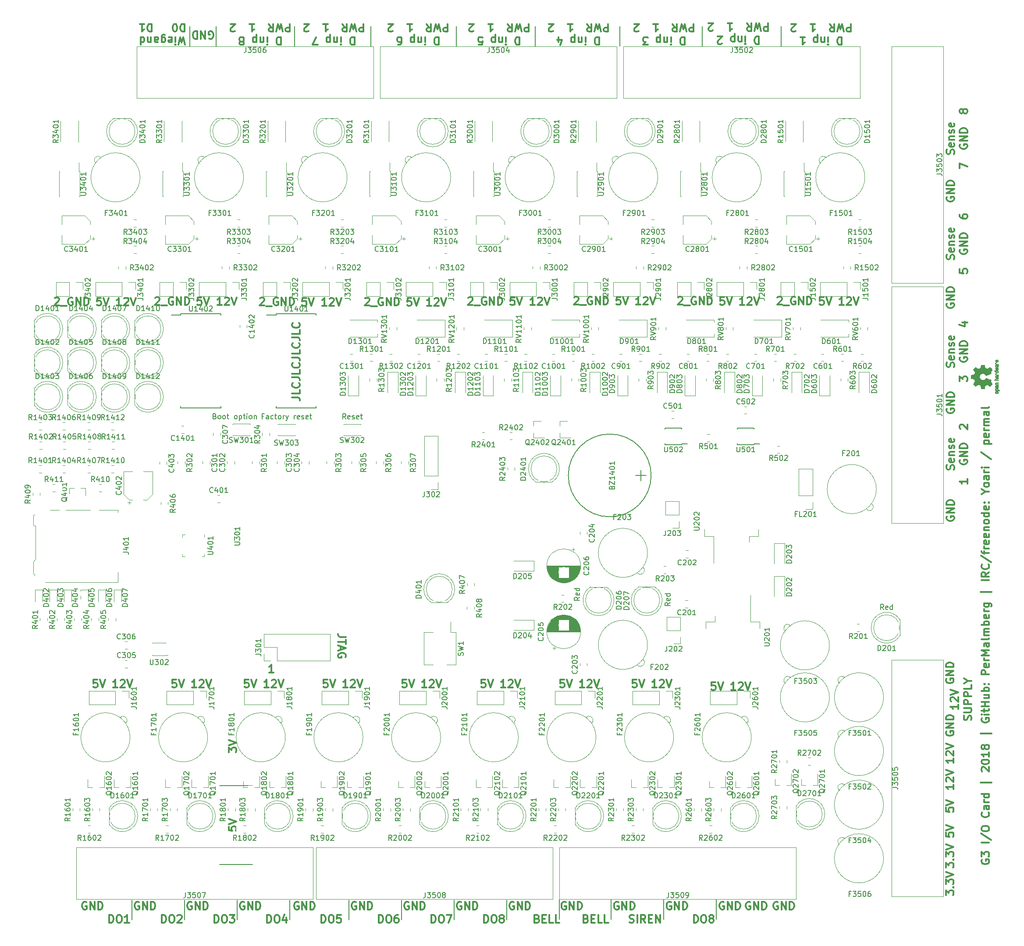
<source format=gbr>
G04 #@! TF.GenerationSoftware,KiCad,Pcbnew,5.0.1-33cea8e~68~ubuntu18.04.1*
G04 #@! TF.CreationDate,2018-11-17T12:44:31+01:00*
G04 #@! TF.ProjectId,G3,47332E6B696361645F70636200000000,rev?*
G04 #@! TF.SameCoordinates,Original*
G04 #@! TF.FileFunction,Legend,Top*
G04 #@! TF.FilePolarity,Positive*
%FSLAX46Y46*%
G04 Gerber Fmt 4.6, Leading zero omitted, Abs format (unit mm)*
G04 Created by KiCad (PCBNEW 5.0.1-33cea8e~68~ubuntu18.04.1) date lör 17 nov 2018 12:44:31*
%MOMM*%
%LPD*%
G01*
G04 APERTURE LIST*
%ADD10C,0.300000*%
%ADD11C,0.200000*%
%ADD12C,0.120000*%
%ADD13C,0.010000*%
%ADD14C,0.150000*%
%ADD15C,0.100000*%
%ADD16R,1.600000X1.100000*%
%ADD17R,1.600000X1.400000*%
%ADD18R,1.200000X1.400000*%
%ADD19R,3.200000X1.400000*%
%ADD20R,2.300000X1.700000*%
%ADD21C,1.375000*%
%ADD22R,2.200000X2.200000*%
%ADD23C,2.200000*%
%ADD24R,1.200000X1.300000*%
%ADD25R,1.500000X1.900000*%
%ADD26O,2.100000X2.100000*%
%ADD27R,2.100000X2.100000*%
%ADD28C,4.700000*%
%ADD29R,1.300000X2.400000*%
%ADD30R,5.400000X5.400000*%
%ADD31R,1.300000X1.200000*%
%ADD32C,1.924000*%
%ADD33C,1.275000*%
%ADD34C,0.650000*%
%ADD35C,3.000000*%
%ADD36R,0.950000X1.900000*%
%ADD37R,2.000000X3.400000*%
%ADD38R,3.400000X2.000000*%
%ADD39R,2.000000X2.000000*%
%ADD40C,2.000000*%
%ADD41R,2.900000X2.200000*%
%ADD42R,1.600000X1.300000*%
%ADD43R,1.300000X1.600000*%
%ADD44R,1.500000X1.500000*%
%ADD45C,2.400000*%
%ADD46R,1.040000X2.400000*%
%ADD47R,2.400000X1.000000*%
%ADD48R,1.500000X0.650000*%
%ADD49R,1.150000X0.650000*%
%ADD50R,1.500000X5.000000*%
%ADD51R,11.200000X9.800000*%
%ADD52R,2.900000X2.900000*%
%ADD53C,2.900000*%
%ADD54C,1.750000*%
G04 APERTURE END LIST*
D10*
X71159571Y-88249571D02*
X72231000Y-88249571D01*
X72445285Y-88321000D01*
X72588142Y-88463857D01*
X72659571Y-88678142D01*
X72659571Y-88821000D01*
X72659571Y-86821000D02*
X72659571Y-87535285D01*
X71159571Y-87535285D01*
X72516714Y-85463857D02*
X72588142Y-85535285D01*
X72659571Y-85749571D01*
X72659571Y-85892428D01*
X72588142Y-86106714D01*
X72445285Y-86249571D01*
X72302428Y-86321000D01*
X72016714Y-86392428D01*
X71802428Y-86392428D01*
X71516714Y-86321000D01*
X71373857Y-86249571D01*
X71231000Y-86106714D01*
X71159571Y-85892428D01*
X71159571Y-85749571D01*
X71231000Y-85535285D01*
X71302428Y-85463857D01*
X71159571Y-84392428D02*
X72231000Y-84392428D01*
X72445285Y-84463857D01*
X72588142Y-84606714D01*
X72659571Y-84821000D01*
X72659571Y-84963857D01*
X72659571Y-82963857D02*
X72659571Y-83678142D01*
X71159571Y-83678142D01*
X72516714Y-81606714D02*
X72588142Y-81678142D01*
X72659571Y-81892428D01*
X72659571Y-82035285D01*
X72588142Y-82249571D01*
X72445285Y-82392428D01*
X72302428Y-82463857D01*
X72016714Y-82535285D01*
X71802428Y-82535285D01*
X71516714Y-82463857D01*
X71373857Y-82392428D01*
X71231000Y-82249571D01*
X71159571Y-82035285D01*
X71159571Y-81892428D01*
X71231000Y-81678142D01*
X71302428Y-81606714D01*
X71159571Y-80535285D02*
X72231000Y-80535285D01*
X72445285Y-80606714D01*
X72588142Y-80749571D01*
X72659571Y-80963857D01*
X72659571Y-81106714D01*
X72659571Y-79106714D02*
X72659571Y-79821000D01*
X71159571Y-79821000D01*
X72516714Y-77749571D02*
X72588142Y-77821000D01*
X72659571Y-78035285D01*
X72659571Y-78178142D01*
X72588142Y-78392428D01*
X72445285Y-78535285D01*
X72302428Y-78606714D01*
X72016714Y-78678142D01*
X71802428Y-78678142D01*
X71516714Y-78606714D01*
X71373857Y-78535285D01*
X71231000Y-78392428D01*
X71159571Y-78178142D01*
X71159571Y-78035285D01*
X71231000Y-77821000D01*
X71302428Y-77749571D01*
X71159571Y-76678142D02*
X72231000Y-76678142D01*
X72445285Y-76749571D01*
X72588142Y-76892428D01*
X72659571Y-77106714D01*
X72659571Y-77249571D01*
X72659571Y-75249571D02*
X72659571Y-75963857D01*
X71159571Y-75963857D01*
X72516714Y-73892428D02*
X72588142Y-73963857D01*
X72659571Y-74178142D01*
X72659571Y-74321000D01*
X72588142Y-74535285D01*
X72445285Y-74678142D01*
X72302428Y-74749571D01*
X72016714Y-74821000D01*
X71802428Y-74821000D01*
X71516714Y-74749571D01*
X71373857Y-74678142D01*
X71231000Y-74535285D01*
X71159571Y-74321000D01*
X71159571Y-74178142D01*
X71231000Y-73963857D01*
X71302428Y-73892428D01*
X199834571Y-147569571D02*
X199834571Y-148426714D01*
X199834571Y-147998142D02*
X198334571Y-147998142D01*
X198548857Y-148141000D01*
X198691714Y-148283857D01*
X198763142Y-148426714D01*
X198477428Y-146998142D02*
X198406000Y-146926714D01*
X198334571Y-146783857D01*
X198334571Y-146426714D01*
X198406000Y-146283857D01*
X198477428Y-146212428D01*
X198620285Y-146141000D01*
X198763142Y-146141000D01*
X198977428Y-146212428D01*
X199834571Y-147069571D01*
X199834571Y-146141000D01*
X198334571Y-145712428D02*
X199834571Y-145212428D01*
X198334571Y-144712428D01*
X202313142Y-150605285D02*
X202384571Y-150391000D01*
X202384571Y-150033857D01*
X202313142Y-149891000D01*
X202241714Y-149819571D01*
X202098857Y-149748142D01*
X201956000Y-149748142D01*
X201813142Y-149819571D01*
X201741714Y-149891000D01*
X201670285Y-150033857D01*
X201598857Y-150319571D01*
X201527428Y-150462428D01*
X201456000Y-150533857D01*
X201313142Y-150605285D01*
X201170285Y-150605285D01*
X201027428Y-150533857D01*
X200956000Y-150462428D01*
X200884571Y-150319571D01*
X200884571Y-149962428D01*
X200956000Y-149748142D01*
X200884571Y-149105285D02*
X202098857Y-149105285D01*
X202241714Y-149033857D01*
X202313142Y-148962428D01*
X202384571Y-148819571D01*
X202384571Y-148533857D01*
X202313142Y-148391000D01*
X202241714Y-148319571D01*
X202098857Y-148248142D01*
X200884571Y-148248142D01*
X202384571Y-147533857D02*
X200884571Y-147533857D01*
X200884571Y-146962428D01*
X200956000Y-146819571D01*
X201027428Y-146748142D01*
X201170285Y-146676714D01*
X201384571Y-146676714D01*
X201527428Y-146748142D01*
X201598857Y-146819571D01*
X201670285Y-146962428D01*
X201670285Y-147533857D01*
X202384571Y-146033857D02*
X200884571Y-146033857D01*
X200884571Y-145462428D01*
X200956000Y-145319571D01*
X201027428Y-145248142D01*
X201170285Y-145176714D01*
X201384571Y-145176714D01*
X201527428Y-145248142D01*
X201598857Y-145319571D01*
X201670285Y-145462428D01*
X201670285Y-146033857D01*
X202384571Y-143819571D02*
X202384571Y-144533857D01*
X200884571Y-144533857D01*
X201670285Y-143033857D02*
X202384571Y-143033857D01*
X200884571Y-143533857D02*
X201670285Y-143033857D01*
X200884571Y-142533857D01*
X164893285Y-68968428D02*
X164964714Y-68897000D01*
X165107571Y-68825571D01*
X165464714Y-68825571D01*
X165607571Y-68897000D01*
X165679000Y-68968428D01*
X165750428Y-69111285D01*
X165750428Y-69254142D01*
X165679000Y-69468428D01*
X164821857Y-70325571D01*
X165750428Y-70325571D01*
X166036142Y-70468428D02*
X167179000Y-70468428D01*
X168321857Y-68897000D02*
X168179000Y-68825571D01*
X167964714Y-68825571D01*
X167750428Y-68897000D01*
X167607571Y-69039857D01*
X167536142Y-69182714D01*
X167464714Y-69468428D01*
X167464714Y-69682714D01*
X167536142Y-69968428D01*
X167607571Y-70111285D01*
X167750428Y-70254142D01*
X167964714Y-70325571D01*
X168107571Y-70325571D01*
X168321857Y-70254142D01*
X168393285Y-70182714D01*
X168393285Y-69682714D01*
X168107571Y-69682714D01*
X169036142Y-70325571D02*
X169036142Y-68825571D01*
X169893285Y-70325571D01*
X169893285Y-68825571D01*
X170607571Y-70325571D02*
X170607571Y-68825571D01*
X170964714Y-68825571D01*
X171179000Y-68897000D01*
X171321857Y-69039857D01*
X171393285Y-69182714D01*
X171464714Y-69468428D01*
X171464714Y-69682714D01*
X171393285Y-69968428D01*
X171321857Y-70111285D01*
X171179000Y-70254142D01*
X170964714Y-70325571D01*
X170607571Y-70325571D01*
X173810428Y-68885571D02*
X173096142Y-68885571D01*
X173024714Y-69599857D01*
X173096142Y-69528428D01*
X173239000Y-69457000D01*
X173596142Y-69457000D01*
X173739000Y-69528428D01*
X173810428Y-69599857D01*
X173881857Y-69742714D01*
X173881857Y-70099857D01*
X173810428Y-70242714D01*
X173739000Y-70314142D01*
X173596142Y-70385571D01*
X173239000Y-70385571D01*
X173096142Y-70314142D01*
X173024714Y-70242714D01*
X174310428Y-68885571D02*
X174810428Y-70385571D01*
X175310428Y-68885571D01*
X177739000Y-70385571D02*
X176881857Y-70385571D01*
X177310428Y-70385571D02*
X177310428Y-68885571D01*
X177167571Y-69099857D01*
X177024714Y-69242714D01*
X176881857Y-69314142D01*
X178310428Y-69028428D02*
X178381857Y-68957000D01*
X178524714Y-68885571D01*
X178881857Y-68885571D01*
X179024714Y-68957000D01*
X179096142Y-69028428D01*
X179167571Y-69171285D01*
X179167571Y-69314142D01*
X179096142Y-69528428D01*
X178239000Y-70385571D01*
X179167571Y-70385571D01*
X179596142Y-68885571D02*
X180096142Y-70385571D01*
X180596142Y-68885571D01*
X145683285Y-68968428D02*
X145754714Y-68897000D01*
X145897571Y-68825571D01*
X146254714Y-68825571D01*
X146397571Y-68897000D01*
X146469000Y-68968428D01*
X146540428Y-69111285D01*
X146540428Y-69254142D01*
X146469000Y-69468428D01*
X145611857Y-70325571D01*
X146540428Y-70325571D01*
X146826142Y-70468428D02*
X147969000Y-70468428D01*
X149111857Y-68897000D02*
X148969000Y-68825571D01*
X148754714Y-68825571D01*
X148540428Y-68897000D01*
X148397571Y-69039857D01*
X148326142Y-69182714D01*
X148254714Y-69468428D01*
X148254714Y-69682714D01*
X148326142Y-69968428D01*
X148397571Y-70111285D01*
X148540428Y-70254142D01*
X148754714Y-70325571D01*
X148897571Y-70325571D01*
X149111857Y-70254142D01*
X149183285Y-70182714D01*
X149183285Y-69682714D01*
X148897571Y-69682714D01*
X149826142Y-70325571D02*
X149826142Y-68825571D01*
X150683285Y-70325571D01*
X150683285Y-68825571D01*
X151397571Y-70325571D02*
X151397571Y-68825571D01*
X151754714Y-68825571D01*
X151969000Y-68897000D01*
X152111857Y-69039857D01*
X152183285Y-69182714D01*
X152254714Y-69468428D01*
X152254714Y-69682714D01*
X152183285Y-69968428D01*
X152111857Y-70111285D01*
X151969000Y-70254142D01*
X151754714Y-70325571D01*
X151397571Y-70325571D01*
X154600428Y-68885571D02*
X153886142Y-68885571D01*
X153814714Y-69599857D01*
X153886142Y-69528428D01*
X154029000Y-69457000D01*
X154386142Y-69457000D01*
X154529000Y-69528428D01*
X154600428Y-69599857D01*
X154671857Y-69742714D01*
X154671857Y-70099857D01*
X154600428Y-70242714D01*
X154529000Y-70314142D01*
X154386142Y-70385571D01*
X154029000Y-70385571D01*
X153886142Y-70314142D01*
X153814714Y-70242714D01*
X155100428Y-68885571D02*
X155600428Y-70385571D01*
X156100428Y-68885571D01*
X158529000Y-70385571D02*
X157671857Y-70385571D01*
X158100428Y-70385571D02*
X158100428Y-68885571D01*
X157957571Y-69099857D01*
X157814714Y-69242714D01*
X157671857Y-69314142D01*
X159100428Y-69028428D02*
X159171857Y-68957000D01*
X159314714Y-68885571D01*
X159671857Y-68885571D01*
X159814714Y-68957000D01*
X159886142Y-69028428D01*
X159957571Y-69171285D01*
X159957571Y-69314142D01*
X159886142Y-69528428D01*
X159029000Y-70385571D01*
X159957571Y-70385571D01*
X160386142Y-68885571D02*
X160886142Y-70385571D01*
X161386142Y-68885571D01*
X134540428Y-68845571D02*
X133826142Y-68845571D01*
X133754714Y-69559857D01*
X133826142Y-69488428D01*
X133969000Y-69417000D01*
X134326142Y-69417000D01*
X134469000Y-69488428D01*
X134540428Y-69559857D01*
X134611857Y-69702714D01*
X134611857Y-70059857D01*
X134540428Y-70202714D01*
X134469000Y-70274142D01*
X134326142Y-70345571D01*
X133969000Y-70345571D01*
X133826142Y-70274142D01*
X133754714Y-70202714D01*
X135040428Y-68845571D02*
X135540428Y-70345571D01*
X136040428Y-68845571D01*
X138469000Y-70345571D02*
X137611857Y-70345571D01*
X138040428Y-70345571D02*
X138040428Y-68845571D01*
X137897571Y-69059857D01*
X137754714Y-69202714D01*
X137611857Y-69274142D01*
X139040428Y-68988428D02*
X139111857Y-68917000D01*
X139254714Y-68845571D01*
X139611857Y-68845571D01*
X139754714Y-68917000D01*
X139826142Y-68988428D01*
X139897571Y-69131285D01*
X139897571Y-69274142D01*
X139826142Y-69488428D01*
X138969000Y-70345571D01*
X139897571Y-70345571D01*
X140326142Y-68845571D02*
X140826142Y-70345571D01*
X141326142Y-68845571D01*
X125623285Y-68928428D02*
X125694714Y-68857000D01*
X125837571Y-68785571D01*
X126194714Y-68785571D01*
X126337571Y-68857000D01*
X126409000Y-68928428D01*
X126480428Y-69071285D01*
X126480428Y-69214142D01*
X126409000Y-69428428D01*
X125551857Y-70285571D01*
X126480428Y-70285571D01*
X126766142Y-70428428D02*
X127909000Y-70428428D01*
X129051857Y-68857000D02*
X128909000Y-68785571D01*
X128694714Y-68785571D01*
X128480428Y-68857000D01*
X128337571Y-68999857D01*
X128266142Y-69142714D01*
X128194714Y-69428428D01*
X128194714Y-69642714D01*
X128266142Y-69928428D01*
X128337571Y-70071285D01*
X128480428Y-70214142D01*
X128694714Y-70285571D01*
X128837571Y-70285571D01*
X129051857Y-70214142D01*
X129123285Y-70142714D01*
X129123285Y-69642714D01*
X128837571Y-69642714D01*
X129766142Y-70285571D02*
X129766142Y-68785571D01*
X130623285Y-70285571D01*
X130623285Y-68785571D01*
X131337571Y-70285571D02*
X131337571Y-68785571D01*
X131694714Y-68785571D01*
X131909000Y-68857000D01*
X132051857Y-68999857D01*
X132123285Y-69142714D01*
X132194714Y-69428428D01*
X132194714Y-69642714D01*
X132123285Y-69928428D01*
X132051857Y-70071285D01*
X131909000Y-70214142D01*
X131694714Y-70285571D01*
X131337571Y-70285571D01*
X114100428Y-68915571D02*
X113386142Y-68915571D01*
X113314714Y-69629857D01*
X113386142Y-69558428D01*
X113529000Y-69487000D01*
X113886142Y-69487000D01*
X114029000Y-69558428D01*
X114100428Y-69629857D01*
X114171857Y-69772714D01*
X114171857Y-70129857D01*
X114100428Y-70272714D01*
X114029000Y-70344142D01*
X113886142Y-70415571D01*
X113529000Y-70415571D01*
X113386142Y-70344142D01*
X113314714Y-70272714D01*
X114600428Y-68915571D02*
X115100428Y-70415571D01*
X115600428Y-68915571D01*
X118029000Y-70415571D02*
X117171857Y-70415571D01*
X117600428Y-70415571D02*
X117600428Y-68915571D01*
X117457571Y-69129857D01*
X117314714Y-69272714D01*
X117171857Y-69344142D01*
X118600428Y-69058428D02*
X118671857Y-68987000D01*
X118814714Y-68915571D01*
X119171857Y-68915571D01*
X119314714Y-68987000D01*
X119386142Y-69058428D01*
X119457571Y-69201285D01*
X119457571Y-69344142D01*
X119386142Y-69558428D01*
X118529000Y-70415571D01*
X119457571Y-70415571D01*
X119886142Y-68915571D02*
X120386142Y-70415571D01*
X120886142Y-68915571D01*
X105183285Y-68998428D02*
X105254714Y-68927000D01*
X105397571Y-68855571D01*
X105754714Y-68855571D01*
X105897571Y-68927000D01*
X105969000Y-68998428D01*
X106040428Y-69141285D01*
X106040428Y-69284142D01*
X105969000Y-69498428D01*
X105111857Y-70355571D01*
X106040428Y-70355571D01*
X106326142Y-70498428D02*
X107469000Y-70498428D01*
X108611857Y-68927000D02*
X108469000Y-68855571D01*
X108254714Y-68855571D01*
X108040428Y-68927000D01*
X107897571Y-69069857D01*
X107826142Y-69212714D01*
X107754714Y-69498428D01*
X107754714Y-69712714D01*
X107826142Y-69998428D01*
X107897571Y-70141285D01*
X108040428Y-70284142D01*
X108254714Y-70355571D01*
X108397571Y-70355571D01*
X108611857Y-70284142D01*
X108683285Y-70212714D01*
X108683285Y-69712714D01*
X108397571Y-69712714D01*
X109326142Y-70355571D02*
X109326142Y-68855571D01*
X110183285Y-70355571D01*
X110183285Y-68855571D01*
X110897571Y-70355571D02*
X110897571Y-68855571D01*
X111254714Y-68855571D01*
X111469000Y-68927000D01*
X111611857Y-69069857D01*
X111683285Y-69212714D01*
X111754714Y-69498428D01*
X111754714Y-69712714D01*
X111683285Y-69998428D01*
X111611857Y-70141285D01*
X111469000Y-70284142D01*
X111254714Y-70355571D01*
X110897571Y-70355571D01*
X94150428Y-69065571D02*
X93436142Y-69065571D01*
X93364714Y-69779857D01*
X93436142Y-69708428D01*
X93579000Y-69637000D01*
X93936142Y-69637000D01*
X94079000Y-69708428D01*
X94150428Y-69779857D01*
X94221857Y-69922714D01*
X94221857Y-70279857D01*
X94150428Y-70422714D01*
X94079000Y-70494142D01*
X93936142Y-70565571D01*
X93579000Y-70565571D01*
X93436142Y-70494142D01*
X93364714Y-70422714D01*
X94650428Y-69065571D02*
X95150428Y-70565571D01*
X95650428Y-69065571D01*
X98079000Y-70565571D02*
X97221857Y-70565571D01*
X97650428Y-70565571D02*
X97650428Y-69065571D01*
X97507571Y-69279857D01*
X97364714Y-69422714D01*
X97221857Y-69494142D01*
X98650428Y-69208428D02*
X98721857Y-69137000D01*
X98864714Y-69065571D01*
X99221857Y-69065571D01*
X99364714Y-69137000D01*
X99436142Y-69208428D01*
X99507571Y-69351285D01*
X99507571Y-69494142D01*
X99436142Y-69708428D01*
X98579000Y-70565571D01*
X99507571Y-70565571D01*
X99936142Y-69065571D02*
X100436142Y-70565571D01*
X100936142Y-69065571D01*
X85233285Y-69148428D02*
X85304714Y-69077000D01*
X85447571Y-69005571D01*
X85804714Y-69005571D01*
X85947571Y-69077000D01*
X86019000Y-69148428D01*
X86090428Y-69291285D01*
X86090428Y-69434142D01*
X86019000Y-69648428D01*
X85161857Y-70505571D01*
X86090428Y-70505571D01*
X86376142Y-70648428D02*
X87519000Y-70648428D01*
X88661857Y-69077000D02*
X88519000Y-69005571D01*
X88304714Y-69005571D01*
X88090428Y-69077000D01*
X87947571Y-69219857D01*
X87876142Y-69362714D01*
X87804714Y-69648428D01*
X87804714Y-69862714D01*
X87876142Y-70148428D01*
X87947571Y-70291285D01*
X88090428Y-70434142D01*
X88304714Y-70505571D01*
X88447571Y-70505571D01*
X88661857Y-70434142D01*
X88733285Y-70362714D01*
X88733285Y-69862714D01*
X88447571Y-69862714D01*
X89376142Y-70505571D02*
X89376142Y-69005571D01*
X90233285Y-70505571D01*
X90233285Y-69005571D01*
X90947571Y-70505571D02*
X90947571Y-69005571D01*
X91304714Y-69005571D01*
X91519000Y-69077000D01*
X91661857Y-69219857D01*
X91733285Y-69362714D01*
X91804714Y-69648428D01*
X91804714Y-69862714D01*
X91733285Y-70148428D01*
X91661857Y-70291285D01*
X91519000Y-70434142D01*
X91304714Y-70505571D01*
X90947571Y-70505571D01*
X73880428Y-69025571D02*
X73166142Y-69025571D01*
X73094714Y-69739857D01*
X73166142Y-69668428D01*
X73309000Y-69597000D01*
X73666142Y-69597000D01*
X73809000Y-69668428D01*
X73880428Y-69739857D01*
X73951857Y-69882714D01*
X73951857Y-70239857D01*
X73880428Y-70382714D01*
X73809000Y-70454142D01*
X73666142Y-70525571D01*
X73309000Y-70525571D01*
X73166142Y-70454142D01*
X73094714Y-70382714D01*
X74380428Y-69025571D02*
X74880428Y-70525571D01*
X75380428Y-69025571D01*
X77809000Y-70525571D02*
X76951857Y-70525571D01*
X77380428Y-70525571D02*
X77380428Y-69025571D01*
X77237571Y-69239857D01*
X77094714Y-69382714D01*
X76951857Y-69454142D01*
X78380428Y-69168428D02*
X78451857Y-69097000D01*
X78594714Y-69025571D01*
X78951857Y-69025571D01*
X79094714Y-69097000D01*
X79166142Y-69168428D01*
X79237571Y-69311285D01*
X79237571Y-69454142D01*
X79166142Y-69668428D01*
X78309000Y-70525571D01*
X79237571Y-70525571D01*
X79666142Y-69025571D02*
X80166142Y-70525571D01*
X80666142Y-69025571D01*
X64963285Y-69108428D02*
X65034714Y-69037000D01*
X65177571Y-68965571D01*
X65534714Y-68965571D01*
X65677571Y-69037000D01*
X65749000Y-69108428D01*
X65820428Y-69251285D01*
X65820428Y-69394142D01*
X65749000Y-69608428D01*
X64891857Y-70465571D01*
X65820428Y-70465571D01*
X66106142Y-70608428D02*
X67249000Y-70608428D01*
X68391857Y-69037000D02*
X68249000Y-68965571D01*
X68034714Y-68965571D01*
X67820428Y-69037000D01*
X67677571Y-69179857D01*
X67606142Y-69322714D01*
X67534714Y-69608428D01*
X67534714Y-69822714D01*
X67606142Y-70108428D01*
X67677571Y-70251285D01*
X67820428Y-70394142D01*
X68034714Y-70465571D01*
X68177571Y-70465571D01*
X68391857Y-70394142D01*
X68463285Y-70322714D01*
X68463285Y-69822714D01*
X68177571Y-69822714D01*
X69106142Y-70465571D02*
X69106142Y-68965571D01*
X69963285Y-70465571D01*
X69963285Y-68965571D01*
X70677571Y-70465571D02*
X70677571Y-68965571D01*
X71034714Y-68965571D01*
X71249000Y-69037000D01*
X71391857Y-69179857D01*
X71463285Y-69322714D01*
X71534714Y-69608428D01*
X71534714Y-69822714D01*
X71463285Y-70108428D01*
X71391857Y-70251285D01*
X71249000Y-70394142D01*
X71034714Y-70465571D01*
X70677571Y-70465571D01*
X44723285Y-69008428D02*
X44794714Y-68937000D01*
X44937571Y-68865571D01*
X45294714Y-68865571D01*
X45437571Y-68937000D01*
X45509000Y-69008428D01*
X45580428Y-69151285D01*
X45580428Y-69294142D01*
X45509000Y-69508428D01*
X44651857Y-70365571D01*
X45580428Y-70365571D01*
X45866142Y-70508428D02*
X47009000Y-70508428D01*
X48151857Y-68937000D02*
X48009000Y-68865571D01*
X47794714Y-68865571D01*
X47580428Y-68937000D01*
X47437571Y-69079857D01*
X47366142Y-69222714D01*
X47294714Y-69508428D01*
X47294714Y-69722714D01*
X47366142Y-70008428D01*
X47437571Y-70151285D01*
X47580428Y-70294142D01*
X47794714Y-70365571D01*
X47937571Y-70365571D01*
X48151857Y-70294142D01*
X48223285Y-70222714D01*
X48223285Y-69722714D01*
X47937571Y-69722714D01*
X48866142Y-70365571D02*
X48866142Y-68865571D01*
X49723285Y-70365571D01*
X49723285Y-68865571D01*
X50437571Y-70365571D02*
X50437571Y-68865571D01*
X50794714Y-68865571D01*
X51008999Y-68937000D01*
X51151857Y-69079857D01*
X51223285Y-69222714D01*
X51294714Y-69508428D01*
X51294714Y-69722714D01*
X51223285Y-70008428D01*
X51151857Y-70151285D01*
X51008999Y-70294142D01*
X50794714Y-70365571D01*
X50437571Y-70365571D01*
X53640428Y-68925571D02*
X52926142Y-68925571D01*
X52854714Y-69639857D01*
X52926142Y-69568428D01*
X53069000Y-69497000D01*
X53426142Y-69497000D01*
X53569000Y-69568428D01*
X53640428Y-69639857D01*
X53711857Y-69782714D01*
X53711857Y-70139857D01*
X53640428Y-70282714D01*
X53569000Y-70354142D01*
X53426142Y-70425571D01*
X53069000Y-70425571D01*
X52926142Y-70354142D01*
X52854714Y-70282714D01*
X54140428Y-68925571D02*
X54640428Y-70425571D01*
X55140428Y-68925571D01*
X57569000Y-70425571D02*
X56711857Y-70425571D01*
X57140428Y-70425571D02*
X57140428Y-68925571D01*
X56997571Y-69139857D01*
X56854714Y-69282714D01*
X56711857Y-69354142D01*
X58140428Y-69068428D02*
X58211857Y-68997000D01*
X58354714Y-68925571D01*
X58711857Y-68925571D01*
X58854714Y-68997000D01*
X58926142Y-69068428D01*
X58997571Y-69211285D01*
X58997571Y-69354142D01*
X58926142Y-69568428D01*
X58069000Y-70425571D01*
X58997571Y-70425571D01*
X59426142Y-68925571D02*
X59926142Y-70425571D01*
X60426142Y-68925571D01*
X34220428Y-68995571D02*
X33506142Y-68995571D01*
X33434714Y-69709857D01*
X33506142Y-69638428D01*
X33649000Y-69567000D01*
X34006142Y-69567000D01*
X34149000Y-69638428D01*
X34220428Y-69709857D01*
X34291857Y-69852714D01*
X34291857Y-70209857D01*
X34220428Y-70352714D01*
X34149000Y-70424142D01*
X34006142Y-70495571D01*
X33649000Y-70495571D01*
X33506142Y-70424142D01*
X33434714Y-70352714D01*
X34720428Y-68995571D02*
X35220428Y-70495571D01*
X35720428Y-68995571D01*
X38149000Y-70495571D02*
X37291857Y-70495571D01*
X37720428Y-70495571D02*
X37720428Y-68995571D01*
X37577571Y-69209857D01*
X37434714Y-69352714D01*
X37291857Y-69424142D01*
X38720428Y-69138428D02*
X38791857Y-69067000D01*
X38934714Y-68995571D01*
X39291857Y-68995571D01*
X39434714Y-69067000D01*
X39506142Y-69138428D01*
X39577571Y-69281285D01*
X39577571Y-69424142D01*
X39506142Y-69638428D01*
X38649000Y-70495571D01*
X39577571Y-70495571D01*
X40006142Y-68995571D02*
X40506142Y-70495571D01*
X41006142Y-68995571D01*
X25303285Y-69078428D02*
X25374714Y-69007000D01*
X25517571Y-68935571D01*
X25874714Y-68935571D01*
X26017571Y-69007000D01*
X26089000Y-69078428D01*
X26160428Y-69221285D01*
X26160428Y-69364142D01*
X26089000Y-69578428D01*
X25231857Y-70435571D01*
X26160428Y-70435571D01*
X26446142Y-70578428D02*
X27589000Y-70578428D01*
X28731857Y-69007000D02*
X28589000Y-68935571D01*
X28374714Y-68935571D01*
X28160428Y-69007000D01*
X28017571Y-69149857D01*
X27946142Y-69292714D01*
X27874714Y-69578428D01*
X27874714Y-69792714D01*
X27946142Y-70078428D01*
X28017571Y-70221285D01*
X28160428Y-70364142D01*
X28374714Y-70435571D01*
X28517571Y-70435571D01*
X28731857Y-70364142D01*
X28803285Y-70292714D01*
X28803285Y-69792714D01*
X28517571Y-69792714D01*
X29446142Y-70435571D02*
X29446142Y-68935571D01*
X30303285Y-70435571D01*
X30303285Y-68935571D01*
X31017571Y-70435571D02*
X31017571Y-68935571D01*
X31374714Y-68935571D01*
X31589000Y-69007000D01*
X31731857Y-69149857D01*
X31803285Y-69292714D01*
X31874714Y-69578428D01*
X31874714Y-69792714D01*
X31803285Y-70078428D01*
X31731857Y-70221285D01*
X31589000Y-70364142D01*
X31374714Y-70435571D01*
X31017571Y-70435571D01*
X67557571Y-141395571D02*
X66700428Y-141395571D01*
X67129000Y-141395571D02*
X67129000Y-139895571D01*
X66986142Y-140109857D01*
X66843285Y-140252714D01*
X66700428Y-140324142D01*
X152900428Y-143285571D02*
X152186142Y-143285571D01*
X152114714Y-143999857D01*
X152186142Y-143928428D01*
X152329000Y-143857000D01*
X152686142Y-143857000D01*
X152829000Y-143928428D01*
X152900428Y-143999857D01*
X152971857Y-144142714D01*
X152971857Y-144499857D01*
X152900428Y-144642714D01*
X152829000Y-144714142D01*
X152686142Y-144785571D01*
X152329000Y-144785571D01*
X152186142Y-144714142D01*
X152114714Y-144642714D01*
X153400428Y-143285571D02*
X153900428Y-144785571D01*
X154400428Y-143285571D01*
X156829000Y-144785571D02*
X155971857Y-144785571D01*
X156400428Y-144785571D02*
X156400428Y-143285571D01*
X156257571Y-143499857D01*
X156114714Y-143642714D01*
X155971857Y-143714142D01*
X157400428Y-143428428D02*
X157471857Y-143357000D01*
X157614714Y-143285571D01*
X157971857Y-143285571D01*
X158114714Y-143357000D01*
X158186142Y-143428428D01*
X158257571Y-143571285D01*
X158257571Y-143714142D01*
X158186142Y-143928428D01*
X157329000Y-144785571D01*
X158257571Y-144785571D01*
X158686142Y-143285571D02*
X159186142Y-144785571D01*
X159686142Y-143285571D01*
X137660428Y-142815571D02*
X136946142Y-142815571D01*
X136874714Y-143529857D01*
X136946142Y-143458428D01*
X137089000Y-143387000D01*
X137446142Y-143387000D01*
X137589000Y-143458428D01*
X137660428Y-143529857D01*
X137731857Y-143672714D01*
X137731857Y-144029857D01*
X137660428Y-144172714D01*
X137589000Y-144244142D01*
X137446142Y-144315571D01*
X137089000Y-144315571D01*
X136946142Y-144244142D01*
X136874714Y-144172714D01*
X138160428Y-142815571D02*
X138660428Y-144315571D01*
X139160428Y-142815571D01*
X141589000Y-144315571D02*
X140731857Y-144315571D01*
X141160428Y-144315571D02*
X141160428Y-142815571D01*
X141017571Y-143029857D01*
X140874714Y-143172714D01*
X140731857Y-143244142D01*
X142160428Y-142958428D02*
X142231857Y-142887000D01*
X142374714Y-142815571D01*
X142731857Y-142815571D01*
X142874714Y-142887000D01*
X142946142Y-142958428D01*
X143017571Y-143101285D01*
X143017571Y-143244142D01*
X142946142Y-143458428D01*
X142089000Y-144315571D01*
X143017571Y-144315571D01*
X143446142Y-142815571D02*
X143946142Y-144315571D01*
X144446142Y-142815571D01*
X123690428Y-142815571D02*
X122976142Y-142815571D01*
X122904714Y-143529857D01*
X122976142Y-143458428D01*
X123119000Y-143387000D01*
X123476142Y-143387000D01*
X123619000Y-143458428D01*
X123690428Y-143529857D01*
X123761857Y-143672714D01*
X123761857Y-144029857D01*
X123690428Y-144172714D01*
X123619000Y-144244142D01*
X123476142Y-144315571D01*
X123119000Y-144315571D01*
X122976142Y-144244142D01*
X122904714Y-144172714D01*
X124190428Y-142815571D02*
X124690428Y-144315571D01*
X125190428Y-142815571D01*
X127619000Y-144315571D02*
X126761857Y-144315571D01*
X127190428Y-144315571D02*
X127190428Y-142815571D01*
X127047571Y-143029857D01*
X126904714Y-143172714D01*
X126761857Y-143244142D01*
X128190428Y-142958428D02*
X128261857Y-142887000D01*
X128404714Y-142815571D01*
X128761857Y-142815571D01*
X128904714Y-142887000D01*
X128976142Y-142958428D01*
X129047571Y-143101285D01*
X129047571Y-143244142D01*
X128976142Y-143458428D01*
X128119000Y-144315571D01*
X129047571Y-144315571D01*
X129476142Y-142815571D02*
X129976142Y-144315571D01*
X130476142Y-142815571D01*
X108450428Y-142815571D02*
X107736142Y-142815571D01*
X107664714Y-143529857D01*
X107736142Y-143458428D01*
X107879000Y-143387000D01*
X108236142Y-143387000D01*
X108379000Y-143458428D01*
X108450428Y-143529857D01*
X108521857Y-143672714D01*
X108521857Y-144029857D01*
X108450428Y-144172714D01*
X108379000Y-144244142D01*
X108236142Y-144315571D01*
X107879000Y-144315571D01*
X107736142Y-144244142D01*
X107664714Y-144172714D01*
X108950428Y-142815571D02*
X109450428Y-144315571D01*
X109950428Y-142815571D01*
X112379000Y-144315571D02*
X111521857Y-144315571D01*
X111950428Y-144315571D02*
X111950428Y-142815571D01*
X111807571Y-143029857D01*
X111664714Y-143172714D01*
X111521857Y-143244142D01*
X112950428Y-142958428D02*
X113021857Y-142887000D01*
X113164714Y-142815571D01*
X113521857Y-142815571D01*
X113664714Y-142887000D01*
X113736142Y-142958428D01*
X113807571Y-143101285D01*
X113807571Y-143244142D01*
X113736142Y-143458428D01*
X112879000Y-144315571D01*
X113807571Y-144315571D01*
X114236142Y-142815571D02*
X114736142Y-144315571D01*
X115236142Y-142815571D01*
X93210428Y-142815571D02*
X92496142Y-142815571D01*
X92424714Y-143529857D01*
X92496142Y-143458428D01*
X92639000Y-143387000D01*
X92996142Y-143387000D01*
X93139000Y-143458428D01*
X93210428Y-143529857D01*
X93281857Y-143672714D01*
X93281857Y-144029857D01*
X93210428Y-144172714D01*
X93139000Y-144244142D01*
X92996142Y-144315571D01*
X92639000Y-144315571D01*
X92496142Y-144244142D01*
X92424714Y-144172714D01*
X93710428Y-142815571D02*
X94210428Y-144315571D01*
X94710428Y-142815571D01*
X97139000Y-144315571D02*
X96281857Y-144315571D01*
X96710428Y-144315571D02*
X96710428Y-142815571D01*
X96567571Y-143029857D01*
X96424714Y-143172714D01*
X96281857Y-143244142D01*
X97710428Y-142958428D02*
X97781857Y-142887000D01*
X97924714Y-142815571D01*
X98281857Y-142815571D01*
X98424714Y-142887000D01*
X98496142Y-142958428D01*
X98567571Y-143101285D01*
X98567571Y-143244142D01*
X98496142Y-143458428D01*
X97639000Y-144315571D01*
X98567571Y-144315571D01*
X98996142Y-142815571D02*
X99496142Y-144315571D01*
X99996142Y-142815571D01*
X77970428Y-142815571D02*
X77256142Y-142815571D01*
X77184714Y-143529857D01*
X77256142Y-143458428D01*
X77399000Y-143387000D01*
X77756142Y-143387000D01*
X77899000Y-143458428D01*
X77970428Y-143529857D01*
X78041857Y-143672714D01*
X78041857Y-144029857D01*
X77970428Y-144172714D01*
X77899000Y-144244142D01*
X77756142Y-144315571D01*
X77399000Y-144315571D01*
X77256142Y-144244142D01*
X77184714Y-144172714D01*
X78470428Y-142815571D02*
X78970428Y-144315571D01*
X79470428Y-142815571D01*
X81899000Y-144315571D02*
X81041857Y-144315571D01*
X81470428Y-144315571D02*
X81470428Y-142815571D01*
X81327571Y-143029857D01*
X81184714Y-143172714D01*
X81041857Y-143244142D01*
X82470428Y-142958428D02*
X82541857Y-142887000D01*
X82684714Y-142815571D01*
X83041857Y-142815571D01*
X83184714Y-142887000D01*
X83256142Y-142958428D01*
X83327571Y-143101285D01*
X83327571Y-143244142D01*
X83256142Y-143458428D01*
X82399000Y-144315571D01*
X83327571Y-144315571D01*
X83756142Y-142815571D02*
X84256142Y-144315571D01*
X84756142Y-142815571D01*
X62730428Y-142815571D02*
X62016142Y-142815571D01*
X61944714Y-143529857D01*
X62016142Y-143458428D01*
X62159000Y-143387000D01*
X62516142Y-143387000D01*
X62659000Y-143458428D01*
X62730428Y-143529857D01*
X62801857Y-143672714D01*
X62801857Y-144029857D01*
X62730428Y-144172714D01*
X62659000Y-144244142D01*
X62516142Y-144315571D01*
X62159000Y-144315571D01*
X62016142Y-144244142D01*
X61944714Y-144172714D01*
X63230428Y-142815571D02*
X63730428Y-144315571D01*
X64230428Y-142815571D01*
X66659000Y-144315571D02*
X65801857Y-144315571D01*
X66230428Y-144315571D02*
X66230428Y-142815571D01*
X66087571Y-143029857D01*
X65944714Y-143172714D01*
X65801857Y-143244142D01*
X67230428Y-142958428D02*
X67301857Y-142887000D01*
X67444714Y-142815571D01*
X67801857Y-142815571D01*
X67944714Y-142887000D01*
X68016142Y-142958428D01*
X68087571Y-143101285D01*
X68087571Y-143244142D01*
X68016142Y-143458428D01*
X67159000Y-144315571D01*
X68087571Y-144315571D01*
X68516142Y-142815571D02*
X69016142Y-144315571D01*
X69516142Y-142815571D01*
X48760428Y-142815571D02*
X48046142Y-142815571D01*
X47974714Y-143529857D01*
X48046142Y-143458428D01*
X48189000Y-143387000D01*
X48546142Y-143387000D01*
X48689000Y-143458428D01*
X48760428Y-143529857D01*
X48831857Y-143672714D01*
X48831857Y-144029857D01*
X48760428Y-144172714D01*
X48689000Y-144244142D01*
X48546142Y-144315571D01*
X48189000Y-144315571D01*
X48046142Y-144244142D01*
X47974714Y-144172714D01*
X49260428Y-142815571D02*
X49760428Y-144315571D01*
X50260428Y-142815571D01*
X52689000Y-144315571D02*
X51831857Y-144315571D01*
X52260428Y-144315571D02*
X52260428Y-142815571D01*
X52117571Y-143029857D01*
X51974714Y-143172714D01*
X51831857Y-143244142D01*
X53260428Y-142958428D02*
X53331857Y-142887000D01*
X53474714Y-142815571D01*
X53831857Y-142815571D01*
X53974714Y-142887000D01*
X54046142Y-142958428D01*
X54117571Y-143101285D01*
X54117571Y-143244142D01*
X54046142Y-143458428D01*
X53189000Y-144315571D01*
X54117571Y-144315571D01*
X54546142Y-142815571D02*
X55046142Y-144315571D01*
X55546142Y-142815571D01*
X33520428Y-142815571D02*
X32806142Y-142815571D01*
X32734714Y-143529857D01*
X32806142Y-143458428D01*
X32949000Y-143387000D01*
X33306142Y-143387000D01*
X33449000Y-143458428D01*
X33520428Y-143529857D01*
X33591857Y-143672714D01*
X33591857Y-144029857D01*
X33520428Y-144172714D01*
X33449000Y-144244142D01*
X33306142Y-144315571D01*
X32949000Y-144315571D01*
X32806142Y-144244142D01*
X32734714Y-144172714D01*
X34020428Y-142815571D02*
X34520428Y-144315571D01*
X35020428Y-142815571D01*
X37449000Y-144315571D02*
X36591857Y-144315571D01*
X37020428Y-144315571D02*
X37020428Y-142815571D01*
X36877571Y-143029857D01*
X36734714Y-143172714D01*
X36591857Y-143244142D01*
X38020428Y-142958428D02*
X38091857Y-142887000D01*
X38234714Y-142815571D01*
X38591857Y-142815571D01*
X38734714Y-142887000D01*
X38806142Y-142958428D01*
X38877571Y-143101285D01*
X38877571Y-143244142D01*
X38806142Y-143458428D01*
X37949000Y-144315571D01*
X38877571Y-144315571D01*
X39306142Y-142815571D02*
X39806142Y-144315571D01*
X40306142Y-142815571D01*
X197497000Y-142620857D02*
X197425571Y-142763714D01*
X197425571Y-142978000D01*
X197497000Y-143192285D01*
X197639857Y-143335142D01*
X197782714Y-143406571D01*
X198068428Y-143478000D01*
X198282714Y-143478000D01*
X198568428Y-143406571D01*
X198711285Y-143335142D01*
X198854142Y-143192285D01*
X198925571Y-142978000D01*
X198925571Y-142835142D01*
X198854142Y-142620857D01*
X198782714Y-142549428D01*
X198282714Y-142549428D01*
X198282714Y-142835142D01*
X198925571Y-141906571D02*
X197425571Y-141906571D01*
X198925571Y-141049428D01*
X197425571Y-141049428D01*
X198925571Y-140335142D02*
X197425571Y-140335142D01*
X197425571Y-139978000D01*
X197497000Y-139763714D01*
X197639857Y-139620857D01*
X197782714Y-139549428D01*
X198068428Y-139478000D01*
X198282714Y-139478000D01*
X198568428Y-139549428D01*
X198711285Y-139620857D01*
X198854142Y-139763714D01*
X198925571Y-139978000D01*
X198925571Y-140335142D01*
X197497000Y-152780857D02*
X197425571Y-152923714D01*
X197425571Y-153138000D01*
X197497000Y-153352285D01*
X197639857Y-153495142D01*
X197782714Y-153566571D01*
X198068428Y-153638000D01*
X198282714Y-153638000D01*
X198568428Y-153566571D01*
X198711285Y-153495142D01*
X198854142Y-153352285D01*
X198925571Y-153138000D01*
X198925571Y-152995142D01*
X198854142Y-152780857D01*
X198782714Y-152709428D01*
X198282714Y-152709428D01*
X198282714Y-152995142D01*
X198925571Y-152066571D02*
X197425571Y-152066571D01*
X198925571Y-151209428D01*
X197425571Y-151209428D01*
X198925571Y-150495142D02*
X197425571Y-150495142D01*
X197425571Y-150138000D01*
X197497000Y-149923714D01*
X197639857Y-149780857D01*
X197782714Y-149709428D01*
X198068428Y-149638000D01*
X198282714Y-149638000D01*
X198568428Y-149709428D01*
X198711285Y-149780857D01*
X198854142Y-149923714D01*
X198925571Y-150138000D01*
X198925571Y-150495142D01*
X198925571Y-158027571D02*
X198925571Y-158884714D01*
X198925571Y-158456142D02*
X197425571Y-158456142D01*
X197639857Y-158599000D01*
X197782714Y-158741857D01*
X197854142Y-158884714D01*
X197568428Y-157456142D02*
X197497000Y-157384714D01*
X197425571Y-157241857D01*
X197425571Y-156884714D01*
X197497000Y-156741857D01*
X197568428Y-156670428D01*
X197711285Y-156599000D01*
X197854142Y-156599000D01*
X198068428Y-156670428D01*
X198925571Y-157527571D01*
X198925571Y-156599000D01*
X197425571Y-156170428D02*
X198925571Y-155670428D01*
X197425571Y-155170428D01*
X198925571Y-163107571D02*
X198925571Y-163964714D01*
X198925571Y-163536142D02*
X197425571Y-163536142D01*
X197639857Y-163679000D01*
X197782714Y-163821857D01*
X197854142Y-163964714D01*
X197568428Y-162536142D02*
X197497000Y-162464714D01*
X197425571Y-162321857D01*
X197425571Y-161964714D01*
X197497000Y-161821857D01*
X197568428Y-161750428D01*
X197711285Y-161679000D01*
X197854142Y-161679000D01*
X198068428Y-161750428D01*
X198925571Y-162607571D01*
X198925571Y-161679000D01*
X197425571Y-161250428D02*
X198925571Y-160750428D01*
X197425571Y-160250428D01*
X197425571Y-167544714D02*
X197425571Y-168259000D01*
X198139857Y-168330428D01*
X198068428Y-168259000D01*
X197997000Y-168116142D01*
X197997000Y-167759000D01*
X198068428Y-167616142D01*
X198139857Y-167544714D01*
X198282714Y-167473285D01*
X198639857Y-167473285D01*
X198782714Y-167544714D01*
X198854142Y-167616142D01*
X198925571Y-167759000D01*
X198925571Y-168116142D01*
X198854142Y-168259000D01*
X198782714Y-168330428D01*
X197425571Y-167044714D02*
X198925571Y-166544714D01*
X197425571Y-166044714D01*
X197425571Y-172370714D02*
X197425571Y-173085000D01*
X198139857Y-173156428D01*
X198068428Y-173085000D01*
X197997000Y-172942142D01*
X197997000Y-172585000D01*
X198068428Y-172442142D01*
X198139857Y-172370714D01*
X198282714Y-172299285D01*
X198639857Y-172299285D01*
X198782714Y-172370714D01*
X198854142Y-172442142D01*
X198925571Y-172585000D01*
X198925571Y-172942142D01*
X198854142Y-173085000D01*
X198782714Y-173156428D01*
X197425571Y-171870714D02*
X198925571Y-171370714D01*
X197425571Y-170870714D01*
X197425571Y-179125285D02*
X197425571Y-178196714D01*
X197997000Y-178696714D01*
X197997000Y-178482428D01*
X198068428Y-178339571D01*
X198139857Y-178268142D01*
X198282714Y-178196714D01*
X198639857Y-178196714D01*
X198782714Y-178268142D01*
X198854142Y-178339571D01*
X198925571Y-178482428D01*
X198925571Y-178911000D01*
X198854142Y-179053857D01*
X198782714Y-179125285D01*
X198782714Y-177553857D02*
X198854142Y-177482428D01*
X198925571Y-177553857D01*
X198854142Y-177625285D01*
X198782714Y-177553857D01*
X198925571Y-177553857D01*
X197425571Y-176982428D02*
X197425571Y-176053857D01*
X197997000Y-176553857D01*
X197997000Y-176339571D01*
X198068428Y-176196714D01*
X198139857Y-176125285D01*
X198282714Y-176053857D01*
X198639857Y-176053857D01*
X198782714Y-176125285D01*
X198854142Y-176196714D01*
X198925571Y-176339571D01*
X198925571Y-176768142D01*
X198854142Y-176911000D01*
X198782714Y-176982428D01*
X197425571Y-175625285D02*
X198925571Y-175125285D01*
X197425571Y-174625285D01*
X197425571Y-184459285D02*
X197425571Y-183530714D01*
X197997000Y-184030714D01*
X197997000Y-183816428D01*
X198068428Y-183673571D01*
X198139857Y-183602142D01*
X198282714Y-183530714D01*
X198639857Y-183530714D01*
X198782714Y-183602142D01*
X198854142Y-183673571D01*
X198925571Y-183816428D01*
X198925571Y-184245000D01*
X198854142Y-184387857D01*
X198782714Y-184459285D01*
X198782714Y-182887857D02*
X198854142Y-182816428D01*
X198925571Y-182887857D01*
X198854142Y-182959285D01*
X198782714Y-182887857D01*
X198925571Y-182887857D01*
X197425571Y-182316428D02*
X197425571Y-181387857D01*
X197997000Y-181887857D01*
X197997000Y-181673571D01*
X198068428Y-181530714D01*
X198139857Y-181459285D01*
X198282714Y-181387857D01*
X198639857Y-181387857D01*
X198782714Y-181459285D01*
X198854142Y-181530714D01*
X198925571Y-181673571D01*
X198925571Y-182102142D01*
X198854142Y-182245000D01*
X198782714Y-182316428D01*
X197425571Y-180959285D02*
X198925571Y-180459285D01*
X197425571Y-179959285D01*
X68988285Y-18630428D02*
X68988285Y-20130428D01*
X68631142Y-20130428D01*
X68416857Y-20059000D01*
X68274000Y-19916142D01*
X68202571Y-19773285D01*
X68131142Y-19487571D01*
X68131142Y-19273285D01*
X68202571Y-18987571D01*
X68274000Y-18844714D01*
X68416857Y-18701857D01*
X68631142Y-18630428D01*
X68988285Y-18630428D01*
X66345428Y-18630428D02*
X66345428Y-19630428D01*
X66345428Y-20130428D02*
X66416857Y-20059000D01*
X66345428Y-19987571D01*
X66274000Y-20059000D01*
X66345428Y-20130428D01*
X66345428Y-19987571D01*
X65631142Y-19630428D02*
X65631142Y-18630428D01*
X65631142Y-19487571D02*
X65559714Y-19559000D01*
X65416857Y-19630428D01*
X65202571Y-19630428D01*
X65059714Y-19559000D01*
X64988285Y-19416142D01*
X64988285Y-18630428D01*
X64274000Y-19630428D02*
X64274000Y-18130428D01*
X64274000Y-19559000D02*
X64131142Y-19630428D01*
X63845428Y-19630428D01*
X63702571Y-19559000D01*
X63631142Y-19487571D01*
X63559714Y-19344714D01*
X63559714Y-18916142D01*
X63631142Y-18773285D01*
X63702571Y-18701857D01*
X63845428Y-18630428D01*
X64131142Y-18630428D01*
X64274000Y-18701857D01*
X61559714Y-19487571D02*
X61702571Y-19559000D01*
X61774000Y-19630428D01*
X61845428Y-19773285D01*
X61845428Y-19844714D01*
X61774000Y-19987571D01*
X61702571Y-20059000D01*
X61559714Y-20130428D01*
X61274000Y-20130428D01*
X61131142Y-20059000D01*
X61059714Y-19987571D01*
X60988285Y-19844714D01*
X60988285Y-19773285D01*
X61059714Y-19630428D01*
X61131142Y-19559000D01*
X61274000Y-19487571D01*
X61559714Y-19487571D01*
X61702571Y-19416142D01*
X61774000Y-19344714D01*
X61845428Y-19201857D01*
X61845428Y-18916142D01*
X61774000Y-18773285D01*
X61702571Y-18701857D01*
X61559714Y-18630428D01*
X61274000Y-18630428D01*
X61131142Y-18701857D01*
X61059714Y-18773285D01*
X60988285Y-18916142D01*
X60988285Y-19201857D01*
X61059714Y-19344714D01*
X61131142Y-19416142D01*
X61274000Y-19487571D01*
X70738285Y-16080428D02*
X70738285Y-17580428D01*
X70166857Y-17580428D01*
X70024000Y-17509000D01*
X69952571Y-17437571D01*
X69881142Y-17294714D01*
X69881142Y-17080428D01*
X69952571Y-16937571D01*
X70024000Y-16866142D01*
X70166857Y-16794714D01*
X70738285Y-16794714D01*
X69381142Y-17580428D02*
X69024000Y-16080428D01*
X68738285Y-17151857D01*
X68452571Y-16080428D01*
X68095428Y-17580428D01*
X66666857Y-16080428D02*
X67166857Y-16794714D01*
X67524000Y-16080428D02*
X67524000Y-17580428D01*
X66952571Y-17580428D01*
X66809714Y-17509000D01*
X66738285Y-17437571D01*
X66666857Y-17294714D01*
X66666857Y-17080428D01*
X66738285Y-16937571D01*
X66809714Y-16866142D01*
X66952571Y-16794714D01*
X67524000Y-16794714D01*
X62952571Y-16080428D02*
X63809714Y-16080428D01*
X63381142Y-16080428D02*
X63381142Y-17580428D01*
X63524000Y-17366142D01*
X63666857Y-17223285D01*
X63809714Y-17151857D01*
X60095428Y-17437571D02*
X60024000Y-17509000D01*
X59881142Y-17580428D01*
X59524000Y-17580428D01*
X59381142Y-17509000D01*
X59309714Y-17437571D01*
X59238285Y-17294714D01*
X59238285Y-17151857D01*
X59309714Y-16937571D01*
X60166857Y-16080428D01*
X59238285Y-16080428D01*
X83212285Y-18630428D02*
X83212285Y-20130428D01*
X82855142Y-20130428D01*
X82640857Y-20059000D01*
X82498000Y-19916142D01*
X82426571Y-19773285D01*
X82355142Y-19487571D01*
X82355142Y-19273285D01*
X82426571Y-18987571D01*
X82498000Y-18844714D01*
X82640857Y-18701857D01*
X82855142Y-18630428D01*
X83212285Y-18630428D01*
X80569428Y-18630428D02*
X80569428Y-19630428D01*
X80569428Y-20130428D02*
X80640857Y-20059000D01*
X80569428Y-19987571D01*
X80498000Y-20059000D01*
X80569428Y-20130428D01*
X80569428Y-19987571D01*
X79855142Y-19630428D02*
X79855142Y-18630428D01*
X79855142Y-19487571D02*
X79783714Y-19559000D01*
X79640857Y-19630428D01*
X79426571Y-19630428D01*
X79283714Y-19559000D01*
X79212285Y-19416142D01*
X79212285Y-18630428D01*
X78498000Y-19630428D02*
X78498000Y-18130428D01*
X78498000Y-19559000D02*
X78355142Y-19630428D01*
X78069428Y-19630428D01*
X77926571Y-19559000D01*
X77855142Y-19487571D01*
X77783714Y-19344714D01*
X77783714Y-18916142D01*
X77855142Y-18773285D01*
X77926571Y-18701857D01*
X78069428Y-18630428D01*
X78355142Y-18630428D01*
X78498000Y-18701857D01*
X76140857Y-20130428D02*
X75140857Y-20130428D01*
X75783714Y-18630428D01*
X84962285Y-16080428D02*
X84962285Y-17580428D01*
X84390857Y-17580428D01*
X84248000Y-17509000D01*
X84176571Y-17437571D01*
X84105142Y-17294714D01*
X84105142Y-17080428D01*
X84176571Y-16937571D01*
X84248000Y-16866142D01*
X84390857Y-16794714D01*
X84962285Y-16794714D01*
X83605142Y-17580428D02*
X83248000Y-16080428D01*
X82962285Y-17151857D01*
X82676571Y-16080428D01*
X82319428Y-17580428D01*
X80890857Y-16080428D02*
X81390857Y-16794714D01*
X81748000Y-16080428D02*
X81748000Y-17580428D01*
X81176571Y-17580428D01*
X81033714Y-17509000D01*
X80962285Y-17437571D01*
X80890857Y-17294714D01*
X80890857Y-17080428D01*
X80962285Y-16937571D01*
X81033714Y-16866142D01*
X81176571Y-16794714D01*
X81748000Y-16794714D01*
X77176571Y-16080428D02*
X78033714Y-16080428D01*
X77605142Y-16080428D02*
X77605142Y-17580428D01*
X77748000Y-17366142D01*
X77890857Y-17223285D01*
X78033714Y-17151857D01*
X74319428Y-17437571D02*
X74248000Y-17509000D01*
X74105142Y-17580428D01*
X73748000Y-17580428D01*
X73605142Y-17509000D01*
X73533714Y-17437571D01*
X73462285Y-17294714D01*
X73462285Y-17151857D01*
X73533714Y-16937571D01*
X74390857Y-16080428D01*
X73462285Y-16080428D01*
X99468285Y-18630428D02*
X99468285Y-20130428D01*
X99111142Y-20130428D01*
X98896857Y-20059000D01*
X98754000Y-19916142D01*
X98682571Y-19773285D01*
X98611142Y-19487571D01*
X98611142Y-19273285D01*
X98682571Y-18987571D01*
X98754000Y-18844714D01*
X98896857Y-18701857D01*
X99111142Y-18630428D01*
X99468285Y-18630428D01*
X96825428Y-18630428D02*
X96825428Y-19630428D01*
X96825428Y-20130428D02*
X96896857Y-20059000D01*
X96825428Y-19987571D01*
X96754000Y-20059000D01*
X96825428Y-20130428D01*
X96825428Y-19987571D01*
X96111142Y-19630428D02*
X96111142Y-18630428D01*
X96111142Y-19487571D02*
X96039714Y-19559000D01*
X95896857Y-19630428D01*
X95682571Y-19630428D01*
X95539714Y-19559000D01*
X95468285Y-19416142D01*
X95468285Y-18630428D01*
X94754000Y-19630428D02*
X94754000Y-18130428D01*
X94754000Y-19559000D02*
X94611142Y-19630428D01*
X94325428Y-19630428D01*
X94182571Y-19559000D01*
X94111142Y-19487571D01*
X94039714Y-19344714D01*
X94039714Y-18916142D01*
X94111142Y-18773285D01*
X94182571Y-18701857D01*
X94325428Y-18630428D01*
X94611142Y-18630428D01*
X94754000Y-18701857D01*
X91611142Y-20130428D02*
X91896857Y-20130428D01*
X92039714Y-20059000D01*
X92111142Y-19987571D01*
X92254000Y-19773285D01*
X92325428Y-19487571D01*
X92325428Y-18916142D01*
X92254000Y-18773285D01*
X92182571Y-18701857D01*
X92039714Y-18630428D01*
X91754000Y-18630428D01*
X91611142Y-18701857D01*
X91539714Y-18773285D01*
X91468285Y-18916142D01*
X91468285Y-19273285D01*
X91539714Y-19416142D01*
X91611142Y-19487571D01*
X91754000Y-19559000D01*
X92039714Y-19559000D01*
X92182571Y-19487571D01*
X92254000Y-19416142D01*
X92325428Y-19273285D01*
X101218285Y-16080428D02*
X101218285Y-17580428D01*
X100646857Y-17580428D01*
X100504000Y-17509000D01*
X100432571Y-17437571D01*
X100361142Y-17294714D01*
X100361142Y-17080428D01*
X100432571Y-16937571D01*
X100504000Y-16866142D01*
X100646857Y-16794714D01*
X101218285Y-16794714D01*
X99861142Y-17580428D02*
X99504000Y-16080428D01*
X99218285Y-17151857D01*
X98932571Y-16080428D01*
X98575428Y-17580428D01*
X97146857Y-16080428D02*
X97646857Y-16794714D01*
X98004000Y-16080428D02*
X98004000Y-17580428D01*
X97432571Y-17580428D01*
X97289714Y-17509000D01*
X97218285Y-17437571D01*
X97146857Y-17294714D01*
X97146857Y-17080428D01*
X97218285Y-16937571D01*
X97289714Y-16866142D01*
X97432571Y-16794714D01*
X98004000Y-16794714D01*
X93432571Y-16080428D02*
X94289714Y-16080428D01*
X93861142Y-16080428D02*
X93861142Y-17580428D01*
X94004000Y-17366142D01*
X94146857Y-17223285D01*
X94289714Y-17151857D01*
X90575428Y-17437571D02*
X90504000Y-17509000D01*
X90361142Y-17580428D01*
X90004000Y-17580428D01*
X89861142Y-17509000D01*
X89789714Y-17437571D01*
X89718285Y-17294714D01*
X89718285Y-17151857D01*
X89789714Y-16937571D01*
X90646857Y-16080428D01*
X89718285Y-16080428D01*
X197619000Y-49529857D02*
X197547571Y-49672714D01*
X197547571Y-49887000D01*
X197619000Y-50101285D01*
X197761857Y-50244142D01*
X197904714Y-50315571D01*
X198190428Y-50387000D01*
X198404714Y-50387000D01*
X198690428Y-50315571D01*
X198833285Y-50244142D01*
X198976142Y-50101285D01*
X199047571Y-49887000D01*
X199047571Y-49744142D01*
X198976142Y-49529857D01*
X198904714Y-49458428D01*
X198404714Y-49458428D01*
X198404714Y-49744142D01*
X199047571Y-48815571D02*
X197547571Y-48815571D01*
X199047571Y-47958428D01*
X197547571Y-47958428D01*
X199047571Y-47244142D02*
X197547571Y-47244142D01*
X197547571Y-46887000D01*
X197619000Y-46672714D01*
X197761857Y-46529857D01*
X197904714Y-46458428D01*
X198190428Y-46387000D01*
X198404714Y-46387000D01*
X198690428Y-46458428D01*
X198833285Y-46529857D01*
X198976142Y-46672714D01*
X199047571Y-46887000D01*
X199047571Y-47244142D01*
X197619000Y-70103857D02*
X197547571Y-70246714D01*
X197547571Y-70461000D01*
X197619000Y-70675285D01*
X197761857Y-70818142D01*
X197904714Y-70889571D01*
X198190428Y-70961000D01*
X198404714Y-70961000D01*
X198690428Y-70889571D01*
X198833285Y-70818142D01*
X198976142Y-70675285D01*
X199047571Y-70461000D01*
X199047571Y-70318142D01*
X198976142Y-70103857D01*
X198904714Y-70032428D01*
X198404714Y-70032428D01*
X198404714Y-70318142D01*
X199047571Y-69389571D02*
X197547571Y-69389571D01*
X199047571Y-68532428D01*
X197547571Y-68532428D01*
X199047571Y-67818142D02*
X197547571Y-67818142D01*
X197547571Y-67461000D01*
X197619000Y-67246714D01*
X197761857Y-67103857D01*
X197904714Y-67032428D01*
X198190428Y-66961000D01*
X198404714Y-66961000D01*
X198690428Y-67032428D01*
X198833285Y-67103857D01*
X198976142Y-67246714D01*
X199047571Y-67461000D01*
X199047571Y-67818142D01*
X197619000Y-90423857D02*
X197547571Y-90566714D01*
X197547571Y-90781000D01*
X197619000Y-90995285D01*
X197761857Y-91138142D01*
X197904714Y-91209571D01*
X198190428Y-91281000D01*
X198404714Y-91281000D01*
X198690428Y-91209571D01*
X198833285Y-91138142D01*
X198976142Y-90995285D01*
X199047571Y-90781000D01*
X199047571Y-90638142D01*
X198976142Y-90423857D01*
X198904714Y-90352428D01*
X198404714Y-90352428D01*
X198404714Y-90638142D01*
X199047571Y-89709571D02*
X197547571Y-89709571D01*
X199047571Y-88852428D01*
X197547571Y-88852428D01*
X199047571Y-88138142D02*
X197547571Y-88138142D01*
X197547571Y-87781000D01*
X197619000Y-87566714D01*
X197761857Y-87423857D01*
X197904714Y-87352428D01*
X198190428Y-87281000D01*
X198404714Y-87281000D01*
X198690428Y-87352428D01*
X198833285Y-87423857D01*
X198976142Y-87566714D01*
X199047571Y-87781000D01*
X199047571Y-88138142D01*
X197619000Y-111251857D02*
X197547571Y-111394714D01*
X197547571Y-111609000D01*
X197619000Y-111823285D01*
X197761857Y-111966142D01*
X197904714Y-112037571D01*
X198190428Y-112109000D01*
X198404714Y-112109000D01*
X198690428Y-112037571D01*
X198833285Y-111966142D01*
X198976142Y-111823285D01*
X199047571Y-111609000D01*
X199047571Y-111466142D01*
X198976142Y-111251857D01*
X198904714Y-111180428D01*
X198404714Y-111180428D01*
X198404714Y-111466142D01*
X199047571Y-110537571D02*
X197547571Y-110537571D01*
X199047571Y-109680428D01*
X197547571Y-109680428D01*
X199047571Y-108966142D02*
X197547571Y-108966142D01*
X197547571Y-108609000D01*
X197619000Y-108394714D01*
X197761857Y-108251857D01*
X197904714Y-108180428D01*
X198190428Y-108109000D01*
X198404714Y-108109000D01*
X198690428Y-108180428D01*
X198833285Y-108251857D01*
X198976142Y-108394714D01*
X199047571Y-108609000D01*
X199047571Y-108966142D01*
X198976142Y-102187000D02*
X199047571Y-101972714D01*
X199047571Y-101615571D01*
X198976142Y-101472714D01*
X198904714Y-101401285D01*
X198761857Y-101329857D01*
X198619000Y-101329857D01*
X198476142Y-101401285D01*
X198404714Y-101472714D01*
X198333285Y-101615571D01*
X198261857Y-101901285D01*
X198190428Y-102044142D01*
X198119000Y-102115571D01*
X197976142Y-102187000D01*
X197833285Y-102187000D01*
X197690428Y-102115571D01*
X197619000Y-102044142D01*
X197547571Y-101901285D01*
X197547571Y-101544142D01*
X197619000Y-101329857D01*
X198976142Y-100115571D02*
X199047571Y-100258428D01*
X199047571Y-100544142D01*
X198976142Y-100687000D01*
X198833285Y-100758428D01*
X198261857Y-100758428D01*
X198119000Y-100687000D01*
X198047571Y-100544142D01*
X198047571Y-100258428D01*
X198119000Y-100115571D01*
X198261857Y-100044142D01*
X198404714Y-100044142D01*
X198547571Y-100758428D01*
X198047571Y-99401285D02*
X199047571Y-99401285D01*
X198190428Y-99401285D02*
X198119000Y-99329857D01*
X198047571Y-99187000D01*
X198047571Y-98972714D01*
X198119000Y-98829857D01*
X198261857Y-98758428D01*
X199047571Y-98758428D01*
X198976142Y-98115571D02*
X199047571Y-97972714D01*
X199047571Y-97687000D01*
X198976142Y-97544142D01*
X198833285Y-97472714D01*
X198761857Y-97472714D01*
X198619000Y-97544142D01*
X198547571Y-97687000D01*
X198547571Y-97901285D01*
X198476142Y-98044142D01*
X198333285Y-98115571D01*
X198261857Y-98115571D01*
X198119000Y-98044142D01*
X198047571Y-97901285D01*
X198047571Y-97687000D01*
X198119000Y-97544142D01*
X198976142Y-96258428D02*
X199047571Y-96401285D01*
X199047571Y-96687000D01*
X198976142Y-96829857D01*
X198833285Y-96901285D01*
X198261857Y-96901285D01*
X198119000Y-96829857D01*
X198047571Y-96687000D01*
X198047571Y-96401285D01*
X198119000Y-96258428D01*
X198261857Y-96187000D01*
X198404714Y-96187000D01*
X198547571Y-96901285D01*
X201597571Y-104044142D02*
X201597571Y-104901285D01*
X201597571Y-104472714D02*
X200097571Y-104472714D01*
X200311857Y-104615571D01*
X200454714Y-104758428D01*
X200526142Y-104901285D01*
X200169000Y-100329857D02*
X200097571Y-100472714D01*
X200097571Y-100687000D01*
X200169000Y-100901285D01*
X200311857Y-101044142D01*
X200454714Y-101115571D01*
X200740428Y-101187000D01*
X200954714Y-101187000D01*
X201240428Y-101115571D01*
X201383285Y-101044142D01*
X201526142Y-100901285D01*
X201597571Y-100687000D01*
X201597571Y-100544142D01*
X201526142Y-100329857D01*
X201454714Y-100258428D01*
X200954714Y-100258428D01*
X200954714Y-100544142D01*
X201597571Y-99615571D02*
X200097571Y-99615571D01*
X201597571Y-98758428D01*
X200097571Y-98758428D01*
X201597571Y-98044142D02*
X200097571Y-98044142D01*
X200097571Y-97687000D01*
X200169000Y-97472714D01*
X200311857Y-97329857D01*
X200454714Y-97258428D01*
X200740428Y-97187000D01*
X200954714Y-97187000D01*
X201240428Y-97258428D01*
X201383285Y-97329857D01*
X201526142Y-97472714D01*
X201597571Y-97687000D01*
X201597571Y-98044142D01*
X200240428Y-94329857D02*
X200169000Y-94258428D01*
X200097571Y-94115571D01*
X200097571Y-93758428D01*
X200169000Y-93615571D01*
X200240428Y-93544142D01*
X200383285Y-93472714D01*
X200526142Y-93472714D01*
X200740428Y-93544142D01*
X201597571Y-94401285D01*
X201597571Y-93472714D01*
X198976142Y-82375000D02*
X199047571Y-82160714D01*
X199047571Y-81803571D01*
X198976142Y-81660714D01*
X198904714Y-81589285D01*
X198761857Y-81517857D01*
X198619000Y-81517857D01*
X198476142Y-81589285D01*
X198404714Y-81660714D01*
X198333285Y-81803571D01*
X198261857Y-82089285D01*
X198190428Y-82232142D01*
X198119000Y-82303571D01*
X197976142Y-82375000D01*
X197833285Y-82375000D01*
X197690428Y-82303571D01*
X197619000Y-82232142D01*
X197547571Y-82089285D01*
X197547571Y-81732142D01*
X197619000Y-81517857D01*
X198976142Y-80303571D02*
X199047571Y-80446428D01*
X199047571Y-80732142D01*
X198976142Y-80875000D01*
X198833285Y-80946428D01*
X198261857Y-80946428D01*
X198119000Y-80875000D01*
X198047571Y-80732142D01*
X198047571Y-80446428D01*
X198119000Y-80303571D01*
X198261857Y-80232142D01*
X198404714Y-80232142D01*
X198547571Y-80946428D01*
X198047571Y-79589285D02*
X199047571Y-79589285D01*
X198190428Y-79589285D02*
X198119000Y-79517857D01*
X198047571Y-79375000D01*
X198047571Y-79160714D01*
X198119000Y-79017857D01*
X198261857Y-78946428D01*
X199047571Y-78946428D01*
X198976142Y-78303571D02*
X199047571Y-78160714D01*
X199047571Y-77875000D01*
X198976142Y-77732142D01*
X198833285Y-77660714D01*
X198761857Y-77660714D01*
X198619000Y-77732142D01*
X198547571Y-77875000D01*
X198547571Y-78089285D01*
X198476142Y-78232142D01*
X198333285Y-78303571D01*
X198261857Y-78303571D01*
X198119000Y-78232142D01*
X198047571Y-78089285D01*
X198047571Y-77875000D01*
X198119000Y-77732142D01*
X198976142Y-76446428D02*
X199047571Y-76589285D01*
X199047571Y-76875000D01*
X198976142Y-77017857D01*
X198833285Y-77089285D01*
X198261857Y-77089285D01*
X198119000Y-77017857D01*
X198047571Y-76875000D01*
X198047571Y-76589285D01*
X198119000Y-76446428D01*
X198261857Y-76375000D01*
X198404714Y-76375000D01*
X198547571Y-77089285D01*
X200097571Y-85160714D02*
X200097571Y-84232142D01*
X200669000Y-84732142D01*
X200669000Y-84517857D01*
X200740428Y-84375000D01*
X200811857Y-84303571D01*
X200954714Y-84232142D01*
X201311857Y-84232142D01*
X201454714Y-84303571D01*
X201526142Y-84375000D01*
X201597571Y-84517857D01*
X201597571Y-84946428D01*
X201526142Y-85089285D01*
X201454714Y-85160714D01*
X200169000Y-80517857D02*
X200097571Y-80660714D01*
X200097571Y-80875000D01*
X200169000Y-81089285D01*
X200311857Y-81232142D01*
X200454714Y-81303571D01*
X200740428Y-81375000D01*
X200954714Y-81375000D01*
X201240428Y-81303571D01*
X201383285Y-81232142D01*
X201526142Y-81089285D01*
X201597571Y-80875000D01*
X201597571Y-80732142D01*
X201526142Y-80517857D01*
X201454714Y-80446428D01*
X200954714Y-80446428D01*
X200954714Y-80732142D01*
X201597571Y-79803571D02*
X200097571Y-79803571D01*
X201597571Y-78946428D01*
X200097571Y-78946428D01*
X201597571Y-78232142D02*
X200097571Y-78232142D01*
X200097571Y-77875000D01*
X200169000Y-77660714D01*
X200311857Y-77517857D01*
X200454714Y-77446428D01*
X200740428Y-77375000D01*
X200954714Y-77375000D01*
X201240428Y-77446428D01*
X201383285Y-77517857D01*
X201526142Y-77660714D01*
X201597571Y-77875000D01*
X201597571Y-78232142D01*
X200597571Y-73803571D02*
X201597571Y-73803571D01*
X200026142Y-74160714D02*
X201097571Y-74517857D01*
X201097571Y-73589285D01*
X198976142Y-61547000D02*
X199047571Y-61332714D01*
X199047571Y-60975571D01*
X198976142Y-60832714D01*
X198904714Y-60761285D01*
X198761857Y-60689857D01*
X198619000Y-60689857D01*
X198476142Y-60761285D01*
X198404714Y-60832714D01*
X198333285Y-60975571D01*
X198261857Y-61261285D01*
X198190428Y-61404142D01*
X198119000Y-61475571D01*
X197976142Y-61547000D01*
X197833285Y-61547000D01*
X197690428Y-61475571D01*
X197619000Y-61404142D01*
X197547571Y-61261285D01*
X197547571Y-60904142D01*
X197619000Y-60689857D01*
X198976142Y-59475571D02*
X199047571Y-59618428D01*
X199047571Y-59904142D01*
X198976142Y-60047000D01*
X198833285Y-60118428D01*
X198261857Y-60118428D01*
X198119000Y-60047000D01*
X198047571Y-59904142D01*
X198047571Y-59618428D01*
X198119000Y-59475571D01*
X198261857Y-59404142D01*
X198404714Y-59404142D01*
X198547571Y-60118428D01*
X198047571Y-58761285D02*
X199047571Y-58761285D01*
X198190428Y-58761285D02*
X198119000Y-58689857D01*
X198047571Y-58547000D01*
X198047571Y-58332714D01*
X198119000Y-58189857D01*
X198261857Y-58118428D01*
X199047571Y-58118428D01*
X198976142Y-57475571D02*
X199047571Y-57332714D01*
X199047571Y-57047000D01*
X198976142Y-56904142D01*
X198833285Y-56832714D01*
X198761857Y-56832714D01*
X198619000Y-56904142D01*
X198547571Y-57047000D01*
X198547571Y-57261285D01*
X198476142Y-57404142D01*
X198333285Y-57475571D01*
X198261857Y-57475571D01*
X198119000Y-57404142D01*
X198047571Y-57261285D01*
X198047571Y-57047000D01*
X198119000Y-56904142D01*
X198976142Y-55618428D02*
X199047571Y-55761285D01*
X199047571Y-56047000D01*
X198976142Y-56189857D01*
X198833285Y-56261285D01*
X198261857Y-56261285D01*
X198119000Y-56189857D01*
X198047571Y-56047000D01*
X198047571Y-55761285D01*
X198119000Y-55618428D01*
X198261857Y-55547000D01*
X198404714Y-55547000D01*
X198547571Y-56261285D01*
X200097571Y-63475571D02*
X200097571Y-64189857D01*
X200811857Y-64261285D01*
X200740428Y-64189857D01*
X200669000Y-64047000D01*
X200669000Y-63689857D01*
X200740428Y-63547000D01*
X200811857Y-63475571D01*
X200954714Y-63404142D01*
X201311857Y-63404142D01*
X201454714Y-63475571D01*
X201526142Y-63547000D01*
X201597571Y-63689857D01*
X201597571Y-64047000D01*
X201526142Y-64189857D01*
X201454714Y-64261285D01*
X200169000Y-59689857D02*
X200097571Y-59832714D01*
X200097571Y-60047000D01*
X200169000Y-60261285D01*
X200311857Y-60404142D01*
X200454714Y-60475571D01*
X200740428Y-60547000D01*
X200954714Y-60547000D01*
X201240428Y-60475571D01*
X201383285Y-60404142D01*
X201526142Y-60261285D01*
X201597571Y-60047000D01*
X201597571Y-59904142D01*
X201526142Y-59689857D01*
X201454714Y-59618428D01*
X200954714Y-59618428D01*
X200954714Y-59904142D01*
X201597571Y-58975571D02*
X200097571Y-58975571D01*
X201597571Y-58118428D01*
X200097571Y-58118428D01*
X201597571Y-57404142D02*
X200097571Y-57404142D01*
X200097571Y-57047000D01*
X200169000Y-56832714D01*
X200311857Y-56689857D01*
X200454714Y-56618428D01*
X200740428Y-56547000D01*
X200954714Y-56547000D01*
X201240428Y-56618428D01*
X201383285Y-56689857D01*
X201526142Y-56832714D01*
X201597571Y-57047000D01*
X201597571Y-57404142D01*
X200097571Y-52975571D02*
X200097571Y-53261285D01*
X200169000Y-53404142D01*
X200240428Y-53475571D01*
X200454714Y-53618428D01*
X200740428Y-53689857D01*
X201311857Y-53689857D01*
X201454714Y-53618428D01*
X201526142Y-53547000D01*
X201597571Y-53404142D01*
X201597571Y-53118428D01*
X201526142Y-52975571D01*
X201454714Y-52904142D01*
X201311857Y-52832714D01*
X200954714Y-52832714D01*
X200811857Y-52904142D01*
X200740428Y-52975571D01*
X200669000Y-53118428D01*
X200669000Y-53404142D01*
X200740428Y-53547000D01*
X200811857Y-53618428D01*
X200954714Y-53689857D01*
X198976142Y-41227000D02*
X199047571Y-41012714D01*
X199047571Y-40655571D01*
X198976142Y-40512714D01*
X198904714Y-40441285D01*
X198761857Y-40369857D01*
X198619000Y-40369857D01*
X198476142Y-40441285D01*
X198404714Y-40512714D01*
X198333285Y-40655571D01*
X198261857Y-40941285D01*
X198190428Y-41084142D01*
X198119000Y-41155571D01*
X197976142Y-41227000D01*
X197833285Y-41227000D01*
X197690428Y-41155571D01*
X197619000Y-41084142D01*
X197547571Y-40941285D01*
X197547571Y-40584142D01*
X197619000Y-40369857D01*
X198976142Y-39155571D02*
X199047571Y-39298428D01*
X199047571Y-39584142D01*
X198976142Y-39727000D01*
X198833285Y-39798428D01*
X198261857Y-39798428D01*
X198119000Y-39727000D01*
X198047571Y-39584142D01*
X198047571Y-39298428D01*
X198119000Y-39155571D01*
X198261857Y-39084142D01*
X198404714Y-39084142D01*
X198547571Y-39798428D01*
X198047571Y-38441285D02*
X199047571Y-38441285D01*
X198190428Y-38441285D02*
X198119000Y-38369857D01*
X198047571Y-38227000D01*
X198047571Y-38012714D01*
X198119000Y-37869857D01*
X198261857Y-37798428D01*
X199047571Y-37798428D01*
X198976142Y-37155571D02*
X199047571Y-37012714D01*
X199047571Y-36727000D01*
X198976142Y-36584142D01*
X198833285Y-36512714D01*
X198761857Y-36512714D01*
X198619000Y-36584142D01*
X198547571Y-36727000D01*
X198547571Y-36941285D01*
X198476142Y-37084142D01*
X198333285Y-37155571D01*
X198261857Y-37155571D01*
X198119000Y-37084142D01*
X198047571Y-36941285D01*
X198047571Y-36727000D01*
X198119000Y-36584142D01*
X198976142Y-35298428D02*
X199047571Y-35441285D01*
X199047571Y-35727000D01*
X198976142Y-35869857D01*
X198833285Y-35941285D01*
X198261857Y-35941285D01*
X198119000Y-35869857D01*
X198047571Y-35727000D01*
X198047571Y-35441285D01*
X198119000Y-35298428D01*
X198261857Y-35227000D01*
X198404714Y-35227000D01*
X198547571Y-35941285D01*
X200097571Y-44012714D02*
X200097571Y-43012714D01*
X201597571Y-43655571D01*
X200169000Y-39369857D02*
X200097571Y-39512714D01*
X200097571Y-39727000D01*
X200169000Y-39941285D01*
X200311857Y-40084142D01*
X200454714Y-40155571D01*
X200740428Y-40227000D01*
X200954714Y-40227000D01*
X201240428Y-40155571D01*
X201383285Y-40084142D01*
X201526142Y-39941285D01*
X201597571Y-39727000D01*
X201597571Y-39584142D01*
X201526142Y-39369857D01*
X201454714Y-39298428D01*
X200954714Y-39298428D01*
X200954714Y-39584142D01*
X201597571Y-38655571D02*
X200097571Y-38655571D01*
X201597571Y-37798428D01*
X200097571Y-37798428D01*
X201597571Y-37084142D02*
X200097571Y-37084142D01*
X200097571Y-36727000D01*
X200169000Y-36512714D01*
X200311857Y-36369857D01*
X200454714Y-36298428D01*
X200740428Y-36227000D01*
X200954714Y-36227000D01*
X201240428Y-36298428D01*
X201383285Y-36369857D01*
X201526142Y-36512714D01*
X201597571Y-36727000D01*
X201597571Y-37084142D01*
X200740428Y-33084142D02*
X200669000Y-33227000D01*
X200597571Y-33298428D01*
X200454714Y-33369857D01*
X200383285Y-33369857D01*
X200240428Y-33298428D01*
X200169000Y-33227000D01*
X200097571Y-33084142D01*
X200097571Y-32798428D01*
X200169000Y-32655571D01*
X200240428Y-32584142D01*
X200383285Y-32512714D01*
X200454714Y-32512714D01*
X200597571Y-32584142D01*
X200669000Y-32655571D01*
X200740428Y-32798428D01*
X200740428Y-33084142D01*
X200811857Y-33227000D01*
X200883285Y-33298428D01*
X201026142Y-33369857D01*
X201311857Y-33369857D01*
X201454714Y-33298428D01*
X201526142Y-33227000D01*
X201597571Y-33084142D01*
X201597571Y-32798428D01*
X201526142Y-32655571D01*
X201454714Y-32584142D01*
X201311857Y-32512714D01*
X201026142Y-32512714D01*
X200883285Y-32584142D01*
X200811857Y-32655571D01*
X200740428Y-32798428D01*
D11*
X165608000Y-16510000D02*
X165608000Y-20320000D01*
X150368000Y-16510000D02*
X150368000Y-20320000D01*
X134493000Y-16510000D02*
X134493000Y-20320000D01*
D10*
X177319285Y-18630428D02*
X177319285Y-20130428D01*
X176962142Y-20130428D01*
X176747857Y-20059000D01*
X176605000Y-19916142D01*
X176533571Y-19773285D01*
X176462142Y-19487571D01*
X176462142Y-19273285D01*
X176533571Y-18987571D01*
X176605000Y-18844714D01*
X176747857Y-18701857D01*
X176962142Y-18630428D01*
X177319285Y-18630428D01*
X174676428Y-18630428D02*
X174676428Y-19630428D01*
X174676428Y-20130428D02*
X174747857Y-20059000D01*
X174676428Y-19987571D01*
X174605000Y-20059000D01*
X174676428Y-20130428D01*
X174676428Y-19987571D01*
X173962142Y-19630428D02*
X173962142Y-18630428D01*
X173962142Y-19487571D02*
X173890714Y-19559000D01*
X173747857Y-19630428D01*
X173533571Y-19630428D01*
X173390714Y-19559000D01*
X173319285Y-19416142D01*
X173319285Y-18630428D01*
X172605000Y-19630428D02*
X172605000Y-18130428D01*
X172605000Y-19559000D02*
X172462142Y-19630428D01*
X172176428Y-19630428D01*
X172033571Y-19559000D01*
X171962142Y-19487571D01*
X171890714Y-19344714D01*
X171890714Y-18916142D01*
X171962142Y-18773285D01*
X172033571Y-18701857D01*
X172176428Y-18630428D01*
X172462142Y-18630428D01*
X172605000Y-18701857D01*
X169319285Y-18630428D02*
X170176428Y-18630428D01*
X169747857Y-18630428D02*
X169747857Y-20130428D01*
X169890714Y-19916142D01*
X170033571Y-19773285D01*
X170176428Y-19701857D01*
X179069285Y-16080428D02*
X179069285Y-17580428D01*
X178497857Y-17580428D01*
X178355000Y-17509000D01*
X178283571Y-17437571D01*
X178212142Y-17294714D01*
X178212142Y-17080428D01*
X178283571Y-16937571D01*
X178355000Y-16866142D01*
X178497857Y-16794714D01*
X179069285Y-16794714D01*
X177712142Y-17580428D02*
X177355000Y-16080428D01*
X177069285Y-17151857D01*
X176783571Y-16080428D01*
X176426428Y-17580428D01*
X174997857Y-16080428D02*
X175497857Y-16794714D01*
X175855000Y-16080428D02*
X175855000Y-17580428D01*
X175283571Y-17580428D01*
X175140714Y-17509000D01*
X175069285Y-17437571D01*
X174997857Y-17294714D01*
X174997857Y-17080428D01*
X175069285Y-16937571D01*
X175140714Y-16866142D01*
X175283571Y-16794714D01*
X175855000Y-16794714D01*
X171283571Y-16080428D02*
X172140714Y-16080428D01*
X171712142Y-16080428D02*
X171712142Y-17580428D01*
X171855000Y-17366142D01*
X171997857Y-17223285D01*
X172140714Y-17151857D01*
X168426428Y-17437571D02*
X168355000Y-17509000D01*
X168212142Y-17580428D01*
X167855000Y-17580428D01*
X167712142Y-17509000D01*
X167640714Y-17437571D01*
X167569285Y-17294714D01*
X167569285Y-17151857D01*
X167640714Y-16937571D01*
X168497857Y-16080428D01*
X167569285Y-16080428D01*
X161317285Y-18503428D02*
X161317285Y-20003428D01*
X160960142Y-20003428D01*
X160745857Y-19932000D01*
X160603000Y-19789142D01*
X160531571Y-19646285D01*
X160460142Y-19360571D01*
X160460142Y-19146285D01*
X160531571Y-18860571D01*
X160603000Y-18717714D01*
X160745857Y-18574857D01*
X160960142Y-18503428D01*
X161317285Y-18503428D01*
X158674428Y-18503428D02*
X158674428Y-19503428D01*
X158674428Y-20003428D02*
X158745857Y-19932000D01*
X158674428Y-19860571D01*
X158603000Y-19932000D01*
X158674428Y-20003428D01*
X158674428Y-19860571D01*
X157960142Y-19503428D02*
X157960142Y-18503428D01*
X157960142Y-19360571D02*
X157888714Y-19432000D01*
X157745857Y-19503428D01*
X157531571Y-19503428D01*
X157388714Y-19432000D01*
X157317285Y-19289142D01*
X157317285Y-18503428D01*
X156603000Y-19503428D02*
X156603000Y-18003428D01*
X156603000Y-19432000D02*
X156460142Y-19503428D01*
X156174428Y-19503428D01*
X156031571Y-19432000D01*
X155960142Y-19360571D01*
X155888714Y-19217714D01*
X155888714Y-18789142D01*
X155960142Y-18646285D01*
X156031571Y-18574857D01*
X156174428Y-18503428D01*
X156460142Y-18503428D01*
X156603000Y-18574857D01*
X154174428Y-19860571D02*
X154103000Y-19932000D01*
X153960142Y-20003428D01*
X153603000Y-20003428D01*
X153460142Y-19932000D01*
X153388714Y-19860571D01*
X153317285Y-19717714D01*
X153317285Y-19574857D01*
X153388714Y-19360571D01*
X154245857Y-18503428D01*
X153317285Y-18503428D01*
X163067285Y-15953428D02*
X163067285Y-17453428D01*
X162495857Y-17453428D01*
X162353000Y-17382000D01*
X162281571Y-17310571D01*
X162210142Y-17167714D01*
X162210142Y-16953428D01*
X162281571Y-16810571D01*
X162353000Y-16739142D01*
X162495857Y-16667714D01*
X163067285Y-16667714D01*
X161710142Y-17453428D02*
X161353000Y-15953428D01*
X161067285Y-17024857D01*
X160781571Y-15953428D01*
X160424428Y-17453428D01*
X158995857Y-15953428D02*
X159495857Y-16667714D01*
X159853000Y-15953428D02*
X159853000Y-17453428D01*
X159281571Y-17453428D01*
X159138714Y-17382000D01*
X159067285Y-17310571D01*
X158995857Y-17167714D01*
X158995857Y-16953428D01*
X159067285Y-16810571D01*
X159138714Y-16739142D01*
X159281571Y-16667714D01*
X159853000Y-16667714D01*
X155281571Y-15953428D02*
X156138714Y-15953428D01*
X155710142Y-15953428D02*
X155710142Y-17453428D01*
X155853000Y-17239142D01*
X155995857Y-17096285D01*
X156138714Y-17024857D01*
X152424428Y-17310571D02*
X152353000Y-17382000D01*
X152210142Y-17453428D01*
X151853000Y-17453428D01*
X151710142Y-17382000D01*
X151638714Y-17310571D01*
X151567285Y-17167714D01*
X151567285Y-17024857D01*
X151638714Y-16810571D01*
X152495857Y-15953428D01*
X151567285Y-15953428D01*
X130456285Y-18630428D02*
X130456285Y-20130428D01*
X130099142Y-20130428D01*
X129884857Y-20059000D01*
X129742000Y-19916142D01*
X129670571Y-19773285D01*
X129599142Y-19487571D01*
X129599142Y-19273285D01*
X129670571Y-18987571D01*
X129742000Y-18844714D01*
X129884857Y-18701857D01*
X130099142Y-18630428D01*
X130456285Y-18630428D01*
X127813428Y-18630428D02*
X127813428Y-19630428D01*
X127813428Y-20130428D02*
X127884857Y-20059000D01*
X127813428Y-19987571D01*
X127742000Y-20059000D01*
X127813428Y-20130428D01*
X127813428Y-19987571D01*
X127099142Y-19630428D02*
X127099142Y-18630428D01*
X127099142Y-19487571D02*
X127027714Y-19559000D01*
X126884857Y-19630428D01*
X126670571Y-19630428D01*
X126527714Y-19559000D01*
X126456285Y-19416142D01*
X126456285Y-18630428D01*
X125742000Y-19630428D02*
X125742000Y-18130428D01*
X125742000Y-19559000D02*
X125599142Y-19630428D01*
X125313428Y-19630428D01*
X125170571Y-19559000D01*
X125099142Y-19487571D01*
X125027714Y-19344714D01*
X125027714Y-18916142D01*
X125099142Y-18773285D01*
X125170571Y-18701857D01*
X125313428Y-18630428D01*
X125599142Y-18630428D01*
X125742000Y-18701857D01*
X122599142Y-19630428D02*
X122599142Y-18630428D01*
X122956285Y-20201857D02*
X123313428Y-19130428D01*
X122384857Y-19130428D01*
X132206285Y-16080428D02*
X132206285Y-17580428D01*
X131634857Y-17580428D01*
X131492000Y-17509000D01*
X131420571Y-17437571D01*
X131349142Y-17294714D01*
X131349142Y-17080428D01*
X131420571Y-16937571D01*
X131492000Y-16866142D01*
X131634857Y-16794714D01*
X132206285Y-16794714D01*
X130849142Y-17580428D02*
X130492000Y-16080428D01*
X130206285Y-17151857D01*
X129920571Y-16080428D01*
X129563428Y-17580428D01*
X128134857Y-16080428D02*
X128634857Y-16794714D01*
X128992000Y-16080428D02*
X128992000Y-17580428D01*
X128420571Y-17580428D01*
X128277714Y-17509000D01*
X128206285Y-17437571D01*
X128134857Y-17294714D01*
X128134857Y-17080428D01*
X128206285Y-16937571D01*
X128277714Y-16866142D01*
X128420571Y-16794714D01*
X128992000Y-16794714D01*
X124420571Y-16080428D02*
X125277714Y-16080428D01*
X124849142Y-16080428D02*
X124849142Y-17580428D01*
X124992000Y-17366142D01*
X125134857Y-17223285D01*
X125277714Y-17151857D01*
X121563428Y-17437571D02*
X121492000Y-17509000D01*
X121349142Y-17580428D01*
X120992000Y-17580428D01*
X120849142Y-17509000D01*
X120777714Y-17437571D01*
X120706285Y-17294714D01*
X120706285Y-17151857D01*
X120777714Y-16937571D01*
X121634857Y-16080428D01*
X120706285Y-16080428D01*
X146966285Y-18630428D02*
X146966285Y-20130428D01*
X146609142Y-20130428D01*
X146394857Y-20059000D01*
X146252000Y-19916142D01*
X146180571Y-19773285D01*
X146109142Y-19487571D01*
X146109142Y-19273285D01*
X146180571Y-18987571D01*
X146252000Y-18844714D01*
X146394857Y-18701857D01*
X146609142Y-18630428D01*
X146966285Y-18630428D01*
X144323428Y-18630428D02*
X144323428Y-19630428D01*
X144323428Y-20130428D02*
X144394857Y-20059000D01*
X144323428Y-19987571D01*
X144252000Y-20059000D01*
X144323428Y-20130428D01*
X144323428Y-19987571D01*
X143609142Y-19630428D02*
X143609142Y-18630428D01*
X143609142Y-19487571D02*
X143537714Y-19559000D01*
X143394857Y-19630428D01*
X143180571Y-19630428D01*
X143037714Y-19559000D01*
X142966285Y-19416142D01*
X142966285Y-18630428D01*
X142252000Y-19630428D02*
X142252000Y-18130428D01*
X142252000Y-19559000D02*
X142109142Y-19630428D01*
X141823428Y-19630428D01*
X141680571Y-19559000D01*
X141609142Y-19487571D01*
X141537714Y-19344714D01*
X141537714Y-18916142D01*
X141609142Y-18773285D01*
X141680571Y-18701857D01*
X141823428Y-18630428D01*
X142109142Y-18630428D01*
X142252000Y-18701857D01*
X139894857Y-20130428D02*
X138966285Y-20130428D01*
X139466285Y-19559000D01*
X139252000Y-19559000D01*
X139109142Y-19487571D01*
X139037714Y-19416142D01*
X138966285Y-19273285D01*
X138966285Y-18916142D01*
X139037714Y-18773285D01*
X139109142Y-18701857D01*
X139252000Y-18630428D01*
X139680571Y-18630428D01*
X139823428Y-18701857D01*
X139894857Y-18773285D01*
X148716285Y-16080428D02*
X148716285Y-17580428D01*
X148144857Y-17580428D01*
X148002000Y-17509000D01*
X147930571Y-17437571D01*
X147859142Y-17294714D01*
X147859142Y-17080428D01*
X147930571Y-16937571D01*
X148002000Y-16866142D01*
X148144857Y-16794714D01*
X148716285Y-16794714D01*
X147359142Y-17580428D02*
X147002000Y-16080428D01*
X146716285Y-17151857D01*
X146430571Y-16080428D01*
X146073428Y-17580428D01*
X144644857Y-16080428D02*
X145144857Y-16794714D01*
X145502000Y-16080428D02*
X145502000Y-17580428D01*
X144930571Y-17580428D01*
X144787714Y-17509000D01*
X144716285Y-17437571D01*
X144644857Y-17294714D01*
X144644857Y-17080428D01*
X144716285Y-16937571D01*
X144787714Y-16866142D01*
X144930571Y-16794714D01*
X145502000Y-16794714D01*
X140930571Y-16080428D02*
X141787714Y-16080428D01*
X141359142Y-16080428D02*
X141359142Y-17580428D01*
X141502000Y-17366142D01*
X141644857Y-17223285D01*
X141787714Y-17151857D01*
X138073428Y-17437571D02*
X138002000Y-17509000D01*
X137859142Y-17580428D01*
X137502000Y-17580428D01*
X137359142Y-17509000D01*
X137287714Y-17437571D01*
X137216285Y-17294714D01*
X137216285Y-17151857D01*
X137287714Y-16937571D01*
X138144857Y-16080428D01*
X137216285Y-16080428D01*
X115089285Y-18630428D02*
X115089285Y-20130428D01*
X114732142Y-20130428D01*
X114517857Y-20059000D01*
X114375000Y-19916142D01*
X114303571Y-19773285D01*
X114232142Y-19487571D01*
X114232142Y-19273285D01*
X114303571Y-18987571D01*
X114375000Y-18844714D01*
X114517857Y-18701857D01*
X114732142Y-18630428D01*
X115089285Y-18630428D01*
X112446428Y-18630428D02*
X112446428Y-19630428D01*
X112446428Y-20130428D02*
X112517857Y-20059000D01*
X112446428Y-19987571D01*
X112375000Y-20059000D01*
X112446428Y-20130428D01*
X112446428Y-19987571D01*
X111732142Y-19630428D02*
X111732142Y-18630428D01*
X111732142Y-19487571D02*
X111660714Y-19559000D01*
X111517857Y-19630428D01*
X111303571Y-19630428D01*
X111160714Y-19559000D01*
X111089285Y-19416142D01*
X111089285Y-18630428D01*
X110375000Y-19630428D02*
X110375000Y-18130428D01*
X110375000Y-19559000D02*
X110232142Y-19630428D01*
X109946428Y-19630428D01*
X109803571Y-19559000D01*
X109732142Y-19487571D01*
X109660714Y-19344714D01*
X109660714Y-18916142D01*
X109732142Y-18773285D01*
X109803571Y-18701857D01*
X109946428Y-18630428D01*
X110232142Y-18630428D01*
X110375000Y-18701857D01*
X107160714Y-20130428D02*
X107875000Y-20130428D01*
X107946428Y-19416142D01*
X107875000Y-19487571D01*
X107732142Y-19559000D01*
X107375000Y-19559000D01*
X107232142Y-19487571D01*
X107160714Y-19416142D01*
X107089285Y-19273285D01*
X107089285Y-18916142D01*
X107160714Y-18773285D01*
X107232142Y-18701857D01*
X107375000Y-18630428D01*
X107732142Y-18630428D01*
X107875000Y-18701857D01*
X107946428Y-18773285D01*
X116839285Y-16080428D02*
X116839285Y-17580428D01*
X116267857Y-17580428D01*
X116125000Y-17509000D01*
X116053571Y-17437571D01*
X115982142Y-17294714D01*
X115982142Y-17080428D01*
X116053571Y-16937571D01*
X116125000Y-16866142D01*
X116267857Y-16794714D01*
X116839285Y-16794714D01*
X115482142Y-17580428D02*
X115125000Y-16080428D01*
X114839285Y-17151857D01*
X114553571Y-16080428D01*
X114196428Y-17580428D01*
X112767857Y-16080428D02*
X113267857Y-16794714D01*
X113625000Y-16080428D02*
X113625000Y-17580428D01*
X113053571Y-17580428D01*
X112910714Y-17509000D01*
X112839285Y-17437571D01*
X112767857Y-17294714D01*
X112767857Y-17080428D01*
X112839285Y-16937571D01*
X112910714Y-16866142D01*
X113053571Y-16794714D01*
X113625000Y-16794714D01*
X109053571Y-16080428D02*
X109910714Y-16080428D01*
X109482142Y-16080428D02*
X109482142Y-17580428D01*
X109625000Y-17366142D01*
X109767857Y-17223285D01*
X109910714Y-17151857D01*
X106196428Y-17437571D02*
X106125000Y-17509000D01*
X105982142Y-17580428D01*
X105625000Y-17580428D01*
X105482142Y-17509000D01*
X105410714Y-17437571D01*
X105339285Y-17294714D01*
X105339285Y-17151857D01*
X105410714Y-16937571D01*
X106267857Y-16080428D01*
X105339285Y-16080428D01*
D11*
X118110000Y-16510000D02*
X118110000Y-20320000D01*
X102870000Y-16510000D02*
X102870000Y-20320000D01*
X86360000Y-16510000D02*
X86360000Y-20320000D01*
X71628000Y-16510000D02*
X71628000Y-20320000D01*
X56515000Y-16510000D02*
X56515000Y-20320000D01*
D10*
X55117857Y-18911000D02*
X55260714Y-18982428D01*
X55475000Y-18982428D01*
X55689285Y-18911000D01*
X55832142Y-18768142D01*
X55903571Y-18625285D01*
X55975000Y-18339571D01*
X55975000Y-18125285D01*
X55903571Y-17839571D01*
X55832142Y-17696714D01*
X55689285Y-17553857D01*
X55475000Y-17482428D01*
X55332142Y-17482428D01*
X55117857Y-17553857D01*
X55046428Y-17625285D01*
X55046428Y-18125285D01*
X55332142Y-18125285D01*
X54403571Y-17482428D02*
X54403571Y-18982428D01*
X53546428Y-17482428D01*
X53546428Y-18982428D01*
X52832142Y-17482428D02*
X52832142Y-18982428D01*
X52475000Y-18982428D01*
X52260714Y-18911000D01*
X52117857Y-18768142D01*
X52046428Y-18625285D01*
X51975000Y-18339571D01*
X51975000Y-18125285D01*
X52046428Y-17839571D01*
X52117857Y-17696714D01*
X52260714Y-17553857D01*
X52475000Y-17482428D01*
X52832142Y-17482428D01*
D11*
X51371914Y-16510000D02*
X51371914Y-20320000D01*
D10*
X50458142Y-20130428D02*
X50100999Y-18630428D01*
X49815285Y-19701857D01*
X49529571Y-18630428D01*
X49172428Y-20130428D01*
X48600999Y-18630428D02*
X48600999Y-19630428D01*
X48600999Y-20130428D02*
X48672428Y-20059000D01*
X48600999Y-19987571D01*
X48529571Y-20059000D01*
X48600999Y-20130428D01*
X48600999Y-19987571D01*
X47315285Y-18701857D02*
X47458142Y-18630428D01*
X47743857Y-18630428D01*
X47886714Y-18701857D01*
X47958142Y-18844714D01*
X47958142Y-19416142D01*
X47886714Y-19559000D01*
X47743857Y-19630428D01*
X47458142Y-19630428D01*
X47315285Y-19559000D01*
X47243857Y-19416142D01*
X47243857Y-19273285D01*
X47958142Y-19130428D01*
X45958142Y-19630428D02*
X45958142Y-18416142D01*
X46029571Y-18273285D01*
X46101000Y-18201857D01*
X46243857Y-18130428D01*
X46458142Y-18130428D01*
X46601000Y-18201857D01*
X45958142Y-18701857D02*
X46101000Y-18630428D01*
X46386714Y-18630428D01*
X46529571Y-18701857D01*
X46601000Y-18773285D01*
X46672428Y-18916142D01*
X46672428Y-19344714D01*
X46601000Y-19487571D01*
X46529571Y-19559000D01*
X46386714Y-19630428D01*
X46101000Y-19630428D01*
X45958142Y-19559000D01*
X44601000Y-18630428D02*
X44601000Y-19416142D01*
X44672428Y-19559000D01*
X44815285Y-19630428D01*
X45101000Y-19630428D01*
X45243857Y-19559000D01*
X44601000Y-18701857D02*
X44743857Y-18630428D01*
X45101000Y-18630428D01*
X45243857Y-18701857D01*
X45315285Y-18844714D01*
X45315285Y-18987571D01*
X45243857Y-19130428D01*
X45101000Y-19201857D01*
X44743857Y-19201857D01*
X44601000Y-19273285D01*
X43886714Y-19630428D02*
X43886714Y-18630428D01*
X43886714Y-19487571D02*
X43815285Y-19559000D01*
X43672428Y-19630428D01*
X43458142Y-19630428D01*
X43315285Y-19559000D01*
X43243857Y-19416142D01*
X43243857Y-18630428D01*
X41886714Y-18630428D02*
X41886714Y-20130428D01*
X41886714Y-18701857D02*
X42029571Y-18630428D01*
X42315285Y-18630428D01*
X42458142Y-18701857D01*
X42529571Y-18773285D01*
X42601000Y-18916142D01*
X42601000Y-19344714D01*
X42529571Y-19487571D01*
X42458142Y-19559000D01*
X42315285Y-19630428D01*
X42029571Y-19630428D01*
X41886714Y-19559000D01*
X50386714Y-16080428D02*
X50386714Y-17580428D01*
X50029571Y-17580428D01*
X49815285Y-17509000D01*
X49672428Y-17366142D01*
X49601000Y-17223285D01*
X49529571Y-16937571D01*
X49529571Y-16723285D01*
X49601000Y-16437571D01*
X49672428Y-16294714D01*
X49815285Y-16151857D01*
X50029571Y-16080428D01*
X50386714Y-16080428D01*
X48601000Y-17580428D02*
X48458142Y-17580428D01*
X48315285Y-17509000D01*
X48243857Y-17437571D01*
X48172428Y-17294714D01*
X48101000Y-17009000D01*
X48101000Y-16651857D01*
X48172428Y-16366142D01*
X48243857Y-16223285D01*
X48315285Y-16151857D01*
X48458142Y-16080428D01*
X48601000Y-16080428D01*
X48743857Y-16151857D01*
X48815285Y-16223285D01*
X48886714Y-16366142D01*
X48958142Y-16651857D01*
X48958142Y-17009000D01*
X48886714Y-17294714D01*
X48815285Y-17437571D01*
X48743857Y-17509000D01*
X48601000Y-17580428D01*
X44029571Y-16080428D02*
X44029571Y-17580428D01*
X43672428Y-17580428D01*
X43458142Y-17509000D01*
X43315285Y-17366142D01*
X43243857Y-17223285D01*
X43172428Y-16937571D01*
X43172428Y-16723285D01*
X43243857Y-16437571D01*
X43315285Y-16294714D01*
X43458142Y-16151857D01*
X43672428Y-16080428D01*
X44029571Y-16080428D01*
X41743857Y-16080428D02*
X42601000Y-16080428D01*
X42172428Y-16080428D02*
X42172428Y-17580428D01*
X42315285Y-17366142D01*
X42458142Y-17223285D01*
X42601000Y-17151857D01*
X204353520Y-177592354D02*
X204282091Y-177735211D01*
X204282091Y-177949497D01*
X204353520Y-178163782D01*
X204496377Y-178306639D01*
X204639234Y-178378068D01*
X204924948Y-178449497D01*
X205139234Y-178449497D01*
X205424948Y-178378068D01*
X205567805Y-178306639D01*
X205710662Y-178163782D01*
X205782091Y-177949497D01*
X205782091Y-177806639D01*
X205710662Y-177592354D01*
X205639234Y-177520925D01*
X205139234Y-177520925D01*
X205139234Y-177806639D01*
X204282091Y-177020925D02*
X204282091Y-176092354D01*
X204853520Y-176592354D01*
X204853520Y-176378068D01*
X204924948Y-176235211D01*
X204996377Y-176163782D01*
X205139234Y-176092354D01*
X205496377Y-176092354D01*
X205639234Y-176163782D01*
X205710662Y-176235211D01*
X205782091Y-176378068D01*
X205782091Y-176806639D01*
X205710662Y-176949497D01*
X205639234Y-177020925D01*
X205782091Y-174306639D02*
X204282091Y-174306639D01*
X204210662Y-172520925D02*
X206139234Y-173806639D01*
X204282091Y-171735211D02*
X204282091Y-171449497D01*
X204353520Y-171306639D01*
X204496377Y-171163782D01*
X204782091Y-171092354D01*
X205282091Y-171092354D01*
X205567805Y-171163782D01*
X205710662Y-171306639D01*
X205782091Y-171449497D01*
X205782091Y-171735211D01*
X205710662Y-171878068D01*
X205567805Y-172020925D01*
X205282091Y-172092354D01*
X204782091Y-172092354D01*
X204496377Y-172020925D01*
X204353520Y-171878068D01*
X204282091Y-171735211D01*
X205639234Y-168449497D02*
X205710662Y-168520925D01*
X205782091Y-168735211D01*
X205782091Y-168878068D01*
X205710662Y-169092354D01*
X205567805Y-169235211D01*
X205424948Y-169306639D01*
X205139234Y-169378068D01*
X204924948Y-169378068D01*
X204639234Y-169306639D01*
X204496377Y-169235211D01*
X204353520Y-169092354D01*
X204282091Y-168878068D01*
X204282091Y-168735211D01*
X204353520Y-168520925D01*
X204424948Y-168449497D01*
X205782091Y-167163782D02*
X204996377Y-167163782D01*
X204853520Y-167235211D01*
X204782091Y-167378068D01*
X204782091Y-167663782D01*
X204853520Y-167806639D01*
X205710662Y-167163782D02*
X205782091Y-167306639D01*
X205782091Y-167663782D01*
X205710662Y-167806639D01*
X205567805Y-167878068D01*
X205424948Y-167878068D01*
X205282091Y-167806639D01*
X205210662Y-167663782D01*
X205210662Y-167306639D01*
X205139234Y-167163782D01*
X205782091Y-166449497D02*
X204782091Y-166449497D01*
X205067805Y-166449497D02*
X204924948Y-166378068D01*
X204853520Y-166306639D01*
X204782091Y-166163782D01*
X204782091Y-166020925D01*
X205782091Y-164878068D02*
X204282091Y-164878068D01*
X205710662Y-164878068D02*
X205782091Y-165020925D01*
X205782091Y-165306639D01*
X205710662Y-165449497D01*
X205639234Y-165520925D01*
X205496377Y-165592354D01*
X205067805Y-165592354D01*
X204924948Y-165520925D01*
X204853520Y-165449497D01*
X204782091Y-165306639D01*
X204782091Y-165020925D01*
X204853520Y-164878068D01*
X206282091Y-162663782D02*
X204139234Y-162663782D01*
X204424948Y-160520925D02*
X204353520Y-160449497D01*
X204282091Y-160306639D01*
X204282091Y-159949497D01*
X204353520Y-159806639D01*
X204424948Y-159735211D01*
X204567805Y-159663782D01*
X204710662Y-159663782D01*
X204924948Y-159735211D01*
X205782091Y-160592354D01*
X205782091Y-159663782D01*
X204282091Y-158735211D02*
X204282091Y-158592354D01*
X204353520Y-158449497D01*
X204424948Y-158378068D01*
X204567805Y-158306639D01*
X204853520Y-158235211D01*
X205210662Y-158235211D01*
X205496377Y-158306639D01*
X205639234Y-158378068D01*
X205710662Y-158449497D01*
X205782091Y-158592354D01*
X205782091Y-158735211D01*
X205710662Y-158878068D01*
X205639234Y-158949497D01*
X205496377Y-159020925D01*
X205210662Y-159092354D01*
X204853520Y-159092354D01*
X204567805Y-159020925D01*
X204424948Y-158949497D01*
X204353520Y-158878068D01*
X204282091Y-158735211D01*
X205782091Y-156806639D02*
X205782091Y-157663782D01*
X205782091Y-157235211D02*
X204282091Y-157235211D01*
X204496377Y-157378068D01*
X204639234Y-157520925D01*
X204710662Y-157663782D01*
X204924948Y-155949497D02*
X204853520Y-156092354D01*
X204782091Y-156163782D01*
X204639234Y-156235211D01*
X204567805Y-156235211D01*
X204424948Y-156163782D01*
X204353520Y-156092354D01*
X204282091Y-155949497D01*
X204282091Y-155663782D01*
X204353520Y-155520925D01*
X204424948Y-155449497D01*
X204567805Y-155378068D01*
X204639234Y-155378068D01*
X204782091Y-155449497D01*
X204853520Y-155520925D01*
X204924948Y-155663782D01*
X204924948Y-155949497D01*
X204996377Y-156092354D01*
X205067805Y-156163782D01*
X205210662Y-156235211D01*
X205496377Y-156235211D01*
X205639234Y-156163782D01*
X205710662Y-156092354D01*
X205782091Y-155949497D01*
X205782091Y-155663782D01*
X205710662Y-155520925D01*
X205639234Y-155449497D01*
X205496377Y-155378068D01*
X205210662Y-155378068D01*
X205067805Y-155449497D01*
X204996377Y-155520925D01*
X204924948Y-155663782D01*
X206282091Y-153235211D02*
X204139234Y-153235211D01*
X204353520Y-150235211D02*
X204282091Y-150378068D01*
X204282091Y-150592354D01*
X204353520Y-150806639D01*
X204496377Y-150949497D01*
X204639234Y-151020925D01*
X204924948Y-151092354D01*
X205139234Y-151092354D01*
X205424948Y-151020925D01*
X205567805Y-150949497D01*
X205710662Y-150806639D01*
X205782091Y-150592354D01*
X205782091Y-150449497D01*
X205710662Y-150235211D01*
X205639234Y-150163782D01*
X205139234Y-150163782D01*
X205139234Y-150449497D01*
X205782091Y-149520925D02*
X204782091Y-149520925D01*
X204282091Y-149520925D02*
X204353520Y-149592354D01*
X204424948Y-149520925D01*
X204353520Y-149449497D01*
X204282091Y-149520925D01*
X204424948Y-149520925D01*
X204782091Y-149020925D02*
X204782091Y-148449497D01*
X204282091Y-148806639D02*
X205567805Y-148806639D01*
X205710662Y-148735211D01*
X205782091Y-148592354D01*
X205782091Y-148449497D01*
X205782091Y-147949497D02*
X204282091Y-147949497D01*
X204996377Y-147949497D02*
X204996377Y-147092354D01*
X205782091Y-147092354D02*
X204282091Y-147092354D01*
X204782091Y-145735211D02*
X205782091Y-145735211D01*
X204782091Y-146378068D02*
X205567805Y-146378068D01*
X205710662Y-146306639D01*
X205782091Y-146163782D01*
X205782091Y-145949497D01*
X205710662Y-145806639D01*
X205639234Y-145735211D01*
X205782091Y-145020925D02*
X204282091Y-145020925D01*
X204853520Y-145020925D02*
X204782091Y-144878068D01*
X204782091Y-144592354D01*
X204853520Y-144449497D01*
X204924948Y-144378068D01*
X205067805Y-144306639D01*
X205496377Y-144306639D01*
X205639234Y-144378068D01*
X205710662Y-144449497D01*
X205782091Y-144592354D01*
X205782091Y-144878068D01*
X205710662Y-145020925D01*
X205639234Y-143663782D02*
X205710662Y-143592354D01*
X205782091Y-143663782D01*
X205710662Y-143735211D01*
X205639234Y-143663782D01*
X205782091Y-143663782D01*
X204853520Y-143663782D02*
X204924948Y-143592354D01*
X204996377Y-143663782D01*
X204924948Y-143735211D01*
X204853520Y-143663782D01*
X204996377Y-143663782D01*
X205782091Y-141806639D02*
X204282091Y-141806639D01*
X204282091Y-141235211D01*
X204353520Y-141092354D01*
X204424948Y-141020925D01*
X204567805Y-140949497D01*
X204782091Y-140949497D01*
X204924948Y-141020925D01*
X204996377Y-141092354D01*
X205067805Y-141235211D01*
X205067805Y-141806639D01*
X205710662Y-139735211D02*
X205782091Y-139878068D01*
X205782091Y-140163782D01*
X205710662Y-140306639D01*
X205567805Y-140378068D01*
X204996377Y-140378068D01*
X204853520Y-140306639D01*
X204782091Y-140163782D01*
X204782091Y-139878068D01*
X204853520Y-139735211D01*
X204996377Y-139663782D01*
X205139234Y-139663782D01*
X205282091Y-140378068D01*
X205782091Y-139020925D02*
X204782091Y-139020925D01*
X205067805Y-139020925D02*
X204924948Y-138949497D01*
X204853520Y-138878068D01*
X204782091Y-138735211D01*
X204782091Y-138592354D01*
X205782091Y-138092354D02*
X204282091Y-138092354D01*
X205353520Y-137592354D01*
X204282091Y-137092354D01*
X205782091Y-137092354D01*
X205782091Y-135735211D02*
X204996377Y-135735211D01*
X204853520Y-135806640D01*
X204782091Y-135949497D01*
X204782091Y-136235211D01*
X204853520Y-136378068D01*
X205710662Y-135735211D02*
X205782091Y-135878068D01*
X205782091Y-136235211D01*
X205710662Y-136378068D01*
X205567805Y-136449497D01*
X205424948Y-136449497D01*
X205282091Y-136378068D01*
X205210662Y-136235211D01*
X205210662Y-135878068D01*
X205139234Y-135735211D01*
X205782091Y-134806639D02*
X205710662Y-134949497D01*
X205567805Y-135020925D01*
X204282091Y-135020925D01*
X205782091Y-134235211D02*
X204782091Y-134235211D01*
X204924948Y-134235211D02*
X204853520Y-134163782D01*
X204782091Y-134020925D01*
X204782091Y-133806640D01*
X204853520Y-133663782D01*
X204996377Y-133592354D01*
X205782091Y-133592354D01*
X204996377Y-133592354D02*
X204853520Y-133520925D01*
X204782091Y-133378068D01*
X204782091Y-133163782D01*
X204853520Y-133020925D01*
X204996377Y-132949497D01*
X205782091Y-132949497D01*
X205782091Y-132235211D02*
X204282091Y-132235211D01*
X204853520Y-132235211D02*
X204782091Y-132092354D01*
X204782091Y-131806640D01*
X204853520Y-131663782D01*
X204924948Y-131592354D01*
X205067805Y-131520925D01*
X205496377Y-131520925D01*
X205639234Y-131592354D01*
X205710662Y-131663782D01*
X205782091Y-131806640D01*
X205782091Y-132092354D01*
X205710662Y-132235211D01*
X205710662Y-130306640D02*
X205782091Y-130449497D01*
X205782091Y-130735211D01*
X205710662Y-130878068D01*
X205567805Y-130949497D01*
X204996377Y-130949497D01*
X204853520Y-130878068D01*
X204782091Y-130735211D01*
X204782091Y-130449497D01*
X204853520Y-130306640D01*
X204996377Y-130235211D01*
X205139234Y-130235211D01*
X205282091Y-130949497D01*
X205782091Y-129592354D02*
X204782091Y-129592354D01*
X205067805Y-129592354D02*
X204924948Y-129520925D01*
X204853520Y-129449497D01*
X204782091Y-129306640D01*
X204782091Y-129163782D01*
X204782091Y-128020925D02*
X205996377Y-128020925D01*
X206139234Y-128092354D01*
X206210662Y-128163782D01*
X206282091Y-128306640D01*
X206282091Y-128520925D01*
X206210662Y-128663782D01*
X205710662Y-128020925D02*
X205782091Y-128163782D01*
X205782091Y-128449497D01*
X205710662Y-128592354D01*
X205639234Y-128663782D01*
X205496377Y-128735211D01*
X205067805Y-128735211D01*
X204924948Y-128663782D01*
X204853520Y-128592354D01*
X204782091Y-128449497D01*
X204782091Y-128163782D01*
X204853520Y-128020925D01*
X206282091Y-125806640D02*
X204139234Y-125806640D01*
X205782091Y-123592354D02*
X204282091Y-123592354D01*
X205782091Y-122020925D02*
X205067805Y-122520925D01*
X205782091Y-122878068D02*
X204282091Y-122878068D01*
X204282091Y-122306640D01*
X204353520Y-122163782D01*
X204424948Y-122092354D01*
X204567805Y-122020925D01*
X204782091Y-122020925D01*
X204924948Y-122092354D01*
X204996377Y-122163782D01*
X205067805Y-122306640D01*
X205067805Y-122878068D01*
X205639234Y-120520925D02*
X205710662Y-120592354D01*
X205782091Y-120806640D01*
X205782091Y-120949497D01*
X205710662Y-121163782D01*
X205567805Y-121306640D01*
X205424948Y-121378068D01*
X205139234Y-121449497D01*
X204924948Y-121449497D01*
X204639234Y-121378068D01*
X204496377Y-121306640D01*
X204353520Y-121163782D01*
X204282091Y-120949497D01*
X204282091Y-120806640D01*
X204353520Y-120592354D01*
X204424948Y-120520925D01*
X204210662Y-118806640D02*
X206139234Y-120092354D01*
X204782091Y-118520925D02*
X204782091Y-117949497D01*
X205782091Y-118306640D02*
X204496377Y-118306640D01*
X204353520Y-118235211D01*
X204282091Y-118092354D01*
X204282091Y-117949497D01*
X205782091Y-117449497D02*
X204782091Y-117449497D01*
X205067805Y-117449497D02*
X204924948Y-117378068D01*
X204853520Y-117306640D01*
X204782091Y-117163782D01*
X204782091Y-117020925D01*
X205710662Y-115949497D02*
X205782091Y-116092354D01*
X205782091Y-116378068D01*
X205710662Y-116520925D01*
X205567805Y-116592354D01*
X204996377Y-116592354D01*
X204853520Y-116520925D01*
X204782091Y-116378068D01*
X204782091Y-116092354D01*
X204853520Y-115949497D01*
X204996377Y-115878068D01*
X205139234Y-115878068D01*
X205282091Y-116592354D01*
X205710662Y-114663782D02*
X205782091Y-114806640D01*
X205782091Y-115092354D01*
X205710662Y-115235211D01*
X205567805Y-115306640D01*
X204996377Y-115306640D01*
X204853520Y-115235211D01*
X204782091Y-115092354D01*
X204782091Y-114806640D01*
X204853520Y-114663782D01*
X204996377Y-114592354D01*
X205139234Y-114592354D01*
X205282091Y-115306640D01*
X204782091Y-113949497D02*
X205782091Y-113949497D01*
X204924948Y-113949497D02*
X204853520Y-113878068D01*
X204782091Y-113735211D01*
X204782091Y-113520925D01*
X204853520Y-113378068D01*
X204996377Y-113306640D01*
X205782091Y-113306640D01*
X205782091Y-112378068D02*
X205710662Y-112520925D01*
X205639234Y-112592354D01*
X205496377Y-112663782D01*
X205067805Y-112663782D01*
X204924948Y-112592354D01*
X204853520Y-112520925D01*
X204782091Y-112378068D01*
X204782091Y-112163782D01*
X204853520Y-112020925D01*
X204924948Y-111949497D01*
X205067805Y-111878068D01*
X205496377Y-111878068D01*
X205639234Y-111949497D01*
X205710662Y-112020925D01*
X205782091Y-112163782D01*
X205782091Y-112378068D01*
X205782091Y-110592354D02*
X204282091Y-110592354D01*
X205710662Y-110592354D02*
X205782091Y-110735211D01*
X205782091Y-111020925D01*
X205710662Y-111163782D01*
X205639234Y-111235211D01*
X205496377Y-111306640D01*
X205067805Y-111306640D01*
X204924948Y-111235211D01*
X204853520Y-111163782D01*
X204782091Y-111020925D01*
X204782091Y-110735211D01*
X204853520Y-110592354D01*
X205710662Y-109306640D02*
X205782091Y-109449497D01*
X205782091Y-109735211D01*
X205710662Y-109878068D01*
X205567805Y-109949497D01*
X204996377Y-109949497D01*
X204853520Y-109878068D01*
X204782091Y-109735211D01*
X204782091Y-109449497D01*
X204853520Y-109306640D01*
X204996377Y-109235211D01*
X205139234Y-109235211D01*
X205282091Y-109949497D01*
X205639234Y-108592354D02*
X205710662Y-108520925D01*
X205782091Y-108592354D01*
X205710662Y-108663782D01*
X205639234Y-108592354D01*
X205782091Y-108592354D01*
X204853520Y-108592354D02*
X204924948Y-108520925D01*
X204996377Y-108592354D01*
X204924948Y-108663782D01*
X204853520Y-108592354D01*
X204996377Y-108592354D01*
X205067805Y-106449497D02*
X205782091Y-106449497D01*
X204282091Y-106949497D02*
X205067805Y-106449497D01*
X204282091Y-105949497D01*
X205782091Y-105235211D02*
X205710662Y-105378068D01*
X205639234Y-105449497D01*
X205496377Y-105520925D01*
X205067805Y-105520925D01*
X204924948Y-105449497D01*
X204853520Y-105378068D01*
X204782091Y-105235211D01*
X204782091Y-105020925D01*
X204853520Y-104878068D01*
X204924948Y-104806640D01*
X205067805Y-104735211D01*
X205496377Y-104735211D01*
X205639234Y-104806640D01*
X205710662Y-104878068D01*
X205782091Y-105020925D01*
X205782091Y-105235211D01*
X205782091Y-103449497D02*
X204996377Y-103449497D01*
X204853520Y-103520925D01*
X204782091Y-103663782D01*
X204782091Y-103949497D01*
X204853520Y-104092354D01*
X205710662Y-103449497D02*
X205782091Y-103592354D01*
X205782091Y-103949497D01*
X205710662Y-104092354D01*
X205567805Y-104163782D01*
X205424948Y-104163782D01*
X205282091Y-104092354D01*
X205210662Y-103949497D01*
X205210662Y-103592354D01*
X205139234Y-103449497D01*
X205782091Y-102735211D02*
X204782091Y-102735211D01*
X205067805Y-102735211D02*
X204924948Y-102663782D01*
X204853520Y-102592354D01*
X204782091Y-102449497D01*
X204782091Y-102306640D01*
X205782091Y-101806640D02*
X204782091Y-101806640D01*
X204282091Y-101806640D02*
X204353520Y-101878068D01*
X204424948Y-101806640D01*
X204353520Y-101735211D01*
X204282091Y-101806640D01*
X204424948Y-101806640D01*
X204210662Y-98878068D02*
X206139234Y-100163782D01*
X204782091Y-97235211D02*
X206282091Y-97235211D01*
X204853520Y-97235211D02*
X204782091Y-97092354D01*
X204782091Y-96806640D01*
X204853520Y-96663782D01*
X204924948Y-96592354D01*
X205067805Y-96520925D01*
X205496377Y-96520925D01*
X205639234Y-96592354D01*
X205710662Y-96663782D01*
X205782091Y-96806640D01*
X205782091Y-97092354D01*
X205710662Y-97235211D01*
X205710662Y-95306640D02*
X205782091Y-95449497D01*
X205782091Y-95735211D01*
X205710662Y-95878068D01*
X205567805Y-95949497D01*
X204996377Y-95949497D01*
X204853520Y-95878068D01*
X204782091Y-95735211D01*
X204782091Y-95449497D01*
X204853520Y-95306640D01*
X204996377Y-95235211D01*
X205139234Y-95235211D01*
X205282091Y-95949497D01*
X205782091Y-94592354D02*
X204782091Y-94592354D01*
X205067805Y-94592354D02*
X204924948Y-94520925D01*
X204853520Y-94449497D01*
X204782091Y-94306640D01*
X204782091Y-94163782D01*
X205782091Y-93663782D02*
X204782091Y-93663782D01*
X204924948Y-93663782D02*
X204853520Y-93592354D01*
X204782091Y-93449497D01*
X204782091Y-93235211D01*
X204853520Y-93092354D01*
X204996377Y-93020925D01*
X205782091Y-93020925D01*
X204996377Y-93020925D02*
X204853520Y-92949497D01*
X204782091Y-92806640D01*
X204782091Y-92592354D01*
X204853520Y-92449497D01*
X204996377Y-92378068D01*
X205782091Y-92378068D01*
X205782091Y-91020925D02*
X204996377Y-91020925D01*
X204853520Y-91092354D01*
X204782091Y-91235211D01*
X204782091Y-91520925D01*
X204853520Y-91663782D01*
X205710662Y-91020925D02*
X205782091Y-91163782D01*
X205782091Y-91520925D01*
X205710662Y-91663782D01*
X205567805Y-91735211D01*
X205424948Y-91735211D01*
X205282091Y-91663782D01*
X205210662Y-91520925D01*
X205210662Y-91163782D01*
X205139234Y-91020925D01*
X205782091Y-90092354D02*
X205710662Y-90235211D01*
X205567805Y-90306640D01*
X204282091Y-90306640D01*
X164973142Y-185777540D02*
X164830285Y-185706111D01*
X164616000Y-185706111D01*
X164401714Y-185777540D01*
X164258857Y-185920397D01*
X164187428Y-186063254D01*
X164116000Y-186348968D01*
X164116000Y-186563254D01*
X164187428Y-186848968D01*
X164258857Y-186991825D01*
X164401714Y-187134682D01*
X164616000Y-187206111D01*
X164758857Y-187206111D01*
X164973142Y-187134682D01*
X165044571Y-187063254D01*
X165044571Y-186563254D01*
X164758857Y-186563254D01*
X165687428Y-187206111D02*
X165687428Y-185706111D01*
X166544571Y-187206111D01*
X166544571Y-185706111D01*
X167258857Y-187206111D02*
X167258857Y-185706111D01*
X167616000Y-185706111D01*
X167830285Y-185777540D01*
X167973142Y-185920397D01*
X168044571Y-186063254D01*
X168116000Y-186348968D01*
X168116000Y-186563254D01*
X168044571Y-186848968D01*
X167973142Y-186991825D01*
X167830285Y-187134682D01*
X167616000Y-187206111D01*
X167258857Y-187206111D01*
X159639142Y-185777540D02*
X159496285Y-185706111D01*
X159282000Y-185706111D01*
X159067714Y-185777540D01*
X158924857Y-185920397D01*
X158853428Y-186063254D01*
X158782000Y-186348968D01*
X158782000Y-186563254D01*
X158853428Y-186848968D01*
X158924857Y-186991825D01*
X159067714Y-187134682D01*
X159282000Y-187206111D01*
X159424857Y-187206111D01*
X159639142Y-187134682D01*
X159710571Y-187063254D01*
X159710571Y-186563254D01*
X159424857Y-186563254D01*
X160353428Y-187206111D02*
X160353428Y-185706111D01*
X161210571Y-187206111D01*
X161210571Y-185706111D01*
X161924857Y-187206111D02*
X161924857Y-185706111D01*
X162282000Y-185706111D01*
X162496285Y-185777540D01*
X162639142Y-185920397D01*
X162710571Y-186063254D01*
X162782000Y-186348968D01*
X162782000Y-186563254D01*
X162710571Y-186848968D01*
X162639142Y-186991825D01*
X162496285Y-187134682D01*
X162282000Y-187206111D01*
X161924857Y-187206111D01*
X154559142Y-185777540D02*
X154416285Y-185706111D01*
X154202000Y-185706111D01*
X153987714Y-185777540D01*
X153844857Y-185920397D01*
X153773428Y-186063254D01*
X153702000Y-186348968D01*
X153702000Y-186563254D01*
X153773428Y-186848968D01*
X153844857Y-186991825D01*
X153987714Y-187134682D01*
X154202000Y-187206111D01*
X154344857Y-187206111D01*
X154559142Y-187134682D01*
X154630571Y-187063254D01*
X154630571Y-186563254D01*
X154344857Y-186563254D01*
X155273428Y-187206111D02*
X155273428Y-185706111D01*
X156130571Y-187206111D01*
X156130571Y-185706111D01*
X156844857Y-187206111D02*
X156844857Y-185706111D01*
X157202000Y-185706111D01*
X157416285Y-185777540D01*
X157559142Y-185920397D01*
X157630571Y-186063254D01*
X157702000Y-186348968D01*
X157702000Y-186563254D01*
X157630571Y-186848968D01*
X157559142Y-186991825D01*
X157416285Y-187134682D01*
X157202000Y-187206111D01*
X156844857Y-187206111D01*
X144336056Y-185777540D02*
X144193199Y-185706111D01*
X143978914Y-185706111D01*
X143764628Y-185777540D01*
X143621771Y-185920397D01*
X143550342Y-186063254D01*
X143478914Y-186348968D01*
X143478914Y-186563254D01*
X143550342Y-186848968D01*
X143621771Y-186991825D01*
X143764628Y-187134682D01*
X143978914Y-187206111D01*
X144121771Y-187206111D01*
X144336056Y-187134682D01*
X144407485Y-187063254D01*
X144407485Y-186563254D01*
X144121771Y-186563254D01*
X145050342Y-187206111D02*
X145050342Y-185706111D01*
X145907485Y-187206111D01*
X145907485Y-185706111D01*
X146621771Y-187206111D02*
X146621771Y-185706111D01*
X146978914Y-185706111D01*
X147193199Y-185777540D01*
X147336056Y-185920397D01*
X147407485Y-186063254D01*
X147478914Y-186348968D01*
X147478914Y-186563254D01*
X147407485Y-186848968D01*
X147336056Y-186991825D01*
X147193199Y-187134682D01*
X146978914Y-187206111D01*
X146621771Y-187206111D01*
X148728914Y-189756111D02*
X148728914Y-188256111D01*
X149086056Y-188256111D01*
X149300342Y-188327540D01*
X149443199Y-188470397D01*
X149514628Y-188613254D01*
X149586056Y-188898968D01*
X149586056Y-189113254D01*
X149514628Y-189398968D01*
X149443199Y-189541825D01*
X149300342Y-189684682D01*
X149086056Y-189756111D01*
X148728914Y-189756111D01*
X150514628Y-188256111D02*
X150800342Y-188256111D01*
X150943199Y-188327540D01*
X151086056Y-188470397D01*
X151157485Y-188756111D01*
X151157485Y-189256111D01*
X151086056Y-189541825D01*
X150943199Y-189684682D01*
X150800342Y-189756111D01*
X150514628Y-189756111D01*
X150371771Y-189684682D01*
X150228914Y-189541825D01*
X150157485Y-189256111D01*
X150157485Y-188756111D01*
X150228914Y-188470397D01*
X150371771Y-188327540D01*
X150514628Y-188256111D01*
X152014628Y-188898968D02*
X151871771Y-188827540D01*
X151800342Y-188756111D01*
X151728914Y-188613254D01*
X151728914Y-188541825D01*
X151800342Y-188398968D01*
X151871771Y-188327540D01*
X152014628Y-188256111D01*
X152300342Y-188256111D01*
X152443199Y-188327540D01*
X152514628Y-188398968D01*
X152586056Y-188541825D01*
X152586056Y-188613254D01*
X152514628Y-188756111D01*
X152443199Y-188827540D01*
X152300342Y-188898968D01*
X152014628Y-188898968D01*
X151871771Y-188970397D01*
X151800342Y-189041825D01*
X151728914Y-189184682D01*
X151728914Y-189470397D01*
X151800342Y-189613254D01*
X151871771Y-189684682D01*
X152014628Y-189756111D01*
X152300342Y-189756111D01*
X152443199Y-189684682D01*
X152514628Y-189613254D01*
X152586056Y-189470397D01*
X152586056Y-189184682D01*
X152514628Y-189041825D01*
X152443199Y-188970397D01*
X152300342Y-188898968D01*
D11*
X153098914Y-185262540D02*
X153098914Y-189072540D01*
D10*
X134176056Y-185777540D02*
X134033199Y-185706111D01*
X133818914Y-185706111D01*
X133604628Y-185777540D01*
X133461771Y-185920397D01*
X133390342Y-186063254D01*
X133318914Y-186348968D01*
X133318914Y-186563254D01*
X133390342Y-186848968D01*
X133461771Y-186991825D01*
X133604628Y-187134682D01*
X133818914Y-187206111D01*
X133961771Y-187206111D01*
X134176056Y-187134682D01*
X134247485Y-187063254D01*
X134247485Y-186563254D01*
X133961771Y-186563254D01*
X134890342Y-187206111D02*
X134890342Y-185706111D01*
X135747485Y-187206111D01*
X135747485Y-185706111D01*
X136461771Y-187206111D02*
X136461771Y-185706111D01*
X136818914Y-185706111D01*
X137033199Y-185777540D01*
X137176056Y-185920397D01*
X137247485Y-186063254D01*
X137318914Y-186348968D01*
X137318914Y-186563254D01*
X137247485Y-186848968D01*
X137176056Y-186991825D01*
X137033199Y-187134682D01*
X136818914Y-187206111D01*
X136461771Y-187206111D01*
X136318914Y-189684682D02*
X136533199Y-189756111D01*
X136890342Y-189756111D01*
X137033199Y-189684682D01*
X137104628Y-189613254D01*
X137176056Y-189470397D01*
X137176056Y-189327540D01*
X137104628Y-189184682D01*
X137033199Y-189113254D01*
X136890342Y-189041825D01*
X136604628Y-188970397D01*
X136461771Y-188898968D01*
X136390342Y-188827540D01*
X136318914Y-188684682D01*
X136318914Y-188541825D01*
X136390342Y-188398968D01*
X136461771Y-188327540D01*
X136604628Y-188256111D01*
X136961771Y-188256111D01*
X137176056Y-188327540D01*
X137818914Y-189756111D02*
X137818914Y-188256111D01*
X139390342Y-189756111D02*
X138890342Y-189041825D01*
X138533199Y-189756111D02*
X138533199Y-188256111D01*
X139104628Y-188256111D01*
X139247485Y-188327540D01*
X139318914Y-188398968D01*
X139390342Y-188541825D01*
X139390342Y-188756111D01*
X139318914Y-188898968D01*
X139247485Y-188970397D01*
X139104628Y-189041825D01*
X138533199Y-189041825D01*
X140033199Y-188970397D02*
X140533199Y-188970397D01*
X140747485Y-189756111D02*
X140033199Y-189756111D01*
X140033199Y-188256111D01*
X140747485Y-188256111D01*
X141390342Y-189756111D02*
X141390342Y-188256111D01*
X142247485Y-189756111D01*
X142247485Y-188256111D01*
D11*
X142938914Y-185262540D02*
X142938914Y-189072540D01*
D10*
X124016056Y-185777540D02*
X123873199Y-185706111D01*
X123658914Y-185706111D01*
X123444628Y-185777540D01*
X123301771Y-185920397D01*
X123230342Y-186063254D01*
X123158914Y-186348968D01*
X123158914Y-186563254D01*
X123230342Y-186848968D01*
X123301771Y-186991825D01*
X123444628Y-187134682D01*
X123658914Y-187206111D01*
X123801771Y-187206111D01*
X124016056Y-187134682D01*
X124087485Y-187063254D01*
X124087485Y-186563254D01*
X123801771Y-186563254D01*
X124730342Y-187206111D02*
X124730342Y-185706111D01*
X125587485Y-187206111D01*
X125587485Y-185706111D01*
X126301771Y-187206111D02*
X126301771Y-185706111D01*
X126658914Y-185706111D01*
X126873199Y-185777540D01*
X127016056Y-185920397D01*
X127087485Y-186063254D01*
X127158914Y-186348968D01*
X127158914Y-186563254D01*
X127087485Y-186848968D01*
X127016056Y-186991825D01*
X126873199Y-187134682D01*
X126658914Y-187206111D01*
X126301771Y-187206111D01*
X127944628Y-188970397D02*
X128158914Y-189041825D01*
X128230342Y-189113254D01*
X128301771Y-189256111D01*
X128301771Y-189470397D01*
X128230342Y-189613254D01*
X128158914Y-189684682D01*
X128016056Y-189756111D01*
X127444628Y-189756111D01*
X127444628Y-188256111D01*
X127944628Y-188256111D01*
X128087485Y-188327540D01*
X128158914Y-188398968D01*
X128230342Y-188541825D01*
X128230342Y-188684682D01*
X128158914Y-188827540D01*
X128087485Y-188898968D01*
X127944628Y-188970397D01*
X127444628Y-188970397D01*
X128944628Y-188970397D02*
X129444628Y-188970397D01*
X129658914Y-189756111D02*
X128944628Y-189756111D01*
X128944628Y-188256111D01*
X129658914Y-188256111D01*
X131016056Y-189756111D02*
X130301771Y-189756111D01*
X130301771Y-188256111D01*
X132230342Y-189756111D02*
X131516056Y-189756111D01*
X131516056Y-188256111D01*
D11*
X132778914Y-185262540D02*
X132778914Y-189072540D01*
D10*
X113983056Y-185777540D02*
X113840199Y-185706111D01*
X113625914Y-185706111D01*
X113411628Y-185777540D01*
X113268771Y-185920397D01*
X113197342Y-186063254D01*
X113125914Y-186348968D01*
X113125914Y-186563254D01*
X113197342Y-186848968D01*
X113268771Y-186991825D01*
X113411628Y-187134682D01*
X113625914Y-187206111D01*
X113768771Y-187206111D01*
X113983056Y-187134682D01*
X114054485Y-187063254D01*
X114054485Y-186563254D01*
X113768771Y-186563254D01*
X114697342Y-187206111D02*
X114697342Y-185706111D01*
X115554485Y-187206111D01*
X115554485Y-185706111D01*
X116268771Y-187206111D02*
X116268771Y-185706111D01*
X116625914Y-185706111D01*
X116840199Y-185777540D01*
X116983056Y-185920397D01*
X117054485Y-186063254D01*
X117125914Y-186348968D01*
X117125914Y-186563254D01*
X117054485Y-186848968D01*
X116983056Y-186991825D01*
X116840199Y-187134682D01*
X116625914Y-187206111D01*
X116268771Y-187206111D01*
X118483056Y-188970397D02*
X118697342Y-189041825D01*
X118768771Y-189113254D01*
X118840199Y-189256111D01*
X118840199Y-189470397D01*
X118768771Y-189613254D01*
X118697342Y-189684682D01*
X118554485Y-189756111D01*
X117983056Y-189756111D01*
X117983056Y-188256111D01*
X118483056Y-188256111D01*
X118625914Y-188327540D01*
X118697342Y-188398968D01*
X118768771Y-188541825D01*
X118768771Y-188684682D01*
X118697342Y-188827540D01*
X118625914Y-188898968D01*
X118483056Y-188970397D01*
X117983056Y-188970397D01*
X119483056Y-188970397D02*
X119983056Y-188970397D01*
X120197342Y-189756111D02*
X119483056Y-189756111D01*
X119483056Y-188256111D01*
X120197342Y-188256111D01*
X121554485Y-189756111D02*
X120840199Y-189756111D01*
X120840199Y-188256111D01*
X122768771Y-189756111D02*
X122054485Y-189756111D01*
X122054485Y-188256111D01*
D11*
X122745914Y-185262540D02*
X122745914Y-189072540D01*
D10*
X81555342Y-134544540D02*
X80483914Y-134544540D01*
X80269628Y-134473111D01*
X80126771Y-134330254D01*
X80055342Y-134115968D01*
X80055342Y-133973111D01*
X81555342Y-135044540D02*
X81555342Y-135901682D01*
X80055342Y-135473111D02*
X81555342Y-135473111D01*
X80483914Y-136330254D02*
X80483914Y-137044540D01*
X80055342Y-136187397D02*
X81555342Y-136687397D01*
X80055342Y-137187397D01*
X81483914Y-138473111D02*
X81555342Y-138330254D01*
X81555342Y-138115968D01*
X81483914Y-137901682D01*
X81341056Y-137758825D01*
X81198199Y-137687397D01*
X80912485Y-137615968D01*
X80698199Y-137615968D01*
X80412485Y-137687397D01*
X80269628Y-137758825D01*
X80126771Y-137901682D01*
X80055342Y-138115968D01*
X80055342Y-138258825D01*
X80126771Y-138473111D01*
X80198199Y-138544540D01*
X80698199Y-138544540D01*
X80698199Y-138258825D01*
D11*
X40195914Y-185389540D02*
X40195914Y-189199540D01*
D10*
X31433056Y-185777540D02*
X31290199Y-185706111D01*
X31075914Y-185706111D01*
X30861628Y-185777540D01*
X30718771Y-185920397D01*
X30647342Y-186063254D01*
X30575914Y-186348968D01*
X30575914Y-186563254D01*
X30647342Y-186848968D01*
X30718771Y-186991825D01*
X30861628Y-187134682D01*
X31075914Y-187206111D01*
X31218771Y-187206111D01*
X31433056Y-187134682D01*
X31504485Y-187063254D01*
X31504485Y-186563254D01*
X31218771Y-186563254D01*
X32147342Y-187206111D02*
X32147342Y-185706111D01*
X33004485Y-187206111D01*
X33004485Y-185706111D01*
X33718771Y-187206111D02*
X33718771Y-185706111D01*
X34075914Y-185706111D01*
X34290199Y-185777540D01*
X34433056Y-185920397D01*
X34504485Y-186063254D01*
X34575914Y-186348968D01*
X34575914Y-186563254D01*
X34504485Y-186848968D01*
X34433056Y-186991825D01*
X34290199Y-187134682D01*
X34075914Y-187206111D01*
X33718771Y-187206111D01*
X35825914Y-189756111D02*
X35825914Y-188256111D01*
X36183056Y-188256111D01*
X36397342Y-188327540D01*
X36540199Y-188470397D01*
X36611628Y-188613254D01*
X36683056Y-188898968D01*
X36683056Y-189113254D01*
X36611628Y-189398968D01*
X36540199Y-189541825D01*
X36397342Y-189684682D01*
X36183056Y-189756111D01*
X35825914Y-189756111D01*
X37611628Y-188256111D02*
X37897342Y-188256111D01*
X38040199Y-188327540D01*
X38183056Y-188470397D01*
X38254485Y-188756111D01*
X38254485Y-189256111D01*
X38183056Y-189541825D01*
X38040199Y-189684682D01*
X37897342Y-189756111D01*
X37611628Y-189756111D01*
X37468771Y-189684682D01*
X37325914Y-189541825D01*
X37254485Y-189256111D01*
X37254485Y-188756111D01*
X37325914Y-188470397D01*
X37468771Y-188327540D01*
X37611628Y-188256111D01*
X39683056Y-189756111D02*
X38825914Y-189756111D01*
X39254485Y-189756111D02*
X39254485Y-188256111D01*
X39111628Y-188470397D01*
X38968771Y-188613254D01*
X38825914Y-188684682D01*
D11*
X82105914Y-185389540D02*
X82105914Y-189199540D01*
X92265914Y-185389540D02*
X92265914Y-189199540D01*
X70739000Y-185389540D02*
X70739000Y-189199540D01*
X102425914Y-185389540D02*
X102425914Y-189199540D01*
X60515914Y-185389540D02*
X60515914Y-189199540D01*
X50355914Y-185389540D02*
X50355914Y-189199540D01*
X112585914Y-185389540D02*
X112585914Y-189199540D01*
D10*
X41593056Y-185777540D02*
X41450199Y-185706111D01*
X41235914Y-185706111D01*
X41021628Y-185777540D01*
X40878771Y-185920397D01*
X40807342Y-186063254D01*
X40735914Y-186348968D01*
X40735914Y-186563254D01*
X40807342Y-186848968D01*
X40878771Y-186991825D01*
X41021628Y-187134682D01*
X41235914Y-187206111D01*
X41378771Y-187206111D01*
X41593056Y-187134682D01*
X41664485Y-187063254D01*
X41664485Y-186563254D01*
X41378771Y-186563254D01*
X42307342Y-187206111D02*
X42307342Y-185706111D01*
X43164485Y-187206111D01*
X43164485Y-185706111D01*
X43878771Y-187206111D02*
X43878771Y-185706111D01*
X44235914Y-185706111D01*
X44450199Y-185777540D01*
X44593056Y-185920397D01*
X44664485Y-186063254D01*
X44735914Y-186348968D01*
X44735914Y-186563254D01*
X44664485Y-186848968D01*
X44593056Y-186991825D01*
X44450199Y-187134682D01*
X44235914Y-187206111D01*
X43878771Y-187206111D01*
X45985914Y-189756111D02*
X45985914Y-188256111D01*
X46343056Y-188256111D01*
X46557342Y-188327540D01*
X46700199Y-188470397D01*
X46771628Y-188613254D01*
X46843056Y-188898968D01*
X46843056Y-189113254D01*
X46771628Y-189398968D01*
X46700199Y-189541825D01*
X46557342Y-189684682D01*
X46343056Y-189756111D01*
X45985914Y-189756111D01*
X47771628Y-188256111D02*
X48057342Y-188256111D01*
X48200199Y-188327540D01*
X48343056Y-188470397D01*
X48414485Y-188756111D01*
X48414485Y-189256111D01*
X48343056Y-189541825D01*
X48200199Y-189684682D01*
X48057342Y-189756111D01*
X47771628Y-189756111D01*
X47628771Y-189684682D01*
X47485914Y-189541825D01*
X47414485Y-189256111D01*
X47414485Y-188756111D01*
X47485914Y-188470397D01*
X47628771Y-188327540D01*
X47771628Y-188256111D01*
X48985914Y-188398968D02*
X49057342Y-188327540D01*
X49200199Y-188256111D01*
X49557342Y-188256111D01*
X49700199Y-188327540D01*
X49771628Y-188398968D01*
X49843056Y-188541825D01*
X49843056Y-188684682D01*
X49771628Y-188898968D01*
X48914485Y-189756111D01*
X49843056Y-189756111D01*
X72390142Y-185777540D02*
X72247285Y-185706111D01*
X72033000Y-185706111D01*
X71818714Y-185777540D01*
X71675857Y-185920397D01*
X71604428Y-186063254D01*
X71533000Y-186348968D01*
X71533000Y-186563254D01*
X71604428Y-186848968D01*
X71675857Y-186991825D01*
X71818714Y-187134682D01*
X72033000Y-187206111D01*
X72175857Y-187206111D01*
X72390142Y-187134682D01*
X72461571Y-187063254D01*
X72461571Y-186563254D01*
X72175857Y-186563254D01*
X73104428Y-187206111D02*
X73104428Y-185706111D01*
X73961571Y-187206111D01*
X73961571Y-185706111D01*
X74675857Y-187206111D02*
X74675857Y-185706111D01*
X75033000Y-185706111D01*
X75247285Y-185777540D01*
X75390142Y-185920397D01*
X75461571Y-186063254D01*
X75533000Y-186348968D01*
X75533000Y-186563254D01*
X75461571Y-186848968D01*
X75390142Y-186991825D01*
X75247285Y-187134682D01*
X75033000Y-187206111D01*
X74675857Y-187206111D01*
X76783000Y-189756111D02*
X76783000Y-188256111D01*
X77140142Y-188256111D01*
X77354428Y-188327540D01*
X77497285Y-188470397D01*
X77568714Y-188613254D01*
X77640142Y-188898968D01*
X77640142Y-189113254D01*
X77568714Y-189398968D01*
X77497285Y-189541825D01*
X77354428Y-189684682D01*
X77140142Y-189756111D01*
X76783000Y-189756111D01*
X78568714Y-188256111D02*
X78854428Y-188256111D01*
X78997285Y-188327540D01*
X79140142Y-188470397D01*
X79211571Y-188756111D01*
X79211571Y-189256111D01*
X79140142Y-189541825D01*
X78997285Y-189684682D01*
X78854428Y-189756111D01*
X78568714Y-189756111D01*
X78425857Y-189684682D01*
X78283000Y-189541825D01*
X78211571Y-189256111D01*
X78211571Y-188756111D01*
X78283000Y-188470397D01*
X78425857Y-188327540D01*
X78568714Y-188256111D01*
X80568714Y-188256111D02*
X79854428Y-188256111D01*
X79783000Y-188970397D01*
X79854428Y-188898968D01*
X79997285Y-188827540D01*
X80354428Y-188827540D01*
X80497285Y-188898968D01*
X80568714Y-188970397D01*
X80640142Y-189113254D01*
X80640142Y-189470397D01*
X80568714Y-189613254D01*
X80497285Y-189684682D01*
X80354428Y-189756111D01*
X79997285Y-189756111D01*
X79854428Y-189684682D01*
X79783000Y-189613254D01*
X83503056Y-185777540D02*
X83360199Y-185706111D01*
X83145914Y-185706111D01*
X82931628Y-185777540D01*
X82788771Y-185920397D01*
X82717342Y-186063254D01*
X82645914Y-186348968D01*
X82645914Y-186563254D01*
X82717342Y-186848968D01*
X82788771Y-186991825D01*
X82931628Y-187134682D01*
X83145914Y-187206111D01*
X83288771Y-187206111D01*
X83503056Y-187134682D01*
X83574485Y-187063254D01*
X83574485Y-186563254D01*
X83288771Y-186563254D01*
X84217342Y-187206111D02*
X84217342Y-185706111D01*
X85074485Y-187206111D01*
X85074485Y-185706111D01*
X85788771Y-187206111D02*
X85788771Y-185706111D01*
X86145914Y-185706111D01*
X86360199Y-185777540D01*
X86503056Y-185920397D01*
X86574485Y-186063254D01*
X86645914Y-186348968D01*
X86645914Y-186563254D01*
X86574485Y-186848968D01*
X86503056Y-186991825D01*
X86360199Y-187134682D01*
X86145914Y-187206111D01*
X85788771Y-187206111D01*
X87895913Y-189756111D02*
X87895913Y-188256111D01*
X88253056Y-188256111D01*
X88467342Y-188327540D01*
X88610199Y-188470397D01*
X88681628Y-188613254D01*
X88753056Y-188898968D01*
X88753056Y-189113254D01*
X88681628Y-189398968D01*
X88610199Y-189541825D01*
X88467342Y-189684682D01*
X88253056Y-189756111D01*
X87895913Y-189756111D01*
X89681628Y-188256111D02*
X89967342Y-188256111D01*
X90110199Y-188327540D01*
X90253056Y-188470397D01*
X90324485Y-188756111D01*
X90324485Y-189256111D01*
X90253056Y-189541825D01*
X90110199Y-189684682D01*
X89967342Y-189756111D01*
X89681628Y-189756111D01*
X89538771Y-189684682D01*
X89395913Y-189541825D01*
X89324485Y-189256111D01*
X89324485Y-188756111D01*
X89395913Y-188470397D01*
X89538771Y-188327540D01*
X89681628Y-188256111D01*
X91610199Y-188256111D02*
X91324485Y-188256111D01*
X91181628Y-188327540D01*
X91110199Y-188398968D01*
X90967342Y-188613254D01*
X90895913Y-188898968D01*
X90895913Y-189470397D01*
X90967342Y-189613254D01*
X91038771Y-189684682D01*
X91181628Y-189756111D01*
X91467342Y-189756111D01*
X91610199Y-189684682D01*
X91681628Y-189613254D01*
X91753056Y-189470397D01*
X91753056Y-189113254D01*
X91681628Y-188970397D01*
X91610199Y-188898968D01*
X91467342Y-188827540D01*
X91181628Y-188827540D01*
X91038771Y-188898968D01*
X90967342Y-188970397D01*
X90895913Y-189113254D01*
X93663056Y-185777540D02*
X93520199Y-185706111D01*
X93305914Y-185706111D01*
X93091628Y-185777540D01*
X92948771Y-185920397D01*
X92877342Y-186063254D01*
X92805914Y-186348968D01*
X92805914Y-186563254D01*
X92877342Y-186848968D01*
X92948771Y-186991825D01*
X93091628Y-187134682D01*
X93305914Y-187206111D01*
X93448771Y-187206111D01*
X93663056Y-187134682D01*
X93734485Y-187063254D01*
X93734485Y-186563254D01*
X93448771Y-186563254D01*
X94377342Y-187206111D02*
X94377342Y-185706111D01*
X95234485Y-187206111D01*
X95234485Y-185706111D01*
X95948771Y-187206111D02*
X95948771Y-185706111D01*
X96305914Y-185706111D01*
X96520199Y-185777540D01*
X96663056Y-185920397D01*
X96734485Y-186063254D01*
X96805914Y-186348968D01*
X96805914Y-186563254D01*
X96734485Y-186848968D01*
X96663056Y-186991825D01*
X96520199Y-187134682D01*
X96305914Y-187206111D01*
X95948771Y-187206111D01*
X98055913Y-189756111D02*
X98055913Y-188256111D01*
X98413056Y-188256111D01*
X98627342Y-188327540D01*
X98770199Y-188470397D01*
X98841628Y-188613254D01*
X98913056Y-188898968D01*
X98913056Y-189113254D01*
X98841628Y-189398968D01*
X98770199Y-189541825D01*
X98627342Y-189684682D01*
X98413056Y-189756111D01*
X98055913Y-189756111D01*
X99841628Y-188256111D02*
X100127342Y-188256111D01*
X100270199Y-188327540D01*
X100413056Y-188470397D01*
X100484485Y-188756111D01*
X100484485Y-189256111D01*
X100413056Y-189541825D01*
X100270199Y-189684682D01*
X100127342Y-189756111D01*
X99841628Y-189756111D01*
X99698771Y-189684682D01*
X99555913Y-189541825D01*
X99484485Y-189256111D01*
X99484485Y-188756111D01*
X99555913Y-188470397D01*
X99698771Y-188327540D01*
X99841628Y-188256111D01*
X100984485Y-188256111D02*
X101984485Y-188256111D01*
X101341628Y-189756111D01*
X103823056Y-185777540D02*
X103680199Y-185706111D01*
X103465914Y-185706111D01*
X103251628Y-185777540D01*
X103108771Y-185920397D01*
X103037342Y-186063254D01*
X102965914Y-186348968D01*
X102965914Y-186563254D01*
X103037342Y-186848968D01*
X103108771Y-186991825D01*
X103251628Y-187134682D01*
X103465914Y-187206111D01*
X103608771Y-187206111D01*
X103823056Y-187134682D01*
X103894485Y-187063254D01*
X103894485Y-186563254D01*
X103608771Y-186563254D01*
X104537342Y-187206111D02*
X104537342Y-185706111D01*
X105394485Y-187206111D01*
X105394485Y-185706111D01*
X106108771Y-187206111D02*
X106108771Y-185706111D01*
X106465914Y-185706111D01*
X106680199Y-185777540D01*
X106823056Y-185920397D01*
X106894485Y-186063254D01*
X106965914Y-186348968D01*
X106965914Y-186563254D01*
X106894485Y-186848968D01*
X106823056Y-186991825D01*
X106680199Y-187134682D01*
X106465914Y-187206111D01*
X106108771Y-187206111D01*
X108215913Y-189756111D02*
X108215913Y-188256111D01*
X108573056Y-188256111D01*
X108787342Y-188327540D01*
X108930199Y-188470397D01*
X109001628Y-188613254D01*
X109073056Y-188898968D01*
X109073056Y-189113254D01*
X109001628Y-189398968D01*
X108930199Y-189541825D01*
X108787342Y-189684682D01*
X108573056Y-189756111D01*
X108215913Y-189756111D01*
X110001628Y-188256111D02*
X110287342Y-188256111D01*
X110430199Y-188327540D01*
X110573056Y-188470397D01*
X110644485Y-188756111D01*
X110644485Y-189256111D01*
X110573056Y-189541825D01*
X110430199Y-189684682D01*
X110287342Y-189756111D01*
X110001628Y-189756111D01*
X109858771Y-189684682D01*
X109715913Y-189541825D01*
X109644485Y-189256111D01*
X109644485Y-188756111D01*
X109715913Y-188470397D01*
X109858771Y-188327540D01*
X110001628Y-188256111D01*
X111501628Y-188898968D02*
X111358771Y-188827540D01*
X111287342Y-188756111D01*
X111215913Y-188613254D01*
X111215913Y-188541825D01*
X111287342Y-188398968D01*
X111358771Y-188327540D01*
X111501628Y-188256111D01*
X111787342Y-188256111D01*
X111930199Y-188327540D01*
X112001628Y-188398968D01*
X112073056Y-188541825D01*
X112073056Y-188613254D01*
X112001628Y-188756111D01*
X111930199Y-188827540D01*
X111787342Y-188898968D01*
X111501628Y-188898968D01*
X111358771Y-188970397D01*
X111287342Y-189041825D01*
X111215913Y-189184682D01*
X111215913Y-189470397D01*
X111287342Y-189613254D01*
X111358771Y-189684682D01*
X111501628Y-189756111D01*
X111787342Y-189756111D01*
X111930199Y-189684682D01*
X112001628Y-189613254D01*
X112073056Y-189470397D01*
X112073056Y-189184682D01*
X112001628Y-189041825D01*
X111930199Y-188970397D01*
X111787342Y-188898968D01*
X61913056Y-185777540D02*
X61770199Y-185706111D01*
X61555914Y-185706111D01*
X61341628Y-185777540D01*
X61198771Y-185920397D01*
X61127342Y-186063254D01*
X61055914Y-186348968D01*
X61055914Y-186563254D01*
X61127342Y-186848968D01*
X61198771Y-186991825D01*
X61341628Y-187134682D01*
X61555914Y-187206111D01*
X61698771Y-187206111D01*
X61913056Y-187134682D01*
X61984485Y-187063254D01*
X61984485Y-186563254D01*
X61698771Y-186563254D01*
X62627342Y-187206111D02*
X62627342Y-185706111D01*
X63484485Y-187206111D01*
X63484485Y-185706111D01*
X64198771Y-187206111D02*
X64198771Y-185706111D01*
X64555914Y-185706111D01*
X64770199Y-185777540D01*
X64913056Y-185920397D01*
X64984485Y-186063254D01*
X65055914Y-186348968D01*
X65055914Y-186563254D01*
X64984485Y-186848968D01*
X64913056Y-186991825D01*
X64770199Y-187134682D01*
X64555914Y-187206111D01*
X64198771Y-187206111D01*
X66305914Y-189756111D02*
X66305914Y-188256111D01*
X66663056Y-188256111D01*
X66877342Y-188327540D01*
X67020199Y-188470397D01*
X67091628Y-188613254D01*
X67163056Y-188898968D01*
X67163056Y-189113254D01*
X67091628Y-189398968D01*
X67020199Y-189541825D01*
X66877342Y-189684682D01*
X66663056Y-189756111D01*
X66305914Y-189756111D01*
X68091628Y-188256111D02*
X68377342Y-188256111D01*
X68520199Y-188327540D01*
X68663056Y-188470397D01*
X68734485Y-188756111D01*
X68734485Y-189256111D01*
X68663056Y-189541825D01*
X68520199Y-189684682D01*
X68377342Y-189756111D01*
X68091628Y-189756111D01*
X67948771Y-189684682D01*
X67805914Y-189541825D01*
X67734485Y-189256111D01*
X67734485Y-188756111D01*
X67805914Y-188470397D01*
X67948771Y-188327540D01*
X68091628Y-188256111D01*
X70020199Y-188756111D02*
X70020199Y-189756111D01*
X69663056Y-188184682D02*
X69305914Y-189256111D01*
X70234485Y-189256111D01*
X51753056Y-185777540D02*
X51610199Y-185706111D01*
X51395914Y-185706111D01*
X51181628Y-185777540D01*
X51038771Y-185920397D01*
X50967342Y-186063254D01*
X50895914Y-186348968D01*
X50895914Y-186563254D01*
X50967342Y-186848968D01*
X51038771Y-186991825D01*
X51181628Y-187134682D01*
X51395914Y-187206111D01*
X51538771Y-187206111D01*
X51753056Y-187134682D01*
X51824485Y-187063254D01*
X51824485Y-186563254D01*
X51538771Y-186563254D01*
X52467342Y-187206111D02*
X52467342Y-185706111D01*
X53324485Y-187206111D01*
X53324485Y-185706111D01*
X54038771Y-187206111D02*
X54038771Y-185706111D01*
X54395914Y-185706111D01*
X54610199Y-185777540D01*
X54753056Y-185920397D01*
X54824485Y-186063254D01*
X54895914Y-186348968D01*
X54895914Y-186563254D01*
X54824485Y-186848968D01*
X54753056Y-186991825D01*
X54610199Y-187134682D01*
X54395914Y-187206111D01*
X54038771Y-187206111D01*
X56145914Y-189756111D02*
X56145914Y-188256111D01*
X56503056Y-188256111D01*
X56717342Y-188327540D01*
X56860199Y-188470397D01*
X56931628Y-188613254D01*
X57003056Y-188898968D01*
X57003056Y-189113254D01*
X56931628Y-189398968D01*
X56860199Y-189541825D01*
X56717342Y-189684682D01*
X56503056Y-189756111D01*
X56145914Y-189756111D01*
X57931628Y-188256111D02*
X58217342Y-188256111D01*
X58360199Y-188327540D01*
X58503056Y-188470397D01*
X58574485Y-188756111D01*
X58574485Y-189256111D01*
X58503056Y-189541825D01*
X58360199Y-189684682D01*
X58217342Y-189756111D01*
X57931628Y-189756111D01*
X57788771Y-189684682D01*
X57645914Y-189541825D01*
X57574485Y-189256111D01*
X57574485Y-188756111D01*
X57645914Y-188470397D01*
X57788771Y-188327540D01*
X57931628Y-188256111D01*
X59074485Y-188256111D02*
X60003056Y-188256111D01*
X59503056Y-188827540D01*
X59717342Y-188827540D01*
X59860199Y-188898968D01*
X59931628Y-188970397D01*
X60003056Y-189113254D01*
X60003056Y-189470397D01*
X59931628Y-189613254D01*
X59860199Y-189684682D01*
X59717342Y-189756111D01*
X59288771Y-189756111D01*
X59145914Y-189684682D01*
X59074485Y-189613254D01*
X58894485Y-156836397D02*
X58894485Y-155907825D01*
X59465914Y-156407825D01*
X59465914Y-156193540D01*
X59537342Y-156050682D01*
X59608771Y-155979254D01*
X59751628Y-155907825D01*
X60108771Y-155907825D01*
X60251628Y-155979254D01*
X60323056Y-156050682D01*
X60394485Y-156193540D01*
X60394485Y-156622111D01*
X60323056Y-156764968D01*
X60251628Y-156836397D01*
X58894485Y-155479254D02*
X60394485Y-154979254D01*
X58894485Y-154479254D01*
X58894485Y-171219254D02*
X58894485Y-171933540D01*
X59608771Y-172004968D01*
X59537342Y-171933540D01*
X59465914Y-171790682D01*
X59465914Y-171433540D01*
X59537342Y-171290682D01*
X59608771Y-171219254D01*
X59751628Y-171147825D01*
X60108771Y-171147825D01*
X60251628Y-171219254D01*
X60323056Y-171290682D01*
X60394485Y-171433540D01*
X60394485Y-171790682D01*
X60323056Y-171933540D01*
X60251628Y-172004968D01*
X58894485Y-170719254D02*
X60394485Y-170219254D01*
X58894485Y-169719254D01*
D11*
X63525914Y-163313540D02*
X57175914Y-163313540D01*
X63525914Y-178553540D02*
X57175914Y-178553540D01*
D12*
G04 #@! TO.C,J401*
X21206000Y-119972000D02*
X21556000Y-119462000D01*
X21406000Y-122482000D02*
X21406000Y-122742000D01*
X21206000Y-122282000D02*
X21406000Y-122482000D01*
X21206000Y-112882000D02*
X21406000Y-113092000D01*
X21556000Y-113092000D02*
X21406000Y-113092000D01*
X21556000Y-113092000D02*
X21556000Y-119462000D01*
X26166000Y-109992000D02*
X24366000Y-109992000D01*
X32166000Y-109992000D02*
X27466000Y-109992000D01*
X21206000Y-111022000D02*
X21406000Y-110822000D01*
X21206000Y-111022000D02*
X21206000Y-112882000D01*
X21206000Y-122282000D02*
X21206000Y-119972000D01*
X37476000Y-109992000D02*
X33866000Y-109992000D01*
X37476000Y-110442000D02*
X37476000Y-109992000D01*
X37476000Y-123962000D02*
X23466000Y-123962000D01*
X37476000Y-122042000D02*
X37476000Y-123962000D01*
G04 #@! TO.C,C307*
X57326600Y-95143822D02*
X57326600Y-95660978D01*
X55906600Y-95143822D02*
X55906600Y-95660978D01*
G04 #@! TO.C,R304*
X65406200Y-95660978D02*
X65406200Y-95143822D01*
X66826200Y-95660978D02*
X66826200Y-95143822D01*
G04 #@! TO.C,D1406*
X33343000Y-88138462D02*
G75*
G03X27793000Y-86593170I-2990000J462D01*
G01*
X33343000Y-88137538D02*
G75*
G02X27793000Y-89682830I-2990000J-462D01*
G01*
X32853000Y-88138000D02*
G75*
G03X32853000Y-88138000I-2500000J0D01*
G01*
X27793000Y-86593000D02*
X27793000Y-89683000D01*
G04 #@! TO.C,R1403*
X22245822Y-94486800D02*
X22762978Y-94486800D01*
X22245822Y-93066800D02*
X22762978Y-93066800D01*
G04 #@! TO.C,R1404*
X26817822Y-101372600D02*
X27334978Y-101372600D01*
X26817822Y-102792600D02*
X27334978Y-102792600D01*
G04 #@! TO.C,R1410*
X36264322Y-102792600D02*
X36781478Y-102792600D01*
X36264322Y-101372600D02*
X36781478Y-101372600D01*
G04 #@! TO.C,R1405*
X26919422Y-96787900D02*
X27436578Y-96787900D01*
X26919422Y-98207900D02*
X27436578Y-98207900D01*
G04 #@! TO.C,R1402*
X22347422Y-98207900D02*
X22864578Y-98207900D01*
X22347422Y-96787900D02*
X22864578Y-96787900D01*
G04 #@! TO.C,R1406*
X26817822Y-93066800D02*
X27334978Y-93066800D01*
X26817822Y-94486800D02*
X27334978Y-94486800D01*
G04 #@! TO.C,R1401*
X22245822Y-102792600D02*
X22762978Y-102792600D01*
X22245822Y-101372600D02*
X22762978Y-101372600D01*
G04 #@! TO.C,R1407*
X31643822Y-101372600D02*
X32160978Y-101372600D01*
X31643822Y-102792600D02*
X32160978Y-102792600D01*
G04 #@! TO.C,R1408*
X31745422Y-98207900D02*
X32262578Y-98207900D01*
X31745422Y-96787900D02*
X32262578Y-96787900D01*
G04 #@! TO.C,R1409*
X31643822Y-93066800D02*
X32160978Y-93066800D01*
X31643822Y-94486800D02*
X32160978Y-94486800D01*
G04 #@! TO.C,R1411*
X36365922Y-98207900D02*
X36883078Y-98207900D01*
X36365922Y-96787900D02*
X36883078Y-96787900D01*
G04 #@! TO.C,R1412*
X36264322Y-93066800D02*
X36781478Y-93066800D01*
X36264322Y-94486800D02*
X36781478Y-94486800D01*
G04 #@! TO.C,D1403*
X21316000Y-86593000D02*
X21316000Y-89683000D01*
X26376000Y-88138000D02*
G75*
G03X26376000Y-88138000I-2500000J0D01*
G01*
X26866000Y-88137538D02*
G75*
G02X21316000Y-89682830I-2990000J-462D01*
G01*
X26866000Y-88138462D02*
G75*
G03X21316000Y-86593170I-2990000J462D01*
G01*
G04 #@! TO.C,D1412*
X46297000Y-88138462D02*
G75*
G03X40747000Y-86593170I-2990000J462D01*
G01*
X46297000Y-88137538D02*
G75*
G02X40747000Y-89682830I-2990000J-462D01*
G01*
X45807000Y-88138000D02*
G75*
G03X45807000Y-88138000I-2500000J0D01*
G01*
X40747000Y-86593000D02*
X40747000Y-89683000D01*
G04 #@! TO.C,D1411*
X40747000Y-80009320D02*
X40747000Y-83099320D01*
X45807000Y-81554320D02*
G75*
G03X45807000Y-81554320I-2500000J0D01*
G01*
X46297000Y-81553858D02*
G75*
G02X40747000Y-83099150I-2990000J-462D01*
G01*
X46297000Y-81554782D02*
G75*
G03X40747000Y-80009490I-2990000J462D01*
G01*
G04 #@! TO.C,D1410*
X46302080Y-75006662D02*
G75*
G03X40752080Y-73461370I-2990000J462D01*
G01*
X46302080Y-75005738D02*
G75*
G02X40752080Y-76551030I-2990000J-462D01*
G01*
X45812080Y-75006200D02*
G75*
G03X45812080Y-75006200I-2500000J0D01*
G01*
X40752080Y-73461200D02*
X40752080Y-76551200D01*
G04 #@! TO.C,D1409*
X34270000Y-86593000D02*
X34270000Y-89683000D01*
X39330000Y-88138000D02*
G75*
G03X39330000Y-88138000I-2500000J0D01*
G01*
X39820000Y-88137538D02*
G75*
G02X34270000Y-89682830I-2990000J-462D01*
G01*
X39820000Y-88138462D02*
G75*
G03X34270000Y-86593170I-2990000J462D01*
G01*
G04 #@! TO.C,D1408*
X39820000Y-81554782D02*
G75*
G03X34270000Y-80009490I-2990000J462D01*
G01*
X39820000Y-81553858D02*
G75*
G02X34270000Y-83099150I-2990000J-462D01*
G01*
X39330000Y-81554320D02*
G75*
G03X39330000Y-81554320I-2500000J0D01*
G01*
X34270000Y-80009320D02*
X34270000Y-83099320D01*
G04 #@! TO.C,D1407*
X34275080Y-73461200D02*
X34275080Y-76551200D01*
X39335080Y-75006200D02*
G75*
G03X39335080Y-75006200I-2500000J0D01*
G01*
X39825080Y-75005738D02*
G75*
G02X34275080Y-76551030I-2990000J-462D01*
G01*
X39825080Y-75006662D02*
G75*
G03X34275080Y-73461370I-2990000J462D01*
G01*
G04 #@! TO.C,D1405*
X33343000Y-81554782D02*
G75*
G03X27793000Y-80009490I-2990000J462D01*
G01*
X33343000Y-81553858D02*
G75*
G02X27793000Y-83099150I-2990000J-462D01*
G01*
X32853000Y-81554320D02*
G75*
G03X32853000Y-81554320I-2500000J0D01*
G01*
X27793000Y-80009320D02*
X27793000Y-83099320D01*
G04 #@! TO.C,D1404*
X27798080Y-73461200D02*
X27798080Y-76551200D01*
X32858080Y-75006200D02*
G75*
G03X32858080Y-75006200I-2500000J0D01*
G01*
X33348080Y-75005738D02*
G75*
G02X27798080Y-76551030I-2990000J-462D01*
G01*
X33348080Y-75006662D02*
G75*
G03X27798080Y-73461370I-2990000J462D01*
G01*
G04 #@! TO.C,D1402*
X26866000Y-81554782D02*
G75*
G03X21316000Y-80009490I-2990000J462D01*
G01*
X26866000Y-81553858D02*
G75*
G02X21316000Y-83099150I-2990000J-462D01*
G01*
X26376000Y-81554320D02*
G75*
G03X26376000Y-81554320I-2500000J0D01*
G01*
X21316000Y-80009320D02*
X21316000Y-83099320D01*
G04 #@! TO.C,D1401*
X21321080Y-73461200D02*
X21321080Y-76551200D01*
X26381080Y-75006200D02*
G75*
G03X26381080Y-75006200I-2500000J0D01*
G01*
X26871080Y-75005738D02*
G75*
G02X21321080Y-76551030I-2990000J-462D01*
G01*
X26871080Y-75006662D02*
G75*
G03X21321080Y-73461370I-2990000J462D01*
G01*
G04 #@! TO.C,Q401*
X31272600Y-105767600D02*
X30342600Y-105767600D01*
X28112600Y-105767600D02*
X29042600Y-105767600D01*
X28112600Y-105767600D02*
X28112600Y-107927600D01*
X31272600Y-105767600D02*
X31272600Y-107227600D01*
G04 #@! TO.C,R410*
X33853622Y-105017600D02*
X34370778Y-105017600D01*
X33853622Y-106437600D02*
X34370778Y-106437600D01*
G04 #@! TO.C,R411*
X24912822Y-106437600D02*
X25429978Y-106437600D01*
X24912822Y-105017600D02*
X25429978Y-105017600D01*
G04 #@! TO.C,R404*
X33794770Y-131429258D02*
X33794770Y-130912102D01*
X32374770Y-131429258D02*
X32374770Y-130912102D01*
G04 #@! TO.C,R406*
X47202160Y-108473742D02*
X47202160Y-108990898D01*
X45782160Y-108473742D02*
X45782160Y-108990898D01*
G04 #@! TO.C,R405*
X37092960Y-131429258D02*
X37092960Y-130912102D01*
X35672960Y-131429258D02*
X35672960Y-130912102D01*
G04 #@! TO.C,R401*
X22480200Y-131429258D02*
X22480200Y-130912102D01*
X23900200Y-131429258D02*
X23900200Y-130912102D01*
G04 #@! TO.C,R402*
X27198390Y-131429258D02*
X27198390Y-130912102D01*
X25778390Y-131429258D02*
X25778390Y-130912102D01*
G04 #@! TO.C,R403*
X29076580Y-131429258D02*
X29076580Y-130912102D01*
X30496580Y-131429258D02*
X30496580Y-130912102D01*
G04 #@! TO.C,SW1*
X96624000Y-133619000D02*
X96624000Y-139939000D01*
X101816000Y-131579000D02*
X101816000Y-133619000D01*
X102765000Y-133619000D02*
X101816000Y-133619000D01*
X102765000Y-133619000D02*
X102765000Y-139939000D01*
X102765000Y-139939000D02*
X101026000Y-139939000D01*
X98364000Y-133619000D02*
X96624000Y-133619000D01*
X98364000Y-139939000D02*
X96624000Y-139939000D01*
G04 #@! TO.C,J203*
X145904914Y-113513540D02*
X144574914Y-113513540D01*
X145904914Y-112183540D02*
X145904914Y-113513540D01*
X145904914Y-110913540D02*
X143244914Y-110913540D01*
X143244914Y-110913540D02*
X143244914Y-108313540D01*
X145904914Y-110913540D02*
X145904914Y-108313540D01*
X145904914Y-108313540D02*
X143244914Y-108313540D01*
G04 #@! TO.C,J202*
X146158914Y-130665540D02*
X143498914Y-130665540D01*
X146158914Y-133265540D02*
X146158914Y-130665540D01*
X143498914Y-133265540D02*
X143498914Y-130665540D01*
X146158914Y-133265540D02*
X143498914Y-133265540D01*
X146158914Y-134535540D02*
X146158914Y-135865540D01*
X146158914Y-135865540D02*
X144828914Y-135865540D01*
G04 #@! TO.C,D2301*
X140796022Y-167626694D02*
X140796022Y-170716694D01*
X145856022Y-169171694D02*
G75*
G03X145856022Y-169171694I-2500000J0D01*
G01*
X146346022Y-169171232D02*
G75*
G02X140796022Y-170716524I-2990000J-462D01*
G01*
X146346022Y-169172156D02*
G75*
G03X140796022Y-167626864I-2990000J462D01*
G01*
G04 #@! TO.C,D2201*
X131346022Y-169172156D02*
G75*
G03X125796022Y-167626864I-2990000J462D01*
G01*
X131346022Y-169171232D02*
G75*
G02X125796022Y-170716524I-2990000J-462D01*
G01*
X130856022Y-169171694D02*
G75*
G03X130856022Y-169171694I-2500000J0D01*
G01*
X125796022Y-167626694D02*
X125796022Y-170716694D01*
G04 #@! TO.C,D2101*
X110796022Y-167626694D02*
X110796022Y-170716694D01*
X115856022Y-169171694D02*
G75*
G03X115856022Y-169171694I-2500000J0D01*
G01*
X116346022Y-169171232D02*
G75*
G02X110796022Y-170716524I-2990000J-462D01*
G01*
X116346022Y-169172156D02*
G75*
G03X110796022Y-167626864I-2990000J462D01*
G01*
G04 #@! TO.C,D1801*
X71346022Y-169172156D02*
G75*
G03X65796022Y-167626864I-2990000J462D01*
G01*
X71346022Y-169171232D02*
G75*
G02X65796022Y-170716524I-2990000J-462D01*
G01*
X70856022Y-169171694D02*
G75*
G03X70856022Y-169171694I-2500000J0D01*
G01*
X65796022Y-167626694D02*
X65796022Y-170716694D01*
G04 #@! TO.C,D1901*
X80796022Y-167626694D02*
X80796022Y-170716694D01*
X85856022Y-169171694D02*
G75*
G03X85856022Y-169171694I-2500000J0D01*
G01*
X86346022Y-169171232D02*
G75*
G02X80796022Y-170716524I-2990000J-462D01*
G01*
X86346022Y-169172156D02*
G75*
G03X80796022Y-167626864I-2990000J462D01*
G01*
G04 #@! TO.C,D1701*
X56346022Y-169172156D02*
G75*
G03X50796022Y-167626864I-2990000J462D01*
G01*
X56346022Y-169171232D02*
G75*
G02X50796022Y-170716524I-2990000J-462D01*
G01*
X55856022Y-169171694D02*
G75*
G03X55856022Y-169171694I-2500000J0D01*
G01*
X50796022Y-167626694D02*
X50796022Y-170716694D01*
G04 #@! TO.C,D2001*
X95796022Y-167626694D02*
X95796022Y-170716694D01*
X100856022Y-169171694D02*
G75*
G03X100856022Y-169171694I-2500000J0D01*
G01*
X101346022Y-169171232D02*
G75*
G02X95796022Y-170716524I-2990000J-462D01*
G01*
X101346022Y-169172156D02*
G75*
G03X95796022Y-167626864I-2990000J462D01*
G01*
G04 #@! TO.C,D2601*
X161346022Y-169172156D02*
G75*
G03X155796022Y-167626864I-2990000J462D01*
G01*
X161346022Y-169171232D02*
G75*
G02X155796022Y-170716524I-2990000J-462D01*
G01*
X160856022Y-169171694D02*
G75*
G03X160856022Y-169171694I-2500000J0D01*
G01*
X155796022Y-167626694D02*
X155796022Y-170716694D01*
G04 #@! TO.C,D1601*
X35796022Y-167626694D02*
X35796022Y-170716694D01*
X40856022Y-169171694D02*
G75*
G03X40856022Y-169171694I-2500000J0D01*
G01*
X41346022Y-169171232D02*
G75*
G02X35796022Y-170716524I-2990000J-462D01*
G01*
X41346022Y-169172156D02*
G75*
G03X35796022Y-167626864I-2990000J462D01*
G01*
G04 #@! TO.C,D2701*
X174045881Y-168752969D02*
G75*
G03X168495881Y-167207677I-2990000J462D01*
G01*
X174045881Y-168752045D02*
G75*
G02X168495881Y-170297337I-2990000J-462D01*
G01*
X173555881Y-168752507D02*
G75*
G03X173555881Y-168752507I-2500000J0D01*
G01*
X168495881Y-167207507D02*
X168495881Y-170297507D01*
G04 #@! TO.C,D2901*
X139854881Y-34290507D02*
X136764881Y-34290507D01*
X140809881Y-36850507D02*
G75*
G03X140809881Y-36850507I-2500000J0D01*
G01*
X138310343Y-39840507D02*
G75*
G02X136765051Y-34290507I-462J2990000D01*
G01*
X138309419Y-39840507D02*
G75*
G03X139854711Y-34290507I462J2990000D01*
G01*
G04 #@! TO.C,D2401*
X119803409Y-99070573D02*
G75*
G03X118258117Y-104620573I-462J-2990000D01*
G01*
X119802485Y-99070573D02*
G75*
G02X121347777Y-104620573I462J-2990000D01*
G01*
X122302947Y-102060573D02*
G75*
G03X122302947Y-102060573I-2500000J0D01*
G01*
X118257947Y-104620573D02*
X121347947Y-104620573D01*
G04 #@! TO.C,D401*
X98030915Y-127878540D02*
X101120915Y-127878540D01*
X102075915Y-125318540D02*
G75*
G03X102075915Y-125318540I-2500000J0D01*
G01*
X99575453Y-122328540D02*
G75*
G02X101120745Y-127878540I462J-2990000D01*
G01*
X99576377Y-122328540D02*
G75*
G03X98031085Y-127878540I-462J-2990000D01*
G01*
G04 #@! TO.C,D3101*
X98309419Y-39840507D02*
G75*
G03X99854711Y-34290507I462J2990000D01*
G01*
X98310343Y-39840507D02*
G75*
G02X96765051Y-34290507I-462J2990000D01*
G01*
X100809881Y-36850507D02*
G75*
G03X100809881Y-36850507I-2500000J0D01*
G01*
X99854881Y-34290507D02*
X96764881Y-34290507D01*
G04 #@! TO.C,D3201*
X79854881Y-34290507D02*
X76764881Y-34290507D01*
X80809881Y-36850507D02*
G75*
G03X80809881Y-36850507I-2500000J0D01*
G01*
X78310343Y-39840507D02*
G75*
G02X76765051Y-34290507I-462J2990000D01*
G01*
X78309419Y-39840507D02*
G75*
G03X79854711Y-34290507I462J2990000D01*
G01*
G04 #@! TO.C,D3301*
X58309419Y-39840507D02*
G75*
G03X59854711Y-34290507I462J2990000D01*
G01*
X58310343Y-39840507D02*
G75*
G02X56765051Y-34290507I-462J2990000D01*
G01*
X60809881Y-36850507D02*
G75*
G03X60809881Y-36850507I-2500000J0D01*
G01*
X59854881Y-34290507D02*
X56764881Y-34290507D01*
G04 #@! TO.C,D3401*
X39854881Y-34290507D02*
X36764881Y-34290507D01*
X40809881Y-36850507D02*
G75*
G03X40809881Y-36850507I-2500000J0D01*
G01*
X38310343Y-39840507D02*
G75*
G02X36765051Y-34290507I-462J2990000D01*
G01*
X38309419Y-39840507D02*
G75*
G03X39854711Y-34290507I462J2990000D01*
G01*
G04 #@! TO.C,D1501*
X179854881Y-34290507D02*
X176764881Y-34290507D01*
X180809881Y-36850507D02*
G75*
G03X180809881Y-36850507I-2500000J0D01*
G01*
X178310343Y-39840507D02*
G75*
G02X176765051Y-34290507I-462J2990000D01*
G01*
X178309419Y-39840507D02*
G75*
G03X179854711Y-34290507I462J2990000D01*
G01*
G04 #@! TO.C,D3001*
X118309419Y-39840507D02*
G75*
G03X119854711Y-34290507I462J2990000D01*
G01*
X118310343Y-39840507D02*
G75*
G02X116765051Y-34290507I-462J2990000D01*
G01*
X120809881Y-36850507D02*
G75*
G03X120809881Y-36850507I-2500000J0D01*
G01*
X119854881Y-34290507D02*
X116764881Y-34290507D01*
G04 #@! TO.C,D2801*
X159854881Y-34290507D02*
X156764881Y-34290507D01*
X160809881Y-36850507D02*
G75*
G03X160809881Y-36850507I-2500000J0D01*
G01*
X158310343Y-39840507D02*
G75*
G02X156765051Y-34290507I-462J2990000D01*
G01*
X158309419Y-39840507D02*
G75*
G03X159854711Y-34290507I462J2990000D01*
G01*
D13*
G04 #@! TO.C,LOGO101*
G36*
X206933438Y-86656896D02*
X206961088Y-86601439D01*
X207012000Y-86552492D01*
X207030858Y-86539011D01*
X207055535Y-86524326D01*
X207082336Y-86514798D01*
X207118107Y-86509347D01*
X207169689Y-86506893D01*
X207237787Y-86506354D01*
X207331108Y-86508788D01*
X207401177Y-86517246D01*
X207453451Y-86533466D01*
X207493389Y-86559186D01*
X207526449Y-86596143D01*
X207528406Y-86598858D01*
X207548428Y-86635280D01*
X207558335Y-86679138D01*
X207560777Y-86734916D01*
X207560777Y-86825592D01*
X207648803Y-86825630D01*
X207697828Y-86826474D01*
X207726585Y-86831616D01*
X207743831Y-86845053D01*
X207758328Y-86870782D01*
X207761289Y-86876961D01*
X207775168Y-86905876D01*
X207783934Y-86928264D01*
X207784691Y-86944911D01*
X207774543Y-86956604D01*
X207750593Y-86964130D01*
X207709946Y-86968274D01*
X207649706Y-86969825D01*
X207566975Y-86969569D01*
X207458859Y-86968291D01*
X207426520Y-86967892D01*
X207315044Y-86966455D01*
X207242123Y-86965168D01*
X207242123Y-86825669D01*
X207304019Y-86824885D01*
X207344517Y-86821400D01*
X207371228Y-86813516D01*
X207391764Y-86799535D01*
X207401780Y-86790043D01*
X207431087Y-86751236D01*
X207433472Y-86716877D01*
X207409270Y-86681424D01*
X207408377Y-86680526D01*
X207389673Y-86666101D01*
X207364252Y-86657327D01*
X207325104Y-86652901D01*
X207265217Y-86651522D01*
X207251950Y-86651497D01*
X207169421Y-86654828D01*
X207112211Y-86665671D01*
X207077286Y-86685300D01*
X207061614Y-86714990D01*
X207060034Y-86732149D01*
X207067446Y-86772874D01*
X207091850Y-86800808D01*
X207136500Y-86817623D01*
X207204650Y-86824990D01*
X207242123Y-86825669D01*
X207242123Y-86965168D01*
X207228765Y-86964932D01*
X207163853Y-86962963D01*
X207116478Y-86960190D01*
X207082810Y-86956252D01*
X207059018Y-86950791D01*
X207041273Y-86943448D01*
X207025744Y-86933863D01*
X207019901Y-86929753D01*
X206964705Y-86875235D01*
X206933410Y-86806304D01*
X206924685Y-86726568D01*
X206933438Y-86656896D01*
X206933438Y-86656896D01*
G37*
X206933438Y-86656896D02*
X206961088Y-86601439D01*
X207012000Y-86552492D01*
X207030858Y-86539011D01*
X207055535Y-86524326D01*
X207082336Y-86514798D01*
X207118107Y-86509347D01*
X207169689Y-86506893D01*
X207237787Y-86506354D01*
X207331108Y-86508788D01*
X207401177Y-86517246D01*
X207453451Y-86533466D01*
X207493389Y-86559186D01*
X207526449Y-86596143D01*
X207528406Y-86598858D01*
X207548428Y-86635280D01*
X207558335Y-86679138D01*
X207560777Y-86734916D01*
X207560777Y-86825592D01*
X207648803Y-86825630D01*
X207697828Y-86826474D01*
X207726585Y-86831616D01*
X207743831Y-86845053D01*
X207758328Y-86870782D01*
X207761289Y-86876961D01*
X207775168Y-86905876D01*
X207783934Y-86928264D01*
X207784691Y-86944911D01*
X207774543Y-86956604D01*
X207750593Y-86964130D01*
X207709946Y-86968274D01*
X207649706Y-86969825D01*
X207566975Y-86969569D01*
X207458859Y-86968291D01*
X207426520Y-86967892D01*
X207315044Y-86966455D01*
X207242123Y-86965168D01*
X207242123Y-86825669D01*
X207304019Y-86824885D01*
X207344517Y-86821400D01*
X207371228Y-86813516D01*
X207391764Y-86799535D01*
X207401780Y-86790043D01*
X207431087Y-86751236D01*
X207433472Y-86716877D01*
X207409270Y-86681424D01*
X207408377Y-86680526D01*
X207389673Y-86666101D01*
X207364252Y-86657327D01*
X207325104Y-86652901D01*
X207265217Y-86651522D01*
X207251950Y-86651497D01*
X207169421Y-86654828D01*
X207112211Y-86665671D01*
X207077286Y-86685300D01*
X207061614Y-86714990D01*
X207060034Y-86732149D01*
X207067446Y-86772874D01*
X207091850Y-86800808D01*
X207136500Y-86817623D01*
X207204650Y-86824990D01*
X207242123Y-86825669D01*
X207242123Y-86965168D01*
X207228765Y-86964932D01*
X207163853Y-86962963D01*
X207116478Y-86960190D01*
X207082810Y-86956252D01*
X207059018Y-86950791D01*
X207041273Y-86943448D01*
X207025744Y-86933863D01*
X207019901Y-86929753D01*
X206964705Y-86875235D01*
X206933410Y-86806304D01*
X206924685Y-86726568D01*
X206933438Y-86656896D01*
G36*
X206941300Y-85540547D02*
X206968243Y-85493968D01*
X206994986Y-85461583D01*
X207023004Y-85437898D01*
X207057268Y-85421581D01*
X207102747Y-85411301D01*
X207164412Y-85405726D01*
X207247231Y-85403524D01*
X207306766Y-85403269D01*
X207525911Y-85403269D01*
X207553564Y-85464954D01*
X207581217Y-85526640D01*
X207341190Y-85533897D01*
X207251548Y-85536896D01*
X207186482Y-85540042D01*
X207141546Y-85543939D01*
X207112290Y-85549193D01*
X207094268Y-85556409D01*
X207083031Y-85566190D01*
X207080599Y-85569328D01*
X207061603Y-85616879D01*
X207069120Y-85664943D01*
X207089063Y-85693554D01*
X207103195Y-85705193D01*
X207121740Y-85713249D01*
X207149854Y-85718369D01*
X207192693Y-85721199D01*
X207255415Y-85722384D01*
X207320781Y-85722583D01*
X207402788Y-85722622D01*
X207460836Y-85724026D01*
X207499985Y-85728726D01*
X207525300Y-85738653D01*
X207541843Y-85755737D01*
X207554676Y-85781908D01*
X207568011Y-85816865D01*
X207582527Y-85855044D01*
X207324909Y-85850499D01*
X207232039Y-85848669D01*
X207163409Y-85846528D01*
X207114231Y-85843459D01*
X207079718Y-85838846D01*
X207055082Y-85832072D01*
X207035536Y-85822521D01*
X207018290Y-85811006D01*
X206963200Y-85755450D01*
X206931342Y-85687660D01*
X206923711Y-85613927D01*
X206941300Y-85540547D01*
X206941300Y-85540547D01*
G37*
X206941300Y-85540547D02*
X206968243Y-85493968D01*
X206994986Y-85461583D01*
X207023004Y-85437898D01*
X207057268Y-85421581D01*
X207102747Y-85411301D01*
X207164412Y-85405726D01*
X207247231Y-85403524D01*
X207306766Y-85403269D01*
X207525911Y-85403269D01*
X207553564Y-85464954D01*
X207581217Y-85526640D01*
X207341190Y-85533897D01*
X207251548Y-85536896D01*
X207186482Y-85540042D01*
X207141546Y-85543939D01*
X207112290Y-85549193D01*
X207094268Y-85556409D01*
X207083031Y-85566190D01*
X207080599Y-85569328D01*
X207061603Y-85616879D01*
X207069120Y-85664943D01*
X207089063Y-85693554D01*
X207103195Y-85705193D01*
X207121740Y-85713249D01*
X207149854Y-85718369D01*
X207192693Y-85721199D01*
X207255415Y-85722384D01*
X207320781Y-85722583D01*
X207402788Y-85722622D01*
X207460836Y-85724026D01*
X207499985Y-85728726D01*
X207525300Y-85738653D01*
X207541843Y-85755737D01*
X207554676Y-85781908D01*
X207568011Y-85816865D01*
X207582527Y-85855044D01*
X207324909Y-85850499D01*
X207232039Y-85848669D01*
X207163409Y-85846528D01*
X207114231Y-85843459D01*
X207079718Y-85838846D01*
X207055082Y-85832072D01*
X207035536Y-85822521D01*
X207018290Y-85811006D01*
X206963200Y-85755450D01*
X206931342Y-85687660D01*
X206923711Y-85613927D01*
X206941300Y-85540547D01*
G36*
X206935482Y-87215525D02*
X206971253Y-87147495D01*
X207028821Y-87097289D01*
X207065832Y-87079455D01*
X207121402Y-87065577D01*
X207191616Y-87058473D01*
X207268247Y-87057800D01*
X207343072Y-87063213D01*
X207407862Y-87074370D01*
X207454393Y-87090926D01*
X207462407Y-87096014D01*
X207522227Y-87156285D01*
X207558055Y-87227871D01*
X207568540Y-87305548D01*
X207552330Y-87384092D01*
X207542612Y-87405951D01*
X207512663Y-87448518D01*
X207472953Y-87485877D01*
X207467917Y-87489408D01*
X207443644Y-87503759D01*
X207417698Y-87513246D01*
X207383542Y-87518850D01*
X207334639Y-87521554D01*
X207264455Y-87522341D01*
X207248720Y-87522354D01*
X207243712Y-87522318D01*
X207243712Y-87377211D01*
X207309950Y-87376367D01*
X207353906Y-87373044D01*
X207382299Y-87366057D01*
X207401845Y-87354224D01*
X207408377Y-87348183D01*
X207433200Y-87313454D01*
X207432068Y-87279737D01*
X207410536Y-87245645D01*
X207387549Y-87225311D01*
X207353998Y-87213269D01*
X207301089Y-87206506D01*
X207294919Y-87206042D01*
X207199033Y-87204888D01*
X207127819Y-87216952D01*
X207081714Y-87242070D01*
X207061155Y-87280080D01*
X207060034Y-87293648D01*
X207065672Y-87329276D01*
X207085206Y-87353646D01*
X207122562Y-87368547D01*
X207181670Y-87375765D01*
X207243712Y-87377211D01*
X207243712Y-87522318D01*
X207173933Y-87521814D01*
X207121679Y-87519544D01*
X207085469Y-87514572D01*
X207058819Y-87505927D01*
X207035242Y-87492635D01*
X207030858Y-87489697D01*
X206971769Y-87440327D01*
X206937467Y-87386531D01*
X206923851Y-87321038D01*
X206923185Y-87298798D01*
X206935482Y-87215525D01*
X206935482Y-87215525D01*
G37*
X206935482Y-87215525D02*
X206971253Y-87147495D01*
X207028821Y-87097289D01*
X207065832Y-87079455D01*
X207121402Y-87065577D01*
X207191616Y-87058473D01*
X207268247Y-87057800D01*
X207343072Y-87063213D01*
X207407862Y-87074370D01*
X207454393Y-87090926D01*
X207462407Y-87096014D01*
X207522227Y-87156285D01*
X207558055Y-87227871D01*
X207568540Y-87305548D01*
X207552330Y-87384092D01*
X207542612Y-87405951D01*
X207512663Y-87448518D01*
X207472953Y-87485877D01*
X207467917Y-87489408D01*
X207443644Y-87503759D01*
X207417698Y-87513246D01*
X207383542Y-87518850D01*
X207334639Y-87521554D01*
X207264455Y-87522341D01*
X207248720Y-87522354D01*
X207243712Y-87522318D01*
X207243712Y-87377211D01*
X207309950Y-87376367D01*
X207353906Y-87373044D01*
X207382299Y-87366057D01*
X207401845Y-87354224D01*
X207408377Y-87348183D01*
X207433200Y-87313454D01*
X207432068Y-87279737D01*
X207410536Y-87245645D01*
X207387549Y-87225311D01*
X207353998Y-87213269D01*
X207301089Y-87206506D01*
X207294919Y-87206042D01*
X207199033Y-87204888D01*
X207127819Y-87216952D01*
X207081714Y-87242070D01*
X207061155Y-87280080D01*
X207060034Y-87293648D01*
X207065672Y-87329276D01*
X207085206Y-87353646D01*
X207122562Y-87368547D01*
X207181670Y-87375765D01*
X207243712Y-87377211D01*
X207243712Y-87522318D01*
X207173933Y-87521814D01*
X207121679Y-87519544D01*
X207085469Y-87514572D01*
X207058819Y-87505927D01*
X207035242Y-87492635D01*
X207030858Y-87489697D01*
X206971769Y-87440327D01*
X206937467Y-87386531D01*
X206923851Y-87321038D01*
X206923185Y-87298798D01*
X206935482Y-87215525D01*
G36*
X206944759Y-86088337D02*
X206983255Y-86031113D01*
X207038855Y-85986891D01*
X207109606Y-85960473D01*
X207161682Y-85955130D01*
X207183413Y-85955737D01*
X207200051Y-85960818D01*
X207214957Y-85974785D01*
X207231493Y-86002051D01*
X207253018Y-86047028D01*
X207282894Y-86114129D01*
X207283044Y-86114469D01*
X207311333Y-86176233D01*
X207336453Y-86226881D01*
X207355699Y-86261236D01*
X207366368Y-86274122D01*
X207366454Y-86274126D01*
X207389686Y-86262768D01*
X207415294Y-86236209D01*
X207433741Y-86205717D01*
X207437406Y-86190270D01*
X207424732Y-86148125D01*
X207392991Y-86111832D01*
X207358092Y-86094123D01*
X207332365Y-86077088D01*
X207303066Y-86043718D01*
X207277755Y-86004491D01*
X207263991Y-85969884D01*
X207263234Y-85962647D01*
X207275680Y-85954501D01*
X207307492Y-85954010D01*
X207350386Y-85959997D01*
X207396078Y-85971283D01*
X207436281Y-85986690D01*
X207437842Y-85987469D01*
X207502582Y-86033836D01*
X207546617Y-86093929D01*
X207568231Y-86162175D01*
X207565705Y-86233002D01*
X207537324Y-86300836D01*
X207535328Y-86303852D01*
X207486968Y-86357213D01*
X207423872Y-86392300D01*
X207340907Y-86411718D01*
X207317598Y-86414324D01*
X207207575Y-86418939D01*
X207156268Y-86413407D01*
X207156268Y-86274126D01*
X207188273Y-86272316D01*
X207197613Y-86262418D01*
X207190625Y-86237742D01*
X207174107Y-86198845D01*
X207153401Y-86155365D01*
X207152853Y-86154284D01*
X207133469Y-86117431D01*
X207120533Y-86102640D01*
X207106971Y-86106287D01*
X207089152Y-86121645D01*
X207063365Y-86160717D01*
X207061470Y-86202794D01*
X207080237Y-86240537D01*
X207116435Y-86266606D01*
X207156268Y-86274126D01*
X207156268Y-86413407D01*
X207119547Y-86409446D01*
X207049732Y-86385090D01*
X207000822Y-86351184D01*
X206951398Y-86289987D01*
X206926879Y-86222577D01*
X206925317Y-86153760D01*
X206944759Y-86088337D01*
X206944759Y-86088337D01*
G37*
X206944759Y-86088337D02*
X206983255Y-86031113D01*
X207038855Y-85986891D01*
X207109606Y-85960473D01*
X207161682Y-85955130D01*
X207183413Y-85955737D01*
X207200051Y-85960818D01*
X207214957Y-85974785D01*
X207231493Y-86002051D01*
X207253018Y-86047028D01*
X207282894Y-86114129D01*
X207283044Y-86114469D01*
X207311333Y-86176233D01*
X207336453Y-86226881D01*
X207355699Y-86261236D01*
X207366368Y-86274122D01*
X207366454Y-86274126D01*
X207389686Y-86262768D01*
X207415294Y-86236209D01*
X207433741Y-86205717D01*
X207437406Y-86190270D01*
X207424732Y-86148125D01*
X207392991Y-86111832D01*
X207358092Y-86094123D01*
X207332365Y-86077088D01*
X207303066Y-86043718D01*
X207277755Y-86004491D01*
X207263991Y-85969884D01*
X207263234Y-85962647D01*
X207275680Y-85954501D01*
X207307492Y-85954010D01*
X207350386Y-85959997D01*
X207396078Y-85971283D01*
X207436281Y-85986690D01*
X207437842Y-85987469D01*
X207502582Y-86033836D01*
X207546617Y-86093929D01*
X207568231Y-86162175D01*
X207565705Y-86233002D01*
X207537324Y-86300836D01*
X207535328Y-86303852D01*
X207486968Y-86357213D01*
X207423872Y-86392300D01*
X207340907Y-86411718D01*
X207317598Y-86414324D01*
X207207575Y-86418939D01*
X207156268Y-86413407D01*
X207156268Y-86274126D01*
X207188273Y-86272316D01*
X207197613Y-86262418D01*
X207190625Y-86237742D01*
X207174107Y-86198845D01*
X207153401Y-86155365D01*
X207152853Y-86154284D01*
X207133469Y-86117431D01*
X207120533Y-86102640D01*
X207106971Y-86106287D01*
X207089152Y-86121645D01*
X207063365Y-86160717D01*
X207061470Y-86202794D01*
X207080237Y-86240537D01*
X207116435Y-86266606D01*
X207156268Y-86274126D01*
X207156268Y-86413407D01*
X207119547Y-86409446D01*
X207049732Y-86385090D01*
X207000822Y-86351184D01*
X206951398Y-86289987D01*
X206926879Y-86222577D01*
X206925317Y-86153760D01*
X206944759Y-86088337D01*
G36*
X206864809Y-84880754D02*
X206924133Y-84876501D01*
X206959092Y-84871615D01*
X206974340Y-84864845D01*
X206974535Y-84854938D01*
X206972715Y-84851726D01*
X206959535Y-84808996D01*
X206960305Y-84753413D01*
X206973853Y-84696903D01*
X206991381Y-84661558D01*
X207019381Y-84625319D01*
X207051069Y-84598827D01*
X207091333Y-84580641D01*
X207145063Y-84569318D01*
X207217146Y-84563418D01*
X207312471Y-84561497D01*
X207330757Y-84561463D01*
X207536166Y-84561440D01*
X207552100Y-84607149D01*
X207562940Y-84639613D01*
X207567988Y-84657425D01*
X207568034Y-84657949D01*
X207554348Y-84659703D01*
X207516596Y-84661196D01*
X207459744Y-84662314D01*
X207388754Y-84662943D01*
X207345593Y-84663040D01*
X207260493Y-84663242D01*
X207199501Y-84664282D01*
X207157697Y-84666809D01*
X207130162Y-84671476D01*
X207111976Y-84678933D01*
X207098218Y-84689829D01*
X207091593Y-84696633D01*
X207064895Y-84743368D01*
X207062895Y-84794368D01*
X207085475Y-84840639D01*
X207093627Y-84849196D01*
X207108956Y-84861747D01*
X207127138Y-84870452D01*
X207153429Y-84876009D01*
X207193082Y-84879114D01*
X207251352Y-84880464D01*
X207331693Y-84880754D01*
X207536166Y-84880754D01*
X207552100Y-84926463D01*
X207562940Y-84958927D01*
X207567988Y-84976739D01*
X207568034Y-84977263D01*
X207554143Y-84978603D01*
X207514959Y-84979812D01*
X207454220Y-84980839D01*
X207375661Y-84981638D01*
X207283018Y-84982159D01*
X207180029Y-84982354D01*
X206782862Y-84982354D01*
X206762964Y-84935183D01*
X206743067Y-84888011D01*
X206864809Y-84880754D01*
X206864809Y-84880754D01*
G37*
X206864809Y-84880754D02*
X206924133Y-84876501D01*
X206959092Y-84871615D01*
X206974340Y-84864845D01*
X206974535Y-84854938D01*
X206972715Y-84851726D01*
X206959535Y-84808996D01*
X206960305Y-84753413D01*
X206973853Y-84696903D01*
X206991381Y-84661558D01*
X207019381Y-84625319D01*
X207051069Y-84598827D01*
X207091333Y-84580641D01*
X207145063Y-84569318D01*
X207217146Y-84563418D01*
X207312471Y-84561497D01*
X207330757Y-84561463D01*
X207536166Y-84561440D01*
X207552100Y-84607149D01*
X207562940Y-84639613D01*
X207567988Y-84657425D01*
X207568034Y-84657949D01*
X207554348Y-84659703D01*
X207516596Y-84661196D01*
X207459744Y-84662314D01*
X207388754Y-84662943D01*
X207345593Y-84663040D01*
X207260493Y-84663242D01*
X207199501Y-84664282D01*
X207157697Y-84666809D01*
X207130162Y-84671476D01*
X207111976Y-84678933D01*
X207098218Y-84689829D01*
X207091593Y-84696633D01*
X207064895Y-84743368D01*
X207062895Y-84794368D01*
X207085475Y-84840639D01*
X207093627Y-84849196D01*
X207108956Y-84861747D01*
X207127138Y-84870452D01*
X207153429Y-84876009D01*
X207193082Y-84879114D01*
X207251352Y-84880464D01*
X207331693Y-84880754D01*
X207536166Y-84880754D01*
X207552100Y-84926463D01*
X207562940Y-84958927D01*
X207567988Y-84976739D01*
X207568034Y-84977263D01*
X207554143Y-84978603D01*
X207514959Y-84979812D01*
X207454220Y-84980839D01*
X207375661Y-84981638D01*
X207283018Y-84982159D01*
X207180029Y-84982354D01*
X206782862Y-84982354D01*
X206762964Y-84935183D01*
X206743067Y-84888011D01*
X206864809Y-84880754D01*
G36*
X206964488Y-84216896D02*
X206985607Y-84160024D01*
X206986013Y-84159373D01*
X207011900Y-84124200D01*
X207042153Y-84098233D01*
X207081578Y-84079970D01*
X207134982Y-84067908D01*
X207207171Y-84060544D01*
X207302952Y-84056376D01*
X207316598Y-84056011D01*
X207522362Y-84050764D01*
X207545198Y-84094924D01*
X207560630Y-84126877D01*
X207567943Y-84146170D01*
X207568034Y-84147062D01*
X207554542Y-84150401D01*
X207518146Y-84153053D01*
X207464972Y-84154684D01*
X207421913Y-84155040D01*
X207352161Y-84155048D01*
X207308357Y-84158237D01*
X207287464Y-84169352D01*
X207286445Y-84193139D01*
X207302261Y-84234344D01*
X207331335Y-84296554D01*
X207355483Y-84342299D01*
X207376433Y-84365827D01*
X207399267Y-84372744D01*
X207400397Y-84372754D01*
X207439732Y-84361341D01*
X207460982Y-84327548D01*
X207464059Y-84275831D01*
X207463526Y-84238579D01*
X207474255Y-84218937D01*
X207500025Y-84206688D01*
X207532857Y-84199638D01*
X207551486Y-84209798D01*
X207554152Y-84213623D01*
X207564860Y-84249639D01*
X207566376Y-84300074D01*
X207559279Y-84352014D01*
X207546308Y-84388818D01*
X207503105Y-84439702D01*
X207442966Y-84468626D01*
X207395982Y-84474354D01*
X207353602Y-84469983D01*
X207319008Y-84454165D01*
X207288283Y-84422843D01*
X207257510Y-84371962D01*
X207222772Y-84297464D01*
X207220808Y-84292926D01*
X207189807Y-84225819D01*
X207164382Y-84184408D01*
X207141534Y-84166659D01*
X207118265Y-84170533D01*
X207091576Y-84193997D01*
X207085434Y-84201013D01*
X207061620Y-84248010D01*
X207062623Y-84296707D01*
X207085971Y-84339118D01*
X207129195Y-84367256D01*
X207137680Y-84369871D01*
X207178828Y-84395332D01*
X207198648Y-84427639D01*
X207218290Y-84474354D01*
X207167470Y-84474354D01*
X207093602Y-84460144D01*
X207025847Y-84417965D01*
X207003181Y-84396016D01*
X206974089Y-84346123D01*
X206960920Y-84282673D01*
X206964488Y-84216896D01*
X206964488Y-84216896D01*
G37*
X206964488Y-84216896D02*
X206985607Y-84160024D01*
X206986013Y-84159373D01*
X207011900Y-84124200D01*
X207042153Y-84098233D01*
X207081578Y-84079970D01*
X207134982Y-84067908D01*
X207207171Y-84060544D01*
X207302952Y-84056376D01*
X207316598Y-84056011D01*
X207522362Y-84050764D01*
X207545198Y-84094924D01*
X207560630Y-84126877D01*
X207567943Y-84146170D01*
X207568034Y-84147062D01*
X207554542Y-84150401D01*
X207518146Y-84153053D01*
X207464972Y-84154684D01*
X207421913Y-84155040D01*
X207352161Y-84155048D01*
X207308357Y-84158237D01*
X207287464Y-84169352D01*
X207286445Y-84193139D01*
X207302261Y-84234344D01*
X207331335Y-84296554D01*
X207355483Y-84342299D01*
X207376433Y-84365827D01*
X207399267Y-84372744D01*
X207400397Y-84372754D01*
X207439732Y-84361341D01*
X207460982Y-84327548D01*
X207464059Y-84275831D01*
X207463526Y-84238579D01*
X207474255Y-84218937D01*
X207500025Y-84206688D01*
X207532857Y-84199638D01*
X207551486Y-84209798D01*
X207554152Y-84213623D01*
X207564860Y-84249639D01*
X207566376Y-84300074D01*
X207559279Y-84352014D01*
X207546308Y-84388818D01*
X207503105Y-84439702D01*
X207442966Y-84468626D01*
X207395982Y-84474354D01*
X207353602Y-84469983D01*
X207319008Y-84454165D01*
X207288283Y-84422843D01*
X207257510Y-84371962D01*
X207222772Y-84297464D01*
X207220808Y-84292926D01*
X207189807Y-84225819D01*
X207164382Y-84184408D01*
X207141534Y-84166659D01*
X207118265Y-84170533D01*
X207091576Y-84193997D01*
X207085434Y-84201013D01*
X207061620Y-84248010D01*
X207062623Y-84296707D01*
X207085971Y-84339118D01*
X207129195Y-84367256D01*
X207137680Y-84369871D01*
X207178828Y-84395332D01*
X207198648Y-84427639D01*
X207218290Y-84474354D01*
X207167470Y-84474354D01*
X207093602Y-84460144D01*
X207025847Y-84417965D01*
X207003181Y-84396016D01*
X206974089Y-84346123D01*
X206960920Y-84282673D01*
X206964488Y-84216896D01*
G36*
X206963275Y-83726714D02*
X206987604Y-83660782D01*
X207030637Y-83607367D01*
X207060929Y-83586476D01*
X207116514Y-83563701D01*
X207156706Y-83564174D01*
X207183737Y-83588078D01*
X207188333Y-83596923D01*
X207202664Y-83635110D01*
X207198992Y-83654612D01*
X207174927Y-83661218D01*
X207161634Y-83661554D01*
X207112730Y-83673648D01*
X207078519Y-83705169D01*
X207061996Y-83748981D01*
X207066154Y-83797945D01*
X207087747Y-83837746D01*
X207100064Y-83851190D01*
X207115007Y-83860719D01*
X207137595Y-83867155D01*
X207172848Y-83871323D01*
X207225786Y-83874043D01*
X207301427Y-83876138D01*
X207325377Y-83876680D01*
X207407310Y-83878659D01*
X207464975Y-83880909D01*
X207503128Y-83884283D01*
X207526524Y-83889634D01*
X207539918Y-83897816D01*
X207548065Y-83909681D01*
X207551664Y-83917278D01*
X207563972Y-83949538D01*
X207568034Y-83968529D01*
X207554468Y-83974804D01*
X207513454Y-83978634D01*
X207444519Y-83980040D01*
X207347189Y-83979042D01*
X207332177Y-83978732D01*
X207243379Y-83976539D01*
X207178539Y-83973947D01*
X207132587Y-83970258D01*
X207100455Y-83964776D01*
X207077073Y-83956805D01*
X207057372Y-83945647D01*
X207048930Y-83939810D01*
X207011577Y-83906344D01*
X206982523Y-83868913D01*
X206979987Y-83864331D01*
X206959963Y-83797214D01*
X206963275Y-83726714D01*
X206963275Y-83726714D01*
G37*
X206963275Y-83726714D02*
X206987604Y-83660782D01*
X207030637Y-83607367D01*
X207060929Y-83586476D01*
X207116514Y-83563701D01*
X207156706Y-83564174D01*
X207183737Y-83588078D01*
X207188333Y-83596923D01*
X207202664Y-83635110D01*
X207198992Y-83654612D01*
X207174927Y-83661218D01*
X207161634Y-83661554D01*
X207112730Y-83673648D01*
X207078519Y-83705169D01*
X207061996Y-83748981D01*
X207066154Y-83797945D01*
X207087747Y-83837746D01*
X207100064Y-83851190D01*
X207115007Y-83860719D01*
X207137595Y-83867155D01*
X207172848Y-83871323D01*
X207225786Y-83874043D01*
X207301427Y-83876138D01*
X207325377Y-83876680D01*
X207407310Y-83878659D01*
X207464975Y-83880909D01*
X207503128Y-83884283D01*
X207526524Y-83889634D01*
X207539918Y-83897816D01*
X207548065Y-83909681D01*
X207551664Y-83917278D01*
X207563972Y-83949538D01*
X207568034Y-83968529D01*
X207554468Y-83974804D01*
X207513454Y-83978634D01*
X207444519Y-83980040D01*
X207347189Y-83979042D01*
X207332177Y-83978732D01*
X207243379Y-83976539D01*
X207178539Y-83973947D01*
X207132587Y-83970258D01*
X207100455Y-83964776D01*
X207077073Y-83956805D01*
X207057372Y-83945647D01*
X207048930Y-83939810D01*
X207011577Y-83906344D01*
X206982523Y-83868913D01*
X206979987Y-83864331D01*
X206959963Y-83797214D01*
X206963275Y-83726714D01*
G36*
X207078878Y-83066523D02*
X207187357Y-83066707D01*
X207270807Y-83067421D01*
X207333224Y-83068965D01*
X207378605Y-83071639D01*
X207410949Y-83075746D01*
X207434253Y-83081585D01*
X207452515Y-83089458D01*
X207462938Y-83095419D01*
X207519465Y-83144785D01*
X207554897Y-83207376D01*
X207567610Y-83276627D01*
X207555983Y-83345972D01*
X207535088Y-83387265D01*
X207498942Y-83430615D01*
X207454796Y-83460159D01*
X207396982Y-83477985D01*
X207319833Y-83486177D01*
X207263234Y-83487338D01*
X207259167Y-83487182D01*
X207259167Y-83385783D01*
X207324070Y-83385164D01*
X207367034Y-83382326D01*
X207395142Y-83375800D01*
X207415473Y-83364117D01*
X207430808Y-83350157D01*
X207460410Y-83303275D01*
X207462939Y-83252939D01*
X207438225Y-83205364D01*
X207434876Y-83201661D01*
X207417455Y-83185857D01*
X207396729Y-83175947D01*
X207365882Y-83170582D01*
X207318097Y-83168412D01*
X207265268Y-83168069D01*
X207198901Y-83168813D01*
X207154626Y-83171892D01*
X207125529Y-83178579D01*
X207104693Y-83190144D01*
X207093627Y-83199627D01*
X207065718Y-83243680D01*
X207062363Y-83294416D01*
X207083679Y-83342844D01*
X207091593Y-83352190D01*
X207109167Y-83368100D01*
X207130107Y-83378030D01*
X207161302Y-83383362D01*
X207209642Y-83385477D01*
X207259167Y-83385783D01*
X207259167Y-83487182D01*
X207172088Y-83483830D01*
X207103606Y-83471914D01*
X207052120Y-83449505D01*
X207011963Y-83414516D01*
X206991381Y-83387265D01*
X206969145Y-83337733D01*
X206958824Y-83280324D01*
X206961587Y-83226958D01*
X206972732Y-83197097D01*
X206975903Y-83185379D01*
X206964077Y-83177603D01*
X206932386Y-83172175D01*
X206884113Y-83168069D01*
X206830349Y-83163573D01*
X206798002Y-83157327D01*
X206779505Y-83145964D01*
X206767290Y-83126112D01*
X206761882Y-83113640D01*
X206742121Y-83066469D01*
X207078878Y-83066523D01*
X207078878Y-83066523D01*
G37*
X207078878Y-83066523D02*
X207187357Y-83066707D01*
X207270807Y-83067421D01*
X207333224Y-83068965D01*
X207378605Y-83071639D01*
X207410949Y-83075746D01*
X207434253Y-83081585D01*
X207452515Y-83089458D01*
X207462938Y-83095419D01*
X207519465Y-83144785D01*
X207554897Y-83207376D01*
X207567610Y-83276627D01*
X207555983Y-83345972D01*
X207535088Y-83387265D01*
X207498942Y-83430615D01*
X207454796Y-83460159D01*
X207396982Y-83477985D01*
X207319833Y-83486177D01*
X207263234Y-83487338D01*
X207259167Y-83487182D01*
X207259167Y-83385783D01*
X207324070Y-83385164D01*
X207367034Y-83382326D01*
X207395142Y-83375800D01*
X207415473Y-83364117D01*
X207430808Y-83350157D01*
X207460410Y-83303275D01*
X207462939Y-83252939D01*
X207438225Y-83205364D01*
X207434876Y-83201661D01*
X207417455Y-83185857D01*
X207396729Y-83175947D01*
X207365882Y-83170582D01*
X207318097Y-83168412D01*
X207265268Y-83168069D01*
X207198901Y-83168813D01*
X207154626Y-83171892D01*
X207125529Y-83178579D01*
X207104693Y-83190144D01*
X207093627Y-83199627D01*
X207065718Y-83243680D01*
X207062363Y-83294416D01*
X207083679Y-83342844D01*
X207091593Y-83352190D01*
X207109167Y-83368100D01*
X207130107Y-83378030D01*
X207161302Y-83383362D01*
X207209642Y-83385477D01*
X207259167Y-83385783D01*
X207259167Y-83487182D01*
X207172088Y-83483830D01*
X207103606Y-83471914D01*
X207052120Y-83449505D01*
X207011963Y-83414516D01*
X206991381Y-83387265D01*
X206969145Y-83337733D01*
X206958824Y-83280324D01*
X206961587Y-83226958D01*
X206972732Y-83197097D01*
X206975903Y-83185379D01*
X206964077Y-83177603D01*
X206932386Y-83172175D01*
X206884113Y-83168069D01*
X206830349Y-83163573D01*
X206798002Y-83157327D01*
X206779505Y-83145964D01*
X206767290Y-83126112D01*
X206761882Y-83113640D01*
X206742121Y-83066469D01*
X207078878Y-83066523D01*
G36*
X206972183Y-82476807D02*
X207010370Y-82474592D01*
X207068406Y-82472856D01*
X207141700Y-82471741D01*
X207218575Y-82471383D01*
X207478716Y-82471383D01*
X207524647Y-82517314D01*
X207552949Y-82548965D01*
X207564413Y-82576750D01*
X207563688Y-82614725D01*
X207561841Y-82629800D01*
X207556468Y-82676914D01*
X207553389Y-82715884D01*
X207553105Y-82725383D01*
X207554965Y-82757407D01*
X207559634Y-82803208D01*
X207561841Y-82820966D01*
X207565255Y-82864583D01*
X207557840Y-82893895D01*
X207534947Y-82922960D01*
X207524647Y-82933452D01*
X207478716Y-82979383D01*
X206992122Y-82979383D01*
X206975278Y-82942414D01*
X206962802Y-82910581D01*
X206958434Y-82891957D01*
X206972238Y-82887182D01*
X207010806Y-82882719D01*
X207069876Y-82878865D01*
X207145183Y-82875918D01*
X207208806Y-82874497D01*
X207459177Y-82870526D01*
X207464076Y-82835881D01*
X207460651Y-82804372D01*
X207449561Y-82788932D01*
X207428828Y-82784617D01*
X207384665Y-82780932D01*
X207322666Y-82778171D01*
X207248429Y-82776628D01*
X207210226Y-82776405D01*
X206990303Y-82776183D01*
X206974369Y-82730474D01*
X206963535Y-82698122D01*
X206958482Y-82680525D01*
X206958434Y-82680017D01*
X206972168Y-82678252D01*
X207010250Y-82676311D01*
X207068002Y-82674358D01*
X207140747Y-82672556D01*
X207208806Y-82671297D01*
X207459177Y-82667326D01*
X207459177Y-82580240D01*
X207230760Y-82576244D01*
X207002342Y-82572248D01*
X206980388Y-82529793D01*
X206965313Y-82498448D01*
X206958471Y-82479896D01*
X206958434Y-82479361D01*
X206972183Y-82476807D01*
X206972183Y-82476807D01*
G37*
X206972183Y-82476807D02*
X207010370Y-82474592D01*
X207068406Y-82472856D01*
X207141700Y-82471741D01*
X207218575Y-82471383D01*
X207478716Y-82471383D01*
X207524647Y-82517314D01*
X207552949Y-82548965D01*
X207564413Y-82576750D01*
X207563688Y-82614725D01*
X207561841Y-82629800D01*
X207556468Y-82676914D01*
X207553389Y-82715884D01*
X207553105Y-82725383D01*
X207554965Y-82757407D01*
X207559634Y-82803208D01*
X207561841Y-82820966D01*
X207565255Y-82864583D01*
X207557840Y-82893895D01*
X207534947Y-82922960D01*
X207524647Y-82933452D01*
X207478716Y-82979383D01*
X206992122Y-82979383D01*
X206975278Y-82942414D01*
X206962802Y-82910581D01*
X206958434Y-82891957D01*
X206972238Y-82887182D01*
X207010806Y-82882719D01*
X207069876Y-82878865D01*
X207145183Y-82875918D01*
X207208806Y-82874497D01*
X207459177Y-82870526D01*
X207464076Y-82835881D01*
X207460651Y-82804372D01*
X207449561Y-82788932D01*
X207428828Y-82784617D01*
X207384665Y-82780932D01*
X207322666Y-82778171D01*
X207248429Y-82776628D01*
X207210226Y-82776405D01*
X206990303Y-82776183D01*
X206974369Y-82730474D01*
X206963535Y-82698122D01*
X206958482Y-82680525D01*
X206958434Y-82680017D01*
X206972168Y-82678252D01*
X207010250Y-82676311D01*
X207068002Y-82674358D01*
X207140747Y-82672556D01*
X207208806Y-82671297D01*
X207459177Y-82667326D01*
X207459177Y-82580240D01*
X207230760Y-82576244D01*
X207002342Y-82572248D01*
X206980388Y-82529793D01*
X206965313Y-82498448D01*
X206958471Y-82479896D01*
X206958434Y-82479361D01*
X206972183Y-82476807D01*
G36*
X206969855Y-82111764D02*
X206988864Y-82069973D01*
X207011898Y-82037171D01*
X207037653Y-82013137D01*
X207070878Y-81996543D01*
X207116320Y-81986063D01*
X207178727Y-81980369D01*
X207262847Y-81978133D01*
X207318241Y-81977897D01*
X207534346Y-81977897D01*
X207551190Y-82014866D01*
X207563501Y-82043984D01*
X207568034Y-82058409D01*
X207554545Y-82061168D01*
X207518173Y-82063358D01*
X207465062Y-82064698D01*
X207422892Y-82064983D01*
X207361967Y-82066206D01*
X207313635Y-82069504D01*
X207284038Y-82074319D01*
X207277749Y-82078144D01*
X207284172Y-82103857D01*
X207300645Y-82144222D01*
X207322978Y-82190961D01*
X207346977Y-82235795D01*
X207368450Y-82270447D01*
X207383205Y-82286638D01*
X207383365Y-82286702D01*
X207410672Y-82285310D01*
X207436739Y-82272822D01*
X207457912Y-82250897D01*
X207464994Y-82218897D01*
X207464169Y-82191548D01*
X207463562Y-82152814D01*
X207472636Y-82132482D01*
X207496612Y-82120271D01*
X207501133Y-82118731D01*
X207535326Y-82113437D01*
X207556088Y-82127593D01*
X207565982Y-82164492D01*
X207567812Y-82204351D01*
X207554247Y-82276078D01*
X207534875Y-82313208D01*
X207489365Y-82359064D01*
X207433503Y-82383384D01*
X207374477Y-82385567D01*
X207319473Y-82365011D01*
X207285006Y-82334091D01*
X207265709Y-82303220D01*
X207241279Y-82254698D01*
X207216505Y-82198155D01*
X207212719Y-82188730D01*
X207185311Y-82126621D01*
X207161154Y-82090818D01*
X207137139Y-82079303D01*
X207110155Y-82090060D01*
X207089063Y-82108526D01*
X207063092Y-82152171D01*
X207061144Y-82200194D01*
X207081157Y-82244234D01*
X207121071Y-82275931D01*
X207131368Y-82280091D01*
X207169244Y-82304313D01*
X207197362Y-82339675D01*
X207220437Y-82384297D01*
X207155005Y-82384297D01*
X207115026Y-82381671D01*
X207083517Y-82370410D01*
X207049898Y-82345441D01*
X207024004Y-82321471D01*
X206987337Y-82284199D01*
X206967641Y-82255239D01*
X206959740Y-82224135D01*
X206958434Y-82188927D01*
X206969855Y-82111764D01*
X206969855Y-82111764D01*
G37*
X206969855Y-82111764D02*
X206988864Y-82069973D01*
X207011898Y-82037171D01*
X207037653Y-82013137D01*
X207070878Y-81996543D01*
X207116320Y-81986063D01*
X207178727Y-81980369D01*
X207262847Y-81978133D01*
X207318241Y-81977897D01*
X207534346Y-81977897D01*
X207551190Y-82014866D01*
X207563501Y-82043984D01*
X207568034Y-82058409D01*
X207554545Y-82061168D01*
X207518173Y-82063358D01*
X207465062Y-82064698D01*
X207422892Y-82064983D01*
X207361967Y-82066206D01*
X207313635Y-82069504D01*
X207284038Y-82074319D01*
X207277749Y-82078144D01*
X207284172Y-82103857D01*
X207300645Y-82144222D01*
X207322978Y-82190961D01*
X207346977Y-82235795D01*
X207368450Y-82270447D01*
X207383205Y-82286638D01*
X207383365Y-82286702D01*
X207410672Y-82285310D01*
X207436739Y-82272822D01*
X207457912Y-82250897D01*
X207464994Y-82218897D01*
X207464169Y-82191548D01*
X207463562Y-82152814D01*
X207472636Y-82132482D01*
X207496612Y-82120271D01*
X207501133Y-82118731D01*
X207535326Y-82113437D01*
X207556088Y-82127593D01*
X207565982Y-82164492D01*
X207567812Y-82204351D01*
X207554247Y-82276078D01*
X207534875Y-82313208D01*
X207489365Y-82359064D01*
X207433503Y-82383384D01*
X207374477Y-82385567D01*
X207319473Y-82365011D01*
X207285006Y-82334091D01*
X207265709Y-82303220D01*
X207241279Y-82254698D01*
X207216505Y-82198155D01*
X207212719Y-82188730D01*
X207185311Y-82126621D01*
X207161154Y-82090818D01*
X207137139Y-82079303D01*
X207110155Y-82090060D01*
X207089063Y-82108526D01*
X207063092Y-82152171D01*
X207061144Y-82200194D01*
X207081157Y-82244234D01*
X207121071Y-82275931D01*
X207131368Y-82280091D01*
X207169244Y-82304313D01*
X207197362Y-82339675D01*
X207220437Y-82384297D01*
X207155005Y-82384297D01*
X207115026Y-82381671D01*
X207083517Y-82370410D01*
X207049898Y-82345441D01*
X207024004Y-82321471D01*
X206987337Y-82284199D01*
X206967641Y-82255239D01*
X206959740Y-82224135D01*
X206958434Y-82188927D01*
X206969855Y-82111764D01*
G36*
X206972272Y-81604040D02*
X206979854Y-81586692D01*
X207012648Y-81545284D01*
X207060067Y-81509875D01*
X207110671Y-81487976D01*
X207135618Y-81484411D01*
X207170447Y-81496361D01*
X207188877Y-81522573D01*
X207200036Y-81550676D01*
X207202092Y-81563545D01*
X207187169Y-81569811D01*
X207154695Y-81582184D01*
X207140022Y-81587612D01*
X207089264Y-81618050D01*
X207063947Y-81662120D01*
X207064726Y-81718630D01*
X207065723Y-81722815D01*
X207080027Y-81752985D01*
X207107913Y-81775164D01*
X207152807Y-81790313D01*
X207218135Y-81799390D01*
X207307324Y-81803354D01*
X207354781Y-81803726D01*
X207429591Y-81803910D01*
X207480589Y-81805118D01*
X207512991Y-81808331D01*
X207532015Y-81814531D01*
X207542876Y-81824700D01*
X207550792Y-81839821D01*
X207551190Y-81840694D01*
X207563501Y-81869812D01*
X207568034Y-81884237D01*
X207554329Y-81886454D01*
X207516445Y-81888351D01*
X207459235Y-81889793D01*
X207387547Y-81890642D01*
X207335085Y-81890811D01*
X207233567Y-81889948D01*
X207156552Y-81886570D01*
X207099543Y-81879498D01*
X207058046Y-81867552D01*
X207027563Y-81849550D01*
X207003600Y-81824313D01*
X206986875Y-81799393D01*
X206964617Y-81739469D01*
X206959596Y-81669729D01*
X206972272Y-81604040D01*
X206972272Y-81604040D01*
G37*
X206972272Y-81604040D02*
X206979854Y-81586692D01*
X207012648Y-81545284D01*
X207060067Y-81509875D01*
X207110671Y-81487976D01*
X207135618Y-81484411D01*
X207170447Y-81496361D01*
X207188877Y-81522573D01*
X207200036Y-81550676D01*
X207202092Y-81563545D01*
X207187169Y-81569811D01*
X207154695Y-81582184D01*
X207140022Y-81587612D01*
X207089264Y-81618050D01*
X207063947Y-81662120D01*
X207064726Y-81718630D01*
X207065723Y-81722815D01*
X207080027Y-81752985D01*
X207107913Y-81775164D01*
X207152807Y-81790313D01*
X207218135Y-81799390D01*
X207307324Y-81803354D01*
X207354781Y-81803726D01*
X207429591Y-81803910D01*
X207480589Y-81805118D01*
X207512991Y-81808331D01*
X207532015Y-81814531D01*
X207542876Y-81824700D01*
X207550792Y-81839821D01*
X207551190Y-81840694D01*
X207563501Y-81869812D01*
X207568034Y-81884237D01*
X207554329Y-81886454D01*
X207516445Y-81888351D01*
X207459235Y-81889793D01*
X207387547Y-81890642D01*
X207335085Y-81890811D01*
X207233567Y-81889948D01*
X207156552Y-81886570D01*
X207099543Y-81879498D01*
X207058046Y-81867552D01*
X207027563Y-81849550D01*
X207003600Y-81824313D01*
X206986875Y-81799393D01*
X206964617Y-81739469D01*
X206959596Y-81669729D01*
X206972272Y-81604040D01*
G36*
X206980486Y-81103045D02*
X207018017Y-81045619D01*
X207051616Y-81017921D01*
X207112584Y-80995978D01*
X207160828Y-80994235D01*
X207225336Y-80998183D01*
X207290454Y-81146954D01*
X207323722Y-81219291D01*
X207350484Y-81266556D01*
X207373664Y-81291133D01*
X207396187Y-81295403D01*
X207420975Y-81281751D01*
X207437406Y-81266697D01*
X207463755Y-81222894D01*
X207465601Y-81175251D01*
X207445066Y-81131495D01*
X207404272Y-81099351D01*
X207389867Y-81093602D01*
X207344876Y-81066064D01*
X207325702Y-81034382D01*
X207309299Y-80990926D01*
X207371486Y-80990926D01*
X207413803Y-80994768D01*
X207449489Y-81009817D01*
X207490463Y-81041360D01*
X207495787Y-81046048D01*
X207532240Y-81081134D01*
X207551803Y-81111293D01*
X207560803Y-81149025D01*
X207563750Y-81180305D01*
X207564485Y-81236255D01*
X207555180Y-81276085D01*
X207541366Y-81300932D01*
X207510987Y-81339984D01*
X207478133Y-81367015D01*
X207436814Y-81384123D01*
X207381041Y-81393402D01*
X207304825Y-81396947D01*
X207266142Y-81397230D01*
X207219767Y-81396268D01*
X207219767Y-81308633D01*
X207244646Y-81307617D01*
X207248720Y-81305084D01*
X207243185Y-81288366D01*
X207228537Y-81252391D01*
X207207710Y-81204309D01*
X207203234Y-81194254D01*
X207172334Y-81133488D01*
X207145177Y-81100008D01*
X207119740Y-81092650D01*
X207094001Y-81110249D01*
X207082629Y-81124784D01*
X207059884Y-81177230D01*
X207063642Y-81226318D01*
X207091404Y-81267413D01*
X207140672Y-81295882D01*
X207179777Y-81305009D01*
X207219767Y-81308633D01*
X207219767Y-81396268D01*
X207175769Y-81395355D01*
X207108904Y-81388444D01*
X207060215Y-81374756D01*
X207024369Y-81352544D01*
X206996033Y-81320066D01*
X206986875Y-81305907D01*
X206963027Y-81241587D01*
X206961526Y-81171167D01*
X206980486Y-81103045D01*
X206980486Y-81103045D01*
G37*
X206980486Y-81103045D02*
X207018017Y-81045619D01*
X207051616Y-81017921D01*
X207112584Y-80995978D01*
X207160828Y-80994235D01*
X207225336Y-80998183D01*
X207290454Y-81146954D01*
X207323722Y-81219291D01*
X207350484Y-81266556D01*
X207373664Y-81291133D01*
X207396187Y-81295403D01*
X207420975Y-81281751D01*
X207437406Y-81266697D01*
X207463755Y-81222894D01*
X207465601Y-81175251D01*
X207445066Y-81131495D01*
X207404272Y-81099351D01*
X207389867Y-81093602D01*
X207344876Y-81066064D01*
X207325702Y-81034382D01*
X207309299Y-80990926D01*
X207371486Y-80990926D01*
X207413803Y-80994768D01*
X207449489Y-81009817D01*
X207490463Y-81041360D01*
X207495787Y-81046048D01*
X207532240Y-81081134D01*
X207551803Y-81111293D01*
X207560803Y-81149025D01*
X207563750Y-81180305D01*
X207564485Y-81236255D01*
X207555180Y-81276085D01*
X207541366Y-81300932D01*
X207510987Y-81339984D01*
X207478133Y-81367015D01*
X207436814Y-81384123D01*
X207381041Y-81393402D01*
X207304825Y-81396947D01*
X207266142Y-81397230D01*
X207219767Y-81396268D01*
X207219767Y-81308633D01*
X207244646Y-81307617D01*
X207248720Y-81305084D01*
X207243185Y-81288366D01*
X207228537Y-81252391D01*
X207207710Y-81204309D01*
X207203234Y-81194254D01*
X207172334Y-81133488D01*
X207145177Y-81100008D01*
X207119740Y-81092650D01*
X207094001Y-81110249D01*
X207082629Y-81124784D01*
X207059884Y-81177230D01*
X207063642Y-81226318D01*
X207091404Y-81267413D01*
X207140672Y-81295882D01*
X207179777Y-81305009D01*
X207219767Y-81308633D01*
X207219767Y-81396268D01*
X207175769Y-81395355D01*
X207108904Y-81388444D01*
X207060215Y-81374756D01*
X207024369Y-81352544D01*
X206996033Y-81320066D01*
X206986875Y-81305907D01*
X206963027Y-81241587D01*
X206961526Y-81171167D01*
X206980486Y-81103045D01*
G36*
X202255868Y-84152730D02*
X202256298Y-84074186D01*
X202257462Y-84017342D01*
X202259727Y-83978535D01*
X202263460Y-83954102D01*
X202269026Y-83940378D01*
X202276793Y-83933700D01*
X202287125Y-83930404D01*
X202288463Y-83930084D01*
X202312599Y-83925078D01*
X202360221Y-83915811D01*
X202426261Y-83903248D01*
X202505648Y-83888353D01*
X202593316Y-83872089D01*
X202596395Y-83871521D01*
X202682309Y-83855230D01*
X202758216Y-83839988D01*
X202819565Y-83826779D01*
X202861802Y-83816586D01*
X202880375Y-83810392D01*
X202880704Y-83810097D01*
X202889773Y-83791852D01*
X202904887Y-83754235D01*
X202922782Y-83705369D01*
X202922878Y-83705097D01*
X202946013Y-83643547D01*
X202975485Y-83570983D01*
X203005117Y-83502583D01*
X203006582Y-83499346D01*
X203057146Y-83387938D01*
X202888680Y-83141241D01*
X202837323Y-83065563D01*
X202791409Y-82997009D01*
X202753550Y-82939552D01*
X202726357Y-82897164D01*
X202712441Y-82873815D01*
X202711409Y-82871598D01*
X202716004Y-82854630D01*
X202738175Y-82822939D01*
X202778967Y-82775288D01*
X202839425Y-82710442D01*
X202903747Y-82644243D01*
X202967132Y-82580426D01*
X203024971Y-82523311D01*
X203073695Y-82476335D01*
X203109730Y-82442937D01*
X203129504Y-82426555D01*
X203130522Y-82425946D01*
X203144092Y-82424135D01*
X203166253Y-82430957D01*
X203199998Y-82448100D01*
X203248320Y-82477247D01*
X203314212Y-82520085D01*
X203399037Y-82577192D01*
X203473697Y-82627874D01*
X203540660Y-82673179D01*
X203596036Y-82710490D01*
X203635940Y-82737188D01*
X203656482Y-82750655D01*
X203657876Y-82751503D01*
X203677558Y-82749859D01*
X203715813Y-82737395D01*
X203765409Y-82716592D01*
X203781248Y-82709178D01*
X203851810Y-82676826D01*
X203931873Y-82642312D01*
X204001149Y-82614275D01*
X204052565Y-82594072D01*
X204091639Y-82578025D01*
X204112061Y-82568752D01*
X204113634Y-82567599D01*
X204116241Y-82550544D01*
X204123383Y-82510342D01*
X204134043Y-82452338D01*
X204147205Y-82381877D01*
X204161853Y-82304305D01*
X204176969Y-82224968D01*
X204191538Y-82149209D01*
X204204542Y-82082376D01*
X204214965Y-82029812D01*
X204221790Y-81996864D01*
X204223719Y-81988783D01*
X204228482Y-81980435D01*
X204239238Y-81974134D01*
X204259618Y-81969595D01*
X204293254Y-81966536D01*
X204343775Y-81964673D01*
X204414812Y-81963722D01*
X204509996Y-81963400D01*
X204549012Y-81963383D01*
X204866319Y-81963383D01*
X204881359Y-82039583D01*
X204889515Y-82081977D01*
X204901419Y-82145240D01*
X204915636Y-82221678D01*
X204930730Y-82303597D01*
X204934875Y-82326240D01*
X204949573Y-82401834D01*
X204964025Y-82467687D01*
X204976895Y-82518274D01*
X204986842Y-82548066D01*
X204989807Y-82553028D01*
X205010803Y-82565214D01*
X205051487Y-82582687D01*
X205103842Y-82602063D01*
X205115120Y-82605906D01*
X205185043Y-82631301D01*
X205263938Y-82662823D01*
X205334786Y-82693671D01*
X205335115Y-82693823D01*
X205446253Y-82745193D01*
X205694773Y-82576241D01*
X205943292Y-82407288D01*
X206160578Y-82624211D01*
X206225246Y-82689821D01*
X206282253Y-82749661D01*
X206328553Y-82800373D01*
X206361104Y-82838594D01*
X206376863Y-82860965D01*
X206377863Y-82864174D01*
X206369989Y-82883014D01*
X206348098Y-82921460D01*
X206314787Y-82975310D01*
X206272651Y-83040364D01*
X206225463Y-83110700D01*
X206177330Y-83182085D01*
X206135448Y-83245732D01*
X206102391Y-83297599D01*
X206080738Y-83333645D01*
X206073063Y-83349773D01*
X206079557Y-83369451D01*
X206096670Y-83406765D01*
X206120846Y-83454019D01*
X206123533Y-83459028D01*
X206155447Y-83522663D01*
X206171099Y-83566299D01*
X206171265Y-83593438D01*
X206156724Y-83607583D01*
X206156520Y-83607665D01*
X206139299Y-83614735D01*
X206098419Y-83631598D01*
X206037045Y-83656945D01*
X205958339Y-83689469D01*
X205865467Y-83727862D01*
X205761592Y-83770818D01*
X205661022Y-83812418D01*
X205550036Y-83858136D01*
X205447223Y-83900114D01*
X205355735Y-83937092D01*
X205278721Y-83967813D01*
X205219335Y-83991018D01*
X205180729Y-84005450D01*
X205166320Y-84009897D01*
X205149792Y-83998744D01*
X205123450Y-83969571D01*
X205094407Y-83930669D01*
X205002559Y-83819883D01*
X204897279Y-83733289D01*
X204780786Y-83671924D01*
X204655296Y-83636825D01*
X204523027Y-83629032D01*
X204461977Y-83634697D01*
X204335315Y-83665562D01*
X204223461Y-83718720D01*
X204127521Y-83790873D01*
X204048596Y-83878723D01*
X203987790Y-83978975D01*
X203946207Y-84088330D01*
X203924948Y-84203493D01*
X203925119Y-84321165D01*
X203947821Y-84438050D01*
X203994158Y-84550851D01*
X204065233Y-84656271D01*
X204105431Y-84700272D01*
X204208649Y-84784661D01*
X204321445Y-84843418D01*
X204440530Y-84876936D01*
X204562615Y-84885605D01*
X204684413Y-84869817D01*
X204802636Y-84829962D01*
X204913995Y-84766433D01*
X205015204Y-84679619D01*
X205094407Y-84582611D01*
X205124682Y-84542203D01*
X205150739Y-84513658D01*
X205166345Y-84503383D01*
X205183363Y-84508763D01*
X205224020Y-84524065D01*
X205285162Y-84548028D01*
X205363639Y-84579396D01*
X205456300Y-84616908D01*
X205559992Y-84659307D01*
X205661046Y-84700977D01*
X205772127Y-84746950D01*
X205875061Y-84789533D01*
X205966685Y-84827419D01*
X206043836Y-84859300D01*
X206103351Y-84883869D01*
X206142064Y-84899820D01*
X206156520Y-84905730D01*
X206171205Y-84919692D01*
X206171162Y-84946700D01*
X206155619Y-84990227D01*
X206123804Y-85053750D01*
X206123533Y-85054252D01*
X206098843Y-85102080D01*
X206080858Y-85140743D01*
X206073134Y-85162545D01*
X206073063Y-85163507D01*
X206080898Y-85179919D01*
X206102685Y-85216153D01*
X206135848Y-85268166D01*
X206177811Y-85331915D01*
X206225463Y-85402580D01*
X206273711Y-85474524D01*
X206315671Y-85539366D01*
X206348747Y-85592905D01*
X206370341Y-85630943D01*
X206377863Y-85649107D01*
X206367977Y-85665832D01*
X206340346Y-85699460D01*
X206298015Y-85746630D01*
X206244025Y-85803982D01*
X206181419Y-85868156D01*
X206160503Y-85889143D01*
X205943143Y-86106141D01*
X205700740Y-85940972D01*
X205626301Y-85890776D01*
X205559492Y-85846721D01*
X205504185Y-85811278D01*
X205464249Y-85786921D01*
X205443556Y-85776118D01*
X205442083Y-85775802D01*
X205422578Y-85781497D01*
X205383342Y-85796814D01*
X205330950Y-85819103D01*
X205295875Y-85834747D01*
X205228721Y-85863999D01*
X205160878Y-85891546D01*
X205103554Y-85912903D01*
X205086092Y-85918705D01*
X205039458Y-85935188D01*
X205003425Y-85951300D01*
X204989807Y-85960150D01*
X204981472Y-85979680D01*
X204969657Y-86022306D01*
X204955701Y-86082495D01*
X204940942Y-86154718D01*
X204934875Y-86187040D01*
X204919793Y-86269118D01*
X204905189Y-86347845D01*
X204892500Y-86415531D01*
X204883162Y-86464480D01*
X204881359Y-86473697D01*
X204866319Y-86549897D01*
X204549012Y-86549897D01*
X204444674Y-86549726D01*
X204365733Y-86549024D01*
X204308558Y-86547506D01*
X204269519Y-86544891D01*
X204244985Y-86540894D01*
X204231325Y-86535231D01*
X204224909Y-86527620D01*
X204223719Y-86524497D01*
X204219500Y-86505662D01*
X204211082Y-86464052D01*
X204199481Y-86405010D01*
X204185715Y-86333883D01*
X204170800Y-86256015D01*
X204155752Y-86176753D01*
X204141589Y-86101442D01*
X204129326Y-86035427D01*
X204119981Y-85984053D01*
X204114570Y-85952665D01*
X204113634Y-85945681D01*
X204101116Y-85939355D01*
X204067766Y-85925350D01*
X204019897Y-85906285D01*
X204001149Y-85899006D01*
X203928715Y-85869644D01*
X203848690Y-85835069D01*
X203781248Y-85804103D01*
X203729679Y-85781317D01*
X203687305Y-85766158D01*
X203661354Y-85761098D01*
X203657876Y-85761904D01*
X203641456Y-85772599D01*
X203604937Y-85797020D01*
X203552207Y-85832545D01*
X203487155Y-85876553D01*
X203413671Y-85926423D01*
X203399165Y-85936284D01*
X203313224Y-85994148D01*
X203247781Y-86036684D01*
X203199824Y-86065586D01*
X203166340Y-86082550D01*
X203144315Y-86089273D01*
X203130737Y-86087450D01*
X203130651Y-86087404D01*
X203112817Y-86073054D01*
X203078337Y-86041317D01*
X203030788Y-85995630D01*
X202973742Y-85939436D01*
X202910775Y-85876172D01*
X202903747Y-85869038D01*
X202826540Y-85789310D01*
X202769850Y-85727783D01*
X202732630Y-85683219D01*
X202713835Y-85654383D01*
X202711409Y-85641682D01*
X202721991Y-85623146D01*
X202746436Y-85584679D01*
X202782132Y-85530254D01*
X202826467Y-85463842D01*
X202876831Y-85389415D01*
X202888680Y-85372039D01*
X203057146Y-85125343D01*
X203006582Y-85013934D01*
X202977115Y-84946183D01*
X202947479Y-84873457D01*
X202923850Y-84810937D01*
X202922878Y-84808183D01*
X202904977Y-84759280D01*
X202889840Y-84721583D01*
X202880730Y-84703215D01*
X202880704Y-84703184D01*
X202864237Y-84697355D01*
X202823739Y-84687448D01*
X202763762Y-84674445D01*
X202688860Y-84659331D01*
X202603584Y-84643088D01*
X202596395Y-84641759D01*
X202508534Y-84625465D01*
X202428780Y-84610507D01*
X202362201Y-84597849D01*
X202313867Y-84588454D01*
X202288845Y-84583286D01*
X202288463Y-84583196D01*
X202277819Y-84580051D01*
X202269782Y-84573936D01*
X202263987Y-84561187D01*
X202260067Y-84538140D01*
X202257655Y-84501131D01*
X202256385Y-84446496D01*
X202255891Y-84370573D01*
X202255806Y-84269696D01*
X202255806Y-84256640D01*
X202255868Y-84152730D01*
X202255868Y-84152730D01*
G37*
X202255868Y-84152730D02*
X202256298Y-84074186D01*
X202257462Y-84017342D01*
X202259727Y-83978535D01*
X202263460Y-83954102D01*
X202269026Y-83940378D01*
X202276793Y-83933700D01*
X202287125Y-83930404D01*
X202288463Y-83930084D01*
X202312599Y-83925078D01*
X202360221Y-83915811D01*
X202426261Y-83903248D01*
X202505648Y-83888353D01*
X202593316Y-83872089D01*
X202596395Y-83871521D01*
X202682309Y-83855230D01*
X202758216Y-83839988D01*
X202819565Y-83826779D01*
X202861802Y-83816586D01*
X202880375Y-83810392D01*
X202880704Y-83810097D01*
X202889773Y-83791852D01*
X202904887Y-83754235D01*
X202922782Y-83705369D01*
X202922878Y-83705097D01*
X202946013Y-83643547D01*
X202975485Y-83570983D01*
X203005117Y-83502583D01*
X203006582Y-83499346D01*
X203057146Y-83387938D01*
X202888680Y-83141241D01*
X202837323Y-83065563D01*
X202791409Y-82997009D01*
X202753550Y-82939552D01*
X202726357Y-82897164D01*
X202712441Y-82873815D01*
X202711409Y-82871598D01*
X202716004Y-82854630D01*
X202738175Y-82822939D01*
X202778967Y-82775288D01*
X202839425Y-82710442D01*
X202903747Y-82644243D01*
X202967132Y-82580426D01*
X203024971Y-82523311D01*
X203073695Y-82476335D01*
X203109730Y-82442937D01*
X203129504Y-82426555D01*
X203130522Y-82425946D01*
X203144092Y-82424135D01*
X203166253Y-82430957D01*
X203199998Y-82448100D01*
X203248320Y-82477247D01*
X203314212Y-82520085D01*
X203399037Y-82577192D01*
X203473697Y-82627874D01*
X203540660Y-82673179D01*
X203596036Y-82710490D01*
X203635940Y-82737188D01*
X203656482Y-82750655D01*
X203657876Y-82751503D01*
X203677558Y-82749859D01*
X203715813Y-82737395D01*
X203765409Y-82716592D01*
X203781248Y-82709178D01*
X203851810Y-82676826D01*
X203931873Y-82642312D01*
X204001149Y-82614275D01*
X204052565Y-82594072D01*
X204091639Y-82578025D01*
X204112061Y-82568752D01*
X204113634Y-82567599D01*
X204116241Y-82550544D01*
X204123383Y-82510342D01*
X204134043Y-82452338D01*
X204147205Y-82381877D01*
X204161853Y-82304305D01*
X204176969Y-82224968D01*
X204191538Y-82149209D01*
X204204542Y-82082376D01*
X204214965Y-82029812D01*
X204221790Y-81996864D01*
X204223719Y-81988783D01*
X204228482Y-81980435D01*
X204239238Y-81974134D01*
X204259618Y-81969595D01*
X204293254Y-81966536D01*
X204343775Y-81964673D01*
X204414812Y-81963722D01*
X204509996Y-81963400D01*
X204549012Y-81963383D01*
X204866319Y-81963383D01*
X204881359Y-82039583D01*
X204889515Y-82081977D01*
X204901419Y-82145240D01*
X204915636Y-82221678D01*
X204930730Y-82303597D01*
X204934875Y-82326240D01*
X204949573Y-82401834D01*
X204964025Y-82467687D01*
X204976895Y-82518274D01*
X204986842Y-82548066D01*
X204989807Y-82553028D01*
X205010803Y-82565214D01*
X205051487Y-82582687D01*
X205103842Y-82602063D01*
X205115120Y-82605906D01*
X205185043Y-82631301D01*
X205263938Y-82662823D01*
X205334786Y-82693671D01*
X205335115Y-82693823D01*
X205446253Y-82745193D01*
X205694773Y-82576241D01*
X205943292Y-82407288D01*
X206160578Y-82624211D01*
X206225246Y-82689821D01*
X206282253Y-82749661D01*
X206328553Y-82800373D01*
X206361104Y-82838594D01*
X206376863Y-82860965D01*
X206377863Y-82864174D01*
X206369989Y-82883014D01*
X206348098Y-82921460D01*
X206314787Y-82975310D01*
X206272651Y-83040364D01*
X206225463Y-83110700D01*
X206177330Y-83182085D01*
X206135448Y-83245732D01*
X206102391Y-83297599D01*
X206080738Y-83333645D01*
X206073063Y-83349773D01*
X206079557Y-83369451D01*
X206096670Y-83406765D01*
X206120846Y-83454019D01*
X206123533Y-83459028D01*
X206155447Y-83522663D01*
X206171099Y-83566299D01*
X206171265Y-83593438D01*
X206156724Y-83607583D01*
X206156520Y-83607665D01*
X206139299Y-83614735D01*
X206098419Y-83631598D01*
X206037045Y-83656945D01*
X205958339Y-83689469D01*
X205865467Y-83727862D01*
X205761592Y-83770818D01*
X205661022Y-83812418D01*
X205550036Y-83858136D01*
X205447223Y-83900114D01*
X205355735Y-83937092D01*
X205278721Y-83967813D01*
X205219335Y-83991018D01*
X205180729Y-84005450D01*
X205166320Y-84009897D01*
X205149792Y-83998744D01*
X205123450Y-83969571D01*
X205094407Y-83930669D01*
X205002559Y-83819883D01*
X204897279Y-83733289D01*
X204780786Y-83671924D01*
X204655296Y-83636825D01*
X204523027Y-83629032D01*
X204461977Y-83634697D01*
X204335315Y-83665562D01*
X204223461Y-83718720D01*
X204127521Y-83790873D01*
X204048596Y-83878723D01*
X203987790Y-83978975D01*
X203946207Y-84088330D01*
X203924948Y-84203493D01*
X203925119Y-84321165D01*
X203947821Y-84438050D01*
X203994158Y-84550851D01*
X204065233Y-84656271D01*
X204105431Y-84700272D01*
X204208649Y-84784661D01*
X204321445Y-84843418D01*
X204440530Y-84876936D01*
X204562615Y-84885605D01*
X204684413Y-84869817D01*
X204802636Y-84829962D01*
X204913995Y-84766433D01*
X205015204Y-84679619D01*
X205094407Y-84582611D01*
X205124682Y-84542203D01*
X205150739Y-84513658D01*
X205166345Y-84503383D01*
X205183363Y-84508763D01*
X205224020Y-84524065D01*
X205285162Y-84548028D01*
X205363639Y-84579396D01*
X205456300Y-84616908D01*
X205559992Y-84659307D01*
X205661046Y-84700977D01*
X205772127Y-84746950D01*
X205875061Y-84789533D01*
X205966685Y-84827419D01*
X206043836Y-84859300D01*
X206103351Y-84883869D01*
X206142064Y-84899820D01*
X206156520Y-84905730D01*
X206171205Y-84919692D01*
X206171162Y-84946700D01*
X206155619Y-84990227D01*
X206123804Y-85053750D01*
X206123533Y-85054252D01*
X206098843Y-85102080D01*
X206080858Y-85140743D01*
X206073134Y-85162545D01*
X206073063Y-85163507D01*
X206080898Y-85179919D01*
X206102685Y-85216153D01*
X206135848Y-85268166D01*
X206177811Y-85331915D01*
X206225463Y-85402580D01*
X206273711Y-85474524D01*
X206315671Y-85539366D01*
X206348747Y-85592905D01*
X206370341Y-85630943D01*
X206377863Y-85649107D01*
X206367977Y-85665832D01*
X206340346Y-85699460D01*
X206298015Y-85746630D01*
X206244025Y-85803982D01*
X206181419Y-85868156D01*
X206160503Y-85889143D01*
X205943143Y-86106141D01*
X205700740Y-85940972D01*
X205626301Y-85890776D01*
X205559492Y-85846721D01*
X205504185Y-85811278D01*
X205464249Y-85786921D01*
X205443556Y-85776118D01*
X205442083Y-85775802D01*
X205422578Y-85781497D01*
X205383342Y-85796814D01*
X205330950Y-85819103D01*
X205295875Y-85834747D01*
X205228721Y-85863999D01*
X205160878Y-85891546D01*
X205103554Y-85912903D01*
X205086092Y-85918705D01*
X205039458Y-85935188D01*
X205003425Y-85951300D01*
X204989807Y-85960150D01*
X204981472Y-85979680D01*
X204969657Y-86022306D01*
X204955701Y-86082495D01*
X204940942Y-86154718D01*
X204934875Y-86187040D01*
X204919793Y-86269118D01*
X204905189Y-86347845D01*
X204892500Y-86415531D01*
X204883162Y-86464480D01*
X204881359Y-86473697D01*
X204866319Y-86549897D01*
X204549012Y-86549897D01*
X204444674Y-86549726D01*
X204365733Y-86549024D01*
X204308558Y-86547506D01*
X204269519Y-86544891D01*
X204244985Y-86540894D01*
X204231325Y-86535231D01*
X204224909Y-86527620D01*
X204223719Y-86524497D01*
X204219500Y-86505662D01*
X204211082Y-86464052D01*
X204199481Y-86405010D01*
X204185715Y-86333883D01*
X204170800Y-86256015D01*
X204155752Y-86176753D01*
X204141589Y-86101442D01*
X204129326Y-86035427D01*
X204119981Y-85984053D01*
X204114570Y-85952665D01*
X204113634Y-85945681D01*
X204101116Y-85939355D01*
X204067766Y-85925350D01*
X204019897Y-85906285D01*
X204001149Y-85899006D01*
X203928715Y-85869644D01*
X203848690Y-85835069D01*
X203781248Y-85804103D01*
X203729679Y-85781317D01*
X203687305Y-85766158D01*
X203661354Y-85761098D01*
X203657876Y-85761904D01*
X203641456Y-85772599D01*
X203604937Y-85797020D01*
X203552207Y-85832545D01*
X203487155Y-85876553D01*
X203413671Y-85926423D01*
X203399165Y-85936284D01*
X203313224Y-85994148D01*
X203247781Y-86036684D01*
X203199824Y-86065586D01*
X203166340Y-86082550D01*
X203144315Y-86089273D01*
X203130737Y-86087450D01*
X203130651Y-86087404D01*
X203112817Y-86073054D01*
X203078337Y-86041317D01*
X203030788Y-85995630D01*
X202973742Y-85939436D01*
X202910775Y-85876172D01*
X202903747Y-85869038D01*
X202826540Y-85789310D01*
X202769850Y-85727783D01*
X202732630Y-85683219D01*
X202713835Y-85654383D01*
X202711409Y-85641682D01*
X202721991Y-85623146D01*
X202746436Y-85584679D01*
X202782132Y-85530254D01*
X202826467Y-85463842D01*
X202876831Y-85389415D01*
X202888680Y-85372039D01*
X203057146Y-85125343D01*
X203006582Y-85013934D01*
X202977115Y-84946183D01*
X202947479Y-84873457D01*
X202923850Y-84810937D01*
X202922878Y-84808183D01*
X202904977Y-84759280D01*
X202889840Y-84721583D01*
X202880730Y-84703215D01*
X202880704Y-84703184D01*
X202864237Y-84697355D01*
X202823739Y-84687448D01*
X202763762Y-84674445D01*
X202688860Y-84659331D01*
X202603584Y-84643088D01*
X202596395Y-84641759D01*
X202508534Y-84625465D01*
X202428780Y-84610507D01*
X202362201Y-84597849D01*
X202313867Y-84588454D01*
X202288845Y-84583286D01*
X202288463Y-84583196D01*
X202277819Y-84580051D01*
X202269782Y-84573936D01*
X202263987Y-84561187D01*
X202260067Y-84538140D01*
X202257655Y-84501131D01*
X202256385Y-84446496D01*
X202255891Y-84370573D01*
X202255806Y-84269696D01*
X202255806Y-84256640D01*
X202255868Y-84152730D01*
D12*
G04 #@! TO.C,R407*
X104969240Y-124683018D02*
X104969240Y-124165862D01*
X106389240Y-124683018D02*
X106389240Y-124165862D01*
G04 #@! TO.C,R408*
X106361914Y-128699962D02*
X106361914Y-129217118D01*
X104941914Y-128699962D02*
X104941914Y-129217118D01*
G04 #@! TO.C,Q2402*
X117772947Y-92860573D02*
X117772947Y-93790573D01*
X117772947Y-96020573D02*
X117772947Y-95090573D01*
X117772947Y-96020573D02*
X119932947Y-96020573D01*
X117772947Y-92860573D02*
X119232947Y-92860573D01*
G04 #@! TO.C,Q2401*
X122852947Y-92860573D02*
X124312947Y-92860573D01*
X122852947Y-96020573D02*
X125012947Y-96020573D01*
X122852947Y-96020573D02*
X122852947Y-95090573D01*
X122852947Y-92860573D02*
X122852947Y-93790573D01*
D14*
G04 #@! TO.C,BZ1401*
X139502947Y-103330573D02*
X137502947Y-103330573D01*
X138502947Y-104330573D02*
X138502947Y-102330573D01*
X140502947Y-103330573D02*
G75*
G03X140502947Y-103330573I-8000000J0D01*
G01*
D12*
G04 #@! TO.C,R2403*
X114162947Y-102319151D02*
X114162947Y-101801995D01*
X112742947Y-102319151D02*
X112742947Y-101801995D01*
G04 #@! TO.C,R2402*
X113194369Y-95000573D02*
X113711525Y-95000573D01*
X113194369Y-96420573D02*
X113711525Y-96420573D01*
G04 #@! TO.C,R2401*
X108384492Y-95000573D02*
X107867336Y-95000573D01*
X108384492Y-96420573D02*
X107867336Y-96420573D01*
G04 #@! TO.C,D405*
X31753258Y-127738120D02*
X31753258Y-125453120D01*
X31753258Y-125453120D02*
X30283258Y-125453120D01*
X30283258Y-125453120D02*
X30283258Y-127738120D01*
G04 #@! TO.C,D403*
X25784258Y-127738120D02*
X25784258Y-125453120D01*
X25784258Y-125453120D02*
X24314258Y-125453120D01*
X24314258Y-125453120D02*
X24314258Y-127738120D01*
G04 #@! TO.C,D404*
X27108258Y-125453120D02*
X27108258Y-127738120D01*
X28578258Y-125453120D02*
X27108258Y-125453120D01*
X28578258Y-127738120D02*
X28578258Y-125453120D01*
G04 #@! TO.C,D406*
X33712258Y-125453120D02*
X33712258Y-127738120D01*
X35182258Y-125453120D02*
X33712258Y-125453120D01*
X35182258Y-127738120D02*
X35182258Y-125453120D01*
G04 #@! TO.C,D402*
X22990258Y-127738120D02*
X22990258Y-125453120D01*
X22990258Y-125453120D02*
X21520258Y-125453120D01*
X21520258Y-125453120D02*
X21520258Y-127738120D01*
G04 #@! TO.C,D407*
X38230258Y-127738120D02*
X38230258Y-125453120D01*
X38230258Y-125453120D02*
X36760258Y-125453120D01*
X36760258Y-125453120D02*
X36760258Y-127738120D01*
G04 #@! TO.C,J302*
X99335914Y-95721540D02*
X96675914Y-95721540D01*
X99335914Y-103401540D02*
X99335914Y-95721540D01*
X96675914Y-103401540D02*
X96675914Y-95721540D01*
X99335914Y-103401540D02*
X96675914Y-103401540D01*
X99335914Y-104671540D02*
X99335914Y-106001540D01*
X99335914Y-106001540D02*
X98005914Y-106001540D01*
G04 #@! TO.C,J301*
X78507914Y-139148540D02*
X78507914Y-133948540D01*
X68287914Y-139148540D02*
X78507914Y-139148540D01*
X65687914Y-133948540D02*
X78507914Y-133948540D01*
X68287914Y-139148540D02*
X68287914Y-136548540D01*
X68287914Y-136548540D02*
X65687914Y-136548540D01*
X65687914Y-136548540D02*
X65687914Y-133948540D01*
X67017914Y-139148540D02*
X65687914Y-139148540D01*
X65687914Y-139148540D02*
X65687914Y-137818540D01*
G04 #@! TO.C,C302*
X60051475Y-101120118D02*
X60051475Y-100602962D01*
X58631475Y-101120118D02*
X58631475Y-100602962D01*
G04 #@! TO.C,C303*
X69647029Y-100602962D02*
X69647029Y-101120118D01*
X68227029Y-100602962D02*
X68227029Y-101120118D01*
G04 #@! TO.C,C403*
X46938000Y-100706422D02*
X46938000Y-101223578D01*
X45518000Y-100706422D02*
X45518000Y-101223578D01*
G04 #@! TO.C,C401*
X56726336Y-107136540D02*
X57243492Y-107136540D01*
X56726336Y-108556540D02*
X57243492Y-108556540D01*
G04 #@! TO.C,C304*
X74444806Y-101120118D02*
X74444806Y-100602962D01*
X73024806Y-101120118D02*
X73024806Y-100602962D01*
G04 #@! TO.C,C301*
X55253698Y-100602962D02*
X55253698Y-101120118D01*
X53833698Y-100602962D02*
X53833698Y-101120118D01*
G04 #@! TO.C,U401*
X54205400Y-115255800D02*
X54205400Y-114780800D01*
X49985400Y-119000800D02*
X50460400Y-119000800D01*
X49985400Y-118525800D02*
X49985400Y-119000800D01*
X49985400Y-114780800D02*
X50460400Y-114780800D01*
X49985400Y-115255800D02*
X49985400Y-114780800D01*
X54205400Y-119000800D02*
X53730400Y-119000800D01*
X54205400Y-118525800D02*
X54205400Y-119000800D01*
G04 #@! TO.C,R302*
X50455914Y-100602962D02*
X50455914Y-101120118D01*
X49035914Y-100602962D02*
X49035914Y-101120118D01*
G04 #@! TO.C,R306*
X88838137Y-100602962D02*
X88838137Y-101120118D01*
X87418137Y-100602962D02*
X87418137Y-101120118D01*
G04 #@! TO.C,R305*
X82620360Y-100602962D02*
X82620360Y-101120118D01*
X84040360Y-100602962D02*
X84040360Y-101120118D01*
G04 #@! TO.C,R303*
X77822583Y-100602962D02*
X77822583Y-101120118D01*
X79242583Y-100602962D02*
X79242583Y-101120118D01*
G04 #@! TO.C,R301*
X64849252Y-100602962D02*
X64849252Y-101120118D0
... [1305645 chars truncated]
</source>
